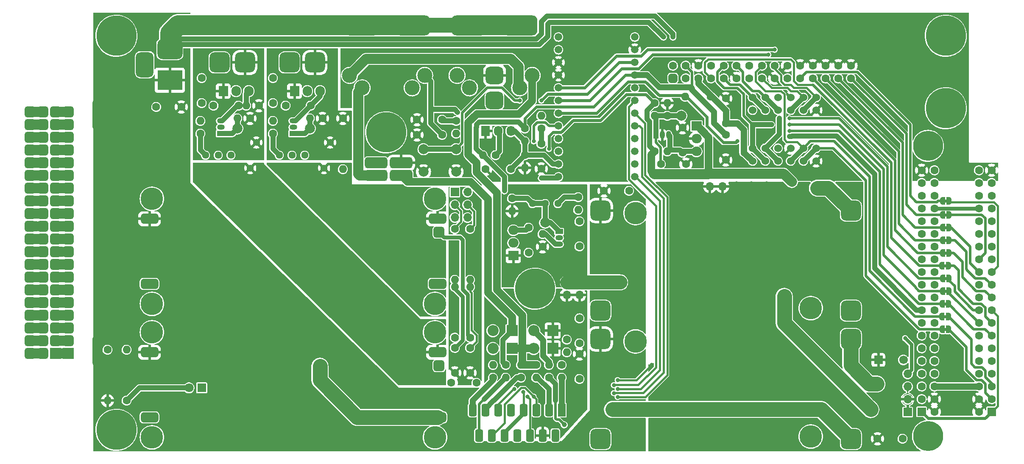
<source format=gbr>
%TF.GenerationSoftware,KiCad,Pcbnew,6.0.2-378541a8eb~116~ubuntu20.04.1*%
%TF.CreationDate,2022-03-22T16:19:31+00:00*%
%TF.ProjectId,Main board,4d61696e-2062-46f6-9172-642e6b696361,V1.0*%
%TF.SameCoordinates,Original*%
%TF.FileFunction,Copper,L1,Top*%
%TF.FilePolarity,Positive*%
%FSLAX46Y46*%
G04 Gerber Fmt 4.6, Leading zero omitted, Abs format (unit mm)*
G04 Created by KiCad (PCBNEW 6.0.2-378541a8eb~116~ubuntu20.04.1) date 2022-03-22 16:19:31*
%MOMM*%
%LPD*%
G01*
G04 APERTURE LIST*
G04 Aperture macros list*
%AMRoundRect*
0 Rectangle with rounded corners*
0 $1 Rounding radius*
0 $2 $3 $4 $5 $6 $7 $8 $9 X,Y pos of 4 corners*
0 Add a 4 corners polygon primitive as box body*
4,1,4,$2,$3,$4,$5,$6,$7,$8,$9,$2,$3,0*
0 Add four circle primitives for the rounded corners*
1,1,$1+$1,$2,$3*
1,1,$1+$1,$4,$5*
1,1,$1+$1,$6,$7*
1,1,$1+$1,$8,$9*
0 Add four rect primitives between the rounded corners*
20,1,$1+$1,$2,$3,$4,$5,0*
20,1,$1+$1,$4,$5,$6,$7,0*
20,1,$1+$1,$6,$7,$8,$9,0*
20,1,$1+$1,$8,$9,$2,$3,0*%
%AMFreePoly0*
4,1,20,0.000000,0.744959,0.073905,0.744508,0.209726,0.703889,0.328688,0.626782,0.421226,0.519385,0.479903,0.390333,0.500000,0.250000,0.500000,-0.250000,0.499851,-0.262216,0.476331,-0.402017,0.414519,-0.529596,0.319384,-0.634700,0.198574,-0.708877,0.061801,-0.746166,0.000000,-0.745033,0.000000,-0.750000,-0.500000,-0.750000,-0.500000,0.750000,0.000000,0.750000,0.000000,0.744959,
0.000000,0.744959,$1*%
%AMFreePoly1*
4,1,22,0.500000,-0.750000,0.000000,-0.750000,0.000000,-0.745033,-0.079941,-0.743568,-0.215256,-0.701293,-0.333266,-0.622738,-0.424486,-0.514219,-0.481581,-0.384460,-0.499164,-0.250000,-0.500000,-0.250000,-0.500000,0.250000,-0.499164,0.250000,-0.499963,0.256109,-0.478152,0.396186,-0.417904,0.524511,-0.324060,0.630769,-0.204165,0.706417,-0.067858,0.745374,0.000000,0.744959,0.000000,0.750000,
0.500000,0.750000,0.500000,-0.750000,0.500000,-0.750000,$1*%
G04 Aperture macros list end*
%TA.AperFunction,ComponentPad*%
%ADD10C,1.600000*%
%TD*%
%TA.AperFunction,ComponentPad*%
%ADD11R,1.700000X1.700000*%
%TD*%
%TA.AperFunction,ComponentPad*%
%ADD12C,6.000000*%
%TD*%
%TA.AperFunction,ComponentPad*%
%ADD13O,1.500000X1.050000*%
%TD*%
%TA.AperFunction,ComponentPad*%
%ADD14R,1.500000X1.050000*%
%TD*%
%TA.AperFunction,ComponentPad*%
%ADD15RoundRect,1.000000X-1.000000X-1.000000X1.000000X-1.000000X1.000000X1.000000X-1.000000X1.000000X0*%
%TD*%
%TA.AperFunction,ComponentPad*%
%ADD16C,4.500000*%
%TD*%
%TA.AperFunction,SMDPad,CuDef*%
%ADD17C,2.000000*%
%TD*%
%TA.AperFunction,ComponentPad*%
%ADD18RoundRect,1.000000X1.000000X-1.000000X1.000000X1.000000X-1.000000X1.000000X-1.000000X-1.000000X0*%
%TD*%
%TA.AperFunction,ComponentPad*%
%ADD19RoundRect,1.000000X-1.500000X1.000000X-1.500000X-1.000000X1.500000X-1.000000X1.500000X1.000000X0*%
%TD*%
%TA.AperFunction,ComponentPad*%
%ADD20RoundRect,0.875000X-0.875000X1.625000X-0.875000X-1.625000X0.875000X-1.625000X0.875000X1.625000X0*%
%TD*%
%TA.AperFunction,ComponentPad*%
%ADD21R,5.000000X4.000000*%
%TD*%
%TA.AperFunction,ComponentPad*%
%ADD22C,1.400000*%
%TD*%
%TA.AperFunction,ComponentPad*%
%ADD23O,2.000000X1.905000*%
%TD*%
%TA.AperFunction,ComponentPad*%
%ADD24R,2.000000X1.905000*%
%TD*%
%TA.AperFunction,ComponentPad*%
%ADD25O,1.905000X2.000000*%
%TD*%
%TA.AperFunction,ComponentPad*%
%ADD26R,1.905000X2.000000*%
%TD*%
%TA.AperFunction,ComponentPad*%
%ADD27O,1.600000X1.600000*%
%TD*%
%TA.AperFunction,ComponentPad*%
%ADD28C,2.000000*%
%TD*%
%TA.AperFunction,ComponentPad*%
%ADD29O,1.050000X1.500000*%
%TD*%
%TA.AperFunction,ComponentPad*%
%ADD30R,1.050000X1.500000*%
%TD*%
%TA.AperFunction,ComponentPad*%
%ADD31O,1.700000X1.700000*%
%TD*%
%TA.AperFunction,ComponentPad*%
%ADD32RoundRect,0.450000X0.450000X0.450000X-0.450000X0.450000X-0.450000X-0.450000X0.450000X-0.450000X0*%
%TD*%
%TA.AperFunction,ComponentPad*%
%ADD33C,8.000000*%
%TD*%
%TA.AperFunction,ComponentPad*%
%ADD34RoundRect,0.550000X-0.550000X-0.550000X0.550000X-0.550000X0.550000X0.550000X-0.550000X0.550000X0*%
%TD*%
%TA.AperFunction,ComponentPad*%
%ADD35RoundRect,0.500000X-1.250000X-0.500000X1.250000X-0.500000X1.250000X0.500000X-1.250000X0.500000X0*%
%TD*%
%TA.AperFunction,ComponentPad*%
%ADD36C,1.500000*%
%TD*%
%TA.AperFunction,ComponentPad*%
%ADD37RoundRect,1.000000X-2.500000X1.000000X-2.500000X-1.000000X2.500000X-1.000000X2.500000X1.000000X0*%
%TD*%
%TA.AperFunction,ComponentPad*%
%ADD38RoundRect,0.875000X-0.875000X0.875000X-0.875000X-0.875000X0.875000X-0.875000X0.875000X0.875000X0*%
%TD*%
%TA.AperFunction,ComponentPad*%
%ADD39C,3.000000*%
%TD*%
%TA.AperFunction,SMDPad,CuDef*%
%ADD40FreePoly0,0.000000*%
%TD*%
%TA.AperFunction,SMDPad,CuDef*%
%ADD41FreePoly1,0.000000*%
%TD*%
%TA.AperFunction,ComponentPad*%
%ADD42O,2.200000X2.200000*%
%TD*%
%TA.AperFunction,ComponentPad*%
%ADD43R,2.200000X2.200000*%
%TD*%
%TA.AperFunction,ComponentPad*%
%ADD44C,1.524000*%
%TD*%
%TA.AperFunction,ComponentPad*%
%ADD45C,1.440000*%
%TD*%
%TA.AperFunction,ComponentPad*%
%ADD46RoundRect,0.562500X-1.687500X-0.562500X1.687500X-0.562500X1.687500X0.562500X-1.687500X0.562500X0*%
%TD*%
%TA.AperFunction,ComponentPad*%
%ADD47C,1.700000*%
%TD*%
%TA.AperFunction,ComponentPad*%
%ADD48RoundRect,0.400000X0.400000X0.850000X-0.400000X0.850000X-0.400000X-0.850000X0.400000X-0.850000X0*%
%TD*%
%TA.AperFunction,ComponentPad*%
%ADD49RoundRect,0.375000X0.375000X0.875000X-0.375000X0.875000X-0.375000X-0.875000X0.375000X-0.875000X0*%
%TD*%
%TA.AperFunction,ComponentPad*%
%ADD50R,1.600000X2.500000*%
%TD*%
%TA.AperFunction,ComponentPad*%
%ADD51O,1.730000X2.030000*%
%TD*%
%TA.AperFunction,ComponentPad*%
%ADD52R,1.730000X2.030000*%
%TD*%
%TA.AperFunction,ComponentPad*%
%ADD53C,1.800000*%
%TD*%
%TA.AperFunction,ComponentPad*%
%ADD54R,1.800000X1.800000*%
%TD*%
%TA.AperFunction,ViaPad*%
%ADD55C,2.500000*%
%TD*%
%TA.AperFunction,ViaPad*%
%ADD56C,0.800000*%
%TD*%
%TA.AperFunction,ViaPad*%
%ADD57C,2.000000*%
%TD*%
%TA.AperFunction,ViaPad*%
%ADD58C,1.500000*%
%TD*%
%TA.AperFunction,ViaPad*%
%ADD59C,1.000000*%
%TD*%
%TA.AperFunction,Conductor*%
%ADD60C,0.500000*%
%TD*%
%TA.AperFunction,Conductor*%
%ADD61C,3.000000*%
%TD*%
%TA.AperFunction,Conductor*%
%ADD62C,0.400000*%
%TD*%
%TA.AperFunction,Conductor*%
%ADD63C,1.000000*%
%TD*%
%TA.AperFunction,Conductor*%
%ADD64C,0.700000*%
%TD*%
%TA.AperFunction,Conductor*%
%ADD65C,1.300000*%
%TD*%
%TA.AperFunction,Conductor*%
%ADD66C,0.600000*%
%TD*%
%TA.AperFunction,Conductor*%
%ADD67C,0.800000*%
%TD*%
%TA.AperFunction,Conductor*%
%ADD68C,1.200000*%
%TD*%
%TA.AperFunction,Conductor*%
%ADD69C,2.000000*%
%TD*%
%TA.AperFunction,Conductor*%
%ADD70C,1.500000*%
%TD*%
%TA.AperFunction,Conductor*%
%ADD71C,4.000000*%
%TD*%
%TA.AperFunction,Conductor*%
%ADD72C,2.800000*%
%TD*%
G04 APERTURE END LIST*
%TO.C,JP8*%
G36*
X239518000Y-107234000D02*
G01*
X239018000Y-107234000D01*
X239018000Y-106634000D01*
X239518000Y-106634000D01*
X239518000Y-107234000D01*
G37*
%TO.C,JP10*%
G36*
X239518000Y-109774000D02*
G01*
X239018000Y-109774000D01*
X239018000Y-109174000D01*
X239518000Y-109174000D01*
X239518000Y-109774000D01*
G37*
%TO.C,JP5*%
G36*
X239376000Y-112314000D02*
G01*
X238876000Y-112314000D01*
X238876000Y-111714000D01*
X239376000Y-111714000D01*
X239376000Y-112314000D01*
G37*
%TO.C,JP4*%
G36*
X239518000Y-102154000D02*
G01*
X239018000Y-102154000D01*
X239018000Y-101554000D01*
X239518000Y-101554000D01*
X239518000Y-102154000D01*
G37*
%TO.C,JP11*%
G36*
X239518000Y-99360000D02*
G01*
X239018000Y-99360000D01*
X239018000Y-98760000D01*
X239518000Y-98760000D01*
X239518000Y-99360000D01*
G37*
%TO.C,JP3*%
G36*
X239376000Y-122474000D02*
G01*
X238876000Y-122474000D01*
X238876000Y-121874000D01*
X239376000Y-121874000D01*
X239376000Y-122474000D01*
G37*
%TO.C,JP7*%
G36*
X239518000Y-117394000D02*
G01*
X239018000Y-117394000D01*
X239018000Y-116794000D01*
X239518000Y-116794000D01*
X239518000Y-117394000D01*
G37*
%TO.C,JP2*%
G36*
X239406000Y-125014000D02*
G01*
X238906000Y-125014000D01*
X238906000Y-124414000D01*
X239406000Y-124414000D01*
X239406000Y-125014000D01*
G37*
%TO.C,JP9*%
G36*
X239518000Y-114854000D02*
G01*
X239018000Y-114854000D01*
X239018000Y-114254000D01*
X239518000Y-114254000D01*
X239518000Y-114854000D01*
G37*
%TO.C,JP13*%
G36*
X239406000Y-119934000D02*
G01*
X238906000Y-119934000D01*
X238906000Y-119334000D01*
X239406000Y-119334000D01*
X239406000Y-119934000D01*
G37*
%TO.C,JP6*%
G36*
X239518000Y-104694000D02*
G01*
X239018000Y-104694000D01*
X239018000Y-104094000D01*
X239518000Y-104094000D01*
X239518000Y-104694000D01*
G37*
%TD*%
D10*
%TO.P,J10,40,GPIO21/SCLK1*%
%TO.N,unconnected-(J10-Pad40)*%
X236982000Y-92920000D03*
X245872000Y-92920000D03*
%TO.P,J10,39,GND*%
%TO.N,/+5V_GND*%
X234442000Y-92920000D03*
X248412000Y-92920000D03*
%TO.P,J10,38,GPIO20/MOSI1*%
%TO.N,unconnected-(J10-Pad38)*%
X236982000Y-95460000D03*
X245872000Y-95460000D03*
%TO.P,J10,37,GPIO26*%
%TO.N,unconnected-(J10-Pad37)*%
X234442000Y-95460000D03*
X248412000Y-95460000D03*
%TO.P,J10,36,GPIO16*%
%TO.N,unconnected-(J10-Pad36)*%
X245872000Y-98000000D03*
X236982000Y-98000000D03*
%TO.P,J10,35,GPIO19/MISO1*%
%TO.N,unconnected-(J10-Pad35)*%
X234442000Y-98000000D03*
X248412000Y-98000000D03*
%TO.P,J10,34,GND*%
%TO.N,/+5V_GND*%
X236982000Y-100540000D03*
X245872000Y-100540000D03*
%TO.P,J10,33,PWM1/GPIO13*%
%TO.N,unconnected-(J10-Pad33)*%
X248412000Y-100540000D03*
X234442000Y-100540000D03*
%TO.P,J10,32,PWM0/GPIO12*%
%TO.N,unconnected-(J10-Pad32)*%
X236982000Y-103080000D03*
X245872000Y-103080000D03*
%TO.P,J10,31,GCLK2/GPIO6*%
%TO.N,unconnected-(J10-Pad31)*%
X248412000Y-103080000D03*
X234442000Y-103080000D03*
%TO.P,J10,30,GND*%
%TO.N,/+5V_GND*%
X236982000Y-105620000D03*
X245872000Y-105620000D03*
%TO.P,J10,29,GCLK1/GPIO5*%
%TO.N,unconnected-(J10-Pad29)*%
X234442000Y-105620000D03*
X248412000Y-105620000D03*
%TO.P,J10,28,ID_SC/GPIO1*%
%TO.N,unconnected-(J10-Pad28)*%
X245872000Y-108160000D03*
X236982000Y-108160000D03*
%TO.P,J10,27,ID_SD/GPIO0*%
%TO.N,unconnected-(J10-Pad27)*%
X234442000Y-108160000D03*
X248412000Y-108160000D03*
%TO.P,J10,26,~{CE1}/GPIO7*%
%TO.N,Net-(J10-Pad26)*%
X236982000Y-110700000D03*
X245872000Y-110700000D03*
%TO.P,J10,25,GND*%
%TO.N,/+5V_GND*%
X234442000Y-110700000D03*
X248412000Y-110700000D03*
%TO.P,J10,24,~{CE0}/GPIO8*%
%TO.N,Net-(J10-Pad24)*%
X236982000Y-113240000D03*
X245872000Y-113240000D03*
%TO.P,J10,23,SCLK0/GPIO11*%
%TO.N,Net-(J10-Pad23)*%
X248412000Y-113240000D03*
X234442000Y-113240000D03*
%TO.P,J10,22,GPIO25*%
%TO.N,unconnected-(J10-Pad22)*%
X236982000Y-115780000D03*
X245872000Y-115780000D03*
%TO.P,J10,21,MISO0/GPIO9*%
%TO.N,Net-(J10-Pad21)*%
X248412000Y-115780000D03*
X234442000Y-115780000D03*
%TO.P,J10,20,GND*%
%TO.N,/+5V_GND*%
X236982000Y-118320000D03*
X245872000Y-118320000D03*
%TO.P,J10,19,MOSI0/GPIO10*%
%TO.N,Net-(J10-Pad19)*%
X248412000Y-118320000D03*
X234442000Y-118320000D03*
%TO.P,J10,18,GPIO24*%
%TO.N,Net-(J10-Pad18)*%
X236982000Y-120860000D03*
X245872000Y-120860000D03*
%TO.P,J10,17,3V3*%
%TO.N,Net-(C14-Pad1)*%
X248412000Y-120860000D03*
X234442000Y-120860000D03*
%TO.P,J10,16,GPIO23*%
%TO.N,Net-(J10-Pad16)*%
X236982000Y-123400000D03*
X245872000Y-123400000D03*
%TO.P,J10,15,GPIO22*%
%TO.N,Net-(J10-Pad15)*%
X248412000Y-123400000D03*
X234442000Y-123400000D03*
%TO.P,J10,14,GND*%
%TO.N,/+5V_GND*%
X245872000Y-125940000D03*
X236982000Y-125940000D03*
%TO.P,J10,13,GPIO27*%
%TO.N,Net-(J10-Pad13)*%
X234442000Y-125940000D03*
X248412000Y-125940000D03*
%TO.P,J10,12,GPIO18/PWM0*%
%TO.N,unconnected-(J10-Pad12)*%
X245872000Y-128480000D03*
X236982000Y-128480000D03*
%TO.P,J10,11,GPIO17*%
%TO.N,unconnected-(J10-Pad11)*%
X234442000Y-128480000D03*
X248412000Y-128480000D03*
%TO.P,J10,10,GPIO15/RXD*%
%TO.N,unconnected-(J10-Pad10)*%
X236982000Y-131020000D03*
X245872000Y-131020000D03*
%TO.P,J10,9,GND*%
%TO.N,/+5V_GND*%
X234442000Y-131020000D03*
X248412000Y-131020000D03*
%TO.P,J10,8,GPIO14/TXD*%
%TO.N,unconnected-(J10-Pad8)*%
X245872000Y-133560000D03*
X236982000Y-133560000D03*
%TO.P,J10,7,GCLK0/GPIO4*%
%TO.N,unconnected-(J10-Pad7)*%
X234442000Y-133560000D03*
X248412000Y-133560000D03*
%TO.P,J10,6,GND*%
%TO.N,/+5V_GND*%
X236982000Y-136100000D03*
X245872000Y-136100000D03*
%TO.P,J10,5,SCL/GPIO3*%
%TO.N,Net-(J10-Pad5)*%
X234442000Y-136100000D03*
X248412000Y-136100000D03*
%TO.P,J10,4,5V*%
%TO.N,/+5V_JPR*%
X245872000Y-138640000D03*
X236982000Y-138640000D03*
%TO.P,J10,3,SDA/GPIO2*%
%TO.N,Net-(J10-Pad3)*%
X234442000Y-138640000D03*
X248412000Y-138640000D03*
%TO.P,J10,2,5V*%
%TO.N,/+5V_JPR*%
X245872000Y-141180000D03*
X236982000Y-141180000D03*
D11*
%TO.P,J10,1,3V3*%
%TO.N,Net-(C14-Pad1)*%
X234442000Y-141180000D03*
X248412000Y-141180000D03*
D12*
%TO.P,J10,*%
%TO.N,*%
X235712000Y-88050000D03*
X235712000Y-146050000D03*
%TD*%
D13*
%TO.P,U2,3,K*%
%TO.N,Net-(C3-Pad1)*%
X94488000Y-83058000D03*
%TO.P,U2,2,A*%
%TO.N,/LED1 CCCV-*%
X94488000Y-84328000D03*
D14*
%TO.P,U2,1,REF*%
%TO.N,Net-(C2-Pad1)*%
X94488000Y-85598000D03*
%TD*%
D13*
%TO.P,U5,3,K*%
%TO.N,Net-(C11-Pad1)*%
X108966000Y-83058000D03*
%TO.P,U5,2,A*%
%TO.N,/LED2 CCCV-*%
X108966000Y-84328000D03*
D14*
%TO.P,U5,1,REF*%
%TO.N,Net-(C10-Pad1)*%
X108966000Y-85598000D03*
%TD*%
D15*
%TO.P,U6,4,OUT-*%
%TO.N,/ACT_GND*%
X220307000Y-146619000D03*
%TO.P,U6,3,OUT+*%
%TO.N,Net-(F3-Pad2)*%
X220307000Y-126619000D03*
%TO.P,U6,2,IN-*%
%TO.N,/RAW_SUPPLY_NEG*%
X170307000Y-146619000D03*
%TO.P,U6,1,IN+*%
%TO.N,/RAW_SUPPLY_POS*%
X170307000Y-126619000D03*
D16*
%TO.P,U6,*%
%TO.N,*%
X177307000Y-127119000D03*
X212307000Y-146119000D03*
%TD*%
D17*
%TO.P,TP2,1,1*%
%TO.N,Net-(C10-Pad1)*%
X112268000Y-84582000D03*
%TD*%
D18*
%TO.P,J3,2,LED_2*%
%TO.N,/LED1 CCCV-*%
X94234000Y-71374000D03*
%TO.P,J3,1,LED_1*%
%TO.N,/LED1 FUSED*%
X99314000Y-71374000D03*
%TD*%
D19*
%TO.P,J1,3,Outer*%
%TO.N,/RAW_SUPPLY_NEG*%
X84328000Y-68730000D03*
D20*
%TO.P,J1,2,Outer_switched*%
X79328000Y-71830000D03*
D21*
%TO.P,J1,1,Center_pin*%
%TO.N,/RAW_SUPPLY_POS*%
X84328000Y-74930000D03*
%TD*%
D22*
%TO.P,F4,2*%
%TO.N,Net-(F4-Pad2)*%
X213634000Y-96469200D03*
%TO.P,F4,1*%
%TO.N,Net-(D8-Pad1)*%
X208534000Y-95250000D03*
%TD*%
%TO.P,F2,2*%
%TO.N,/LED2 CCCV+*%
X115112800Y-92476000D03*
%TO.P,F2,1*%
%TO.N,/LED2 FUSED*%
X116332000Y-87376000D03*
%TD*%
D23*
%TO.P,D8,3,G*%
%TO.N,Net-(C18-Pad1)*%
X189484000Y-89154000D03*
%TO.P,D8,2,A2*%
%TO.N,/+5V_GND*%
X189484000Y-86614000D03*
D24*
%TO.P,D8,1,A1*%
%TO.N,Net-(D8-Pad1)*%
X189484000Y-84074000D03*
%TD*%
D25*
%TO.P,D1,3,G*%
%TO.N,Net-(C3-Pad1)*%
X100076000Y-77089000D03*
%TO.P,D1,2,A2*%
%TO.N,/LED1 CCCV-*%
X97536000Y-77089000D03*
D26*
%TO.P,D1,1,A1*%
%TO.N,/LED1 FUSED*%
X94996000Y-77089000D03*
%TD*%
D25*
%TO.P,D6,3,G*%
%TO.N,Net-(C11-Pad1)*%
X114300000Y-77089000D03*
%TO.P,D6,2,A2*%
%TO.N,/LED2 CCCV-*%
X111760000Y-77089000D03*
D26*
%TO.P,D6,1,A1*%
%TO.N,/LED2 FUSED*%
X109220000Y-77089000D03*
%TD*%
D10*
%TO.P,C15,2*%
%TO.N,/+5V_GND*%
X195326000Y-90852000D03*
%TO.P,C15,1*%
%TO.N,/+5V_JPR*%
X195326000Y-85852000D03*
%TD*%
%TO.P,C14,2*%
%TO.N,/+5V_GND*%
X195326000Y-78566000D03*
%TO.P,C14,1*%
%TO.N,Net-(C14-Pad1)*%
X195326000Y-83566000D03*
%TD*%
%TO.P,C22,2*%
%TO.N,/+5V_GND*%
X230632000Y-146558000D03*
%TO.P,C22,1*%
%TO.N,/+5V_JPR*%
X225632000Y-146558000D03*
%TD*%
%TO.P,C21,2*%
%TO.N,/+5V_GND*%
X147400000Y-92710000D03*
%TO.P,C21,1*%
%TO.N,Net-(C21-Pad1)*%
X152400000Y-92710000D03*
%TD*%
%TO.P,C8,2*%
%TO.N,/+5V_GND*%
X158496000Y-92630000D03*
%TO.P,C8,1*%
%TO.N,/SPARE_FILTERED*%
X158496000Y-87630000D03*
%TD*%
%TO.P,C7,2*%
%TO.N,/+5V_GND*%
X133684000Y-82804000D03*
%TO.P,C7,1*%
%TO.N,/HALL_FILTERED*%
X138684000Y-82804000D03*
%TD*%
D27*
%TO.P,R2,2*%
%TO.N,Net-(C3-Pad1)*%
X99568000Y-80010000D03*
D10*
%TO.P,R2,1*%
%TO.N,/LED1 FUSED*%
X102108000Y-80010000D03*
%TD*%
D27*
%TO.P,R21,2*%
%TO.N,Net-(C17-Pad1)*%
X181102000Y-82042000D03*
D10*
%TO.P,R21,1*%
%TO.N,Net-(D8-Pad1)*%
X181102000Y-79502000D03*
%TD*%
D27*
%TO.P,R5,2*%
%TO.N,Net-(J6-Pad1)*%
X141478000Y-85598000D03*
D10*
%TO.P,R5,1*%
%TO.N,/HALL_FILTERED*%
X141478000Y-83058000D03*
%TD*%
D27*
%TO.P,R22,2*%
%TO.N,Net-(C18-Pad1)*%
X183642000Y-89154000D03*
D10*
%TO.P,R22,1*%
%TO.N,Net-(D8-Pad1)*%
X181102000Y-89154000D03*
%TD*%
D27*
%TO.P,R3,2*%
%TO.N,/LED1 CCCV-*%
X90424000Y-83058000D03*
D10*
%TO.P,R3,1*%
%TO.N,Net-(R3-Pad1)*%
X90424000Y-85598000D03*
%TD*%
D22*
%TO.P,F1,2*%
%TO.N,/LED1 CCCV+*%
X100380800Y-92476000D03*
%TO.P,F1,1*%
%TO.N,/LED1 FUSED*%
X101600000Y-87376000D03*
%TD*%
D10*
%TO.P,C11,2*%
%TO.N,/LED2 CCCV-*%
X107442000Y-80010000D03*
%TO.P,C11,1*%
%TO.N,Net-(C11-Pad1)*%
X112442000Y-80010000D03*
%TD*%
%TO.P,C3,2*%
%TO.N,/LED1 CCCV-*%
X93044000Y-80010000D03*
%TO.P,C3,1*%
%TO.N,Net-(C3-Pad1)*%
X98044000Y-80010000D03*
%TD*%
D28*
%TO.P,SW1,2,2*%
%TO.N,Net-(SW1-Pad2)*%
X134978000Y-88718000D03*
X141478000Y-88718000D03*
%TO.P,SW1,1,1*%
%TO.N,/+5V_GND*%
X134978000Y-93218000D03*
X141478000Y-93218000D03*
%TD*%
D10*
%TO.P,C1,2*%
%TO.N,/RAW_SUPPLY_NEG*%
X81614000Y-80264000D03*
%TO.P,C1,1*%
%TO.N,/RAW_SUPPLY_POS*%
X86614000Y-80264000D03*
%TD*%
%TO.P,C10,2*%
%TO.N,/LED2 CCCV-*%
X104902000Y-74502000D03*
%TO.P,C10,1*%
%TO.N,Net-(C10-Pad1)*%
X104902000Y-79502000D03*
%TD*%
%TO.P,C16,2*%
%TO.N,/RAW_SUPPLY_NEG*%
X176022000Y-97028000D03*
%TO.P,C16,1*%
%TO.N,/RAW_SUPPLY_POS*%
X171022000Y-97028000D03*
%TD*%
D27*
%TO.P,R1,2*%
%TO.N,Net-(C2-Pad1)*%
X97790000Y-82550000D03*
D10*
%TO.P,R1,1*%
%TO.N,/LED1 FUSED*%
X100330000Y-82550000D03*
%TD*%
%TO.P,C18,2*%
%TO.N,/+5V_GND*%
X186690000Y-84408000D03*
%TO.P,C18,1*%
%TO.N,Net-(C18-Pad1)*%
X186690000Y-89408000D03*
%TD*%
%TO.P,C17,2*%
%TO.N,/+5V_GND*%
X187372000Y-91694000D03*
%TO.P,C17,1*%
%TO.N,Net-(C17-Pad1)*%
X182372000Y-91694000D03*
%TD*%
%TO.P,C2,2*%
%TO.N,/LED1 CCCV-*%
X90678000Y-74502000D03*
%TO.P,C2,1*%
%TO.N,Net-(C2-Pad1)*%
X90678000Y-79502000D03*
%TD*%
D29*
%TO.P,U11,3,K*%
%TO.N,Net-(C18-Pad1)*%
X183896000Y-85852000D03*
%TO.P,U11,2,A*%
%TO.N,/+5V_GND*%
X182626000Y-85852000D03*
D30*
%TO.P,U11,1,REF*%
%TO.N,Net-(C17-Pad1)*%
X181356000Y-85852000D03*
%TD*%
D27*
%TO.P,R29,2*%
%TO.N,/+5V_GND*%
X183642000Y-79502000D03*
D10*
%TO.P,R29,1*%
%TO.N,Net-(C17-Pad1)*%
X183642000Y-82042000D03*
%TD*%
%TO.P,C19,2*%
%TO.N,/+5V_GND*%
X141224000Y-133397000D03*
%TO.P,C19,1*%
%TO.N,Net-(C19-Pad1)*%
X141224000Y-128397000D03*
%TD*%
%TO.P,C9,2*%
%TO.N,/+5V_GND*%
X133684000Y-85852000D03*
%TO.P,C9,1*%
%TO.N,/ESTOP_DIGITAL*%
X138684000Y-85852000D03*
%TD*%
D17*
%TO.P,TP4,1,1*%
%TO.N,Net-(C17-Pad1)*%
X186436000Y-82042000D03*
%TD*%
D31*
%TO.P,JP12,4,4*%
%TO.N,/+5V_JPR*%
X192151000Y-96139000D03*
%TO.P,JP12,3,3*%
%TO.N,Net-(D8-Pad1)*%
X192151000Y-93599000D03*
%TO.P,JP12,2,2*%
%TO.N,/+5V_JPR*%
X194691000Y-96139000D03*
D11*
%TO.P,JP12,1,1*%
%TO.N,Net-(D8-Pad1)*%
X194691000Y-93599000D03*
%TD*%
D31*
%TO.P,JP1,4,4*%
%TO.N,/ACT_+V_JPR*%
X163576000Y-117856000D03*
%TO.P,JP1,3,3*%
%TO.N,/ACT_+V_FUSED*%
X163576000Y-115316000D03*
%TO.P,JP1,2,2*%
%TO.N,/ACT_+V_JPR*%
X166116000Y-117856000D03*
D11*
%TO.P,JP1,1,1*%
%TO.N,/ACT_+V_FUSED*%
X166116000Y-115316000D03*
%TD*%
D10*
%TO.P,J7,30,DGND*%
%TO.N,/+5V_GND*%
X220345000Y-72009000D03*
%TO.P,J7,29,SPI3V3_~{CE1}*%
%TO.N,/Pi_SPI_~{CE1}*%
X220345000Y-74549000D03*
%TO.P,J7,28,DGND*%
%TO.N,/+5V_GND*%
X217805000Y-72009000D03*
%TO.P,J7,27,SPI3V3_~{CE0}*%
%TO.N,/Pi_SPI_~{CE0}*%
X217805000Y-74549000D03*
%TO.P,J7,26,DGND*%
%TO.N,/+5V_GND*%
X215265000Y-72009000D03*
%TO.P,J7,25,SPI3V3_MISO*%
%TO.N,/Pi_SPI_MISO0*%
X215265000Y-74549000D03*
%TO.P,J7,24,DGND*%
%TO.N,/+5V_GND*%
X212725000Y-72009000D03*
%TO.P,J7,23,SPI3V3_MOSI*%
%TO.N,/Pi_SPI_MOSI0*%
X212725000Y-74549000D03*
%TO.P,J7,22,DGND*%
%TO.N,/+5V_GND*%
X210185000Y-72009000D03*
%TO.P,J7,21,SPI3V3_SCLK*%
%TO.N,/Pi_SPI_SCLK0*%
X210185000Y-74549000D03*
%TO.P,J7,20,DGND*%
%TO.N,/+5V_GND*%
X207645000Y-72009000D03*
%TO.P,J7,19,I2C3V3_SDA*%
%TO.N,Net-(J7-Pad19)*%
X207645000Y-74549000D03*
%TO.P,J7,18,I2C5V0_SDA*%
%TO.N,Net-(J7-Pad18)*%
X205105000Y-72009000D03*
%TO.P,J7,17,DGND*%
%TO.N,/+5V_GND*%
X205105000Y-74549000D03*
%TO.P,J7,16,I2C3V3_SCL*%
%TO.N,Net-(J7-Pad16)*%
X202565000Y-72009000D03*
%TO.P,J7,15,I2C5V0_SCL*%
%TO.N,Net-(J7-Pad15)*%
X202565000Y-74549000D03*
%TO.P,J7,14,GND*%
%TO.N,/+5V_GND*%
X200025000Y-72009000D03*
%TO.P,J7,13,GPIO_A_3V3*%
%TO.N,Net-(J7-Pad13)*%
X200025000Y-74549000D03*
%TO.P,J7,12,GPIO_A_5V0*%
%TO.N,Net-(J7-Pad12)*%
X197485000Y-72009000D03*
%TO.P,J7,11,DGND*%
%TO.N,/+5V_GND*%
X197485000Y-74549000D03*
%TO.P,J7,10,GPIO_B_3V3*%
%TO.N,Net-(J7-Pad10)*%
X194945000Y-72009000D03*
%TO.P,J7,9,GPIO_B_5V0*%
%TO.N,Net-(J7-Pad9)*%
X194945000Y-74549000D03*
%TO.P,J7,8,DGND*%
%TO.N,/+5V_GND*%
X192405000Y-72009000D03*
%TO.P,J7,7,GPIO_C_3V3*%
%TO.N,Net-(J7-Pad7)*%
X192405000Y-74549000D03*
%TO.P,J7,6,DGND*%
%TO.N,/+5V_GND*%
X189865000Y-72009000D03*
%TO.P,J7,5,+3V3_DIGITAL*%
%TO.N,Net-(C14-Pad1)*%
X189865000Y-74549000D03*
%TO.P,J7,4,+5V0_DIGITAL*%
%TO.N,/+5V_JPR*%
X187325000Y-72009000D03*
%TO.P,J7,3,+24V_RAW*%
%TO.N,/RAW_SUPPLY_POS*%
X187325000Y-74549000D03*
%TO.P,J7,2,ANALOG_GND*%
%TO.N,/RAW_SUPPLY_NEG*%
X184785000Y-72009000D03*
D32*
%TO.P,J7,1,SCREEN*%
X184785000Y-74549000D03*
%TD*%
D27*
%TO.P,R16,2*%
%TO.N,/ESTOP_DIGITAL*%
X187198000Y-78232000D03*
D10*
%TO.P,R16,1*%
%TO.N,Net-(C14-Pad1)*%
X192278000Y-78232000D03*
%TD*%
D13*
%TO.P,U7,3,K*%
%TO.N,Net-(C13-Pad1)*%
X162052000Y-107696000D03*
%TO.P,U7,2,A*%
%TO.N,/ACT_GND*%
X162052000Y-106426000D03*
D14*
%TO.P,U7,1,REF*%
%TO.N,Net-(C12-Pad1)*%
X162052000Y-105156000D03*
%TD*%
D27*
%TO.P,R8,2*%
%TO.N,Net-(R8-Pad2)*%
X151384000Y-134366000D03*
D10*
%TO.P,R8,1*%
%TO.N,/Bridge2*%
X151384000Y-131826000D03*
%TD*%
D23*
%TO.P,D7,3,G*%
%TO.N,Net-(C13-Pad1)*%
X152908000Y-104902000D03*
%TO.P,D7,2,A2*%
%TO.N,/ACT_GND*%
X152908000Y-107442000D03*
D24*
%TO.P,D7,1,A1*%
%TO.N,/ACT_+V_FUSED*%
X152908000Y-109982000D03*
%TD*%
D27*
%TO.P,R4,2*%
%TO.N,/Bridge2*%
X160020000Y-131826000D03*
D10*
%TO.P,R4,1*%
%TO.N,Net-(R4-Pad1)*%
X160020000Y-134366000D03*
%TD*%
D27*
%TO.P,R7,2*%
%TO.N,/Bridge1*%
X154432000Y-131826000D03*
D10*
%TO.P,R7,1*%
%TO.N,Net-(R7-Pad1)*%
X154432000Y-134366000D03*
%TD*%
D27*
%TO.P,R17,2*%
%TO.N,/ACT_+V_FUSED*%
X152654000Y-101092000D03*
D10*
%TO.P,R17,1*%
%TO.N,Net-(C12-Pad1)*%
X152654000Y-98552000D03*
%TD*%
%TO.P,C12,2*%
%TO.N,/ACT_GND*%
X166116000Y-108124000D03*
%TO.P,C12,1*%
%TO.N,Net-(C12-Pad1)*%
X166116000Y-103124000D03*
%TD*%
D27*
%TO.P,R19,2*%
%TO.N,/ACT_GND*%
X165862000Y-100838000D03*
D10*
%TO.P,R19,1*%
%TO.N,Net-(R19-Pad1)*%
X165862000Y-98298000D03*
%TD*%
D27*
%TO.P,R18,2*%
%TO.N,Net-(C13-Pad1)*%
X158750000Y-105664000D03*
D10*
%TO.P,R18,1*%
%TO.N,/ACT_+V_FUSED*%
X158750000Y-108204000D03*
%TD*%
%TO.P,C4,2*%
%TO.N,/+5V_GND*%
X140542000Y-135382000D03*
%TO.P,C4,1*%
%TO.N,/+5V_JPR*%
X145542000Y-135382000D03*
%TD*%
D27*
%TO.P,R6,2*%
%TO.N,Net-(R6-Pad2)*%
X157480000Y-134366000D03*
D10*
%TO.P,R6,1*%
%TO.N,/Bridge1*%
X157480000Y-131826000D03*
%TD*%
D33*
%TO.P,H1,1,1*%
%TO.N,unconnected-(H1-Pad1)*%
X239268000Y-66040000D03*
%TD*%
%TO.P,H3,1,1*%
%TO.N,unconnected-(H3-Pad1)*%
X239268000Y-80518000D03*
%TD*%
%TO.P,H5,1,1*%
%TO.N,unconnected-(H5-Pad1)*%
X73660000Y-66040000D03*
%TD*%
%TO.P,H4,1,1*%
%TO.N,unconnected-(H4-Pad1)*%
X127508000Y-85344000D03*
%TD*%
D34*
%TO.P,U4,5,CC_POT_+V*%
%TO.N,/LED2_CCctrl*%
X138084000Y-105296000D03*
D35*
%TO.P,U4,4,OUT-*%
%TO.N,/LED2 CCCV-*%
X137764000Y-115616000D03*
%TO.P,U4,3,OUT+*%
%TO.N,/LED2 CCCV+*%
X137764000Y-102616000D03*
%TO.P,U4,2,IN-*%
%TO.N,/RAW_SUPPLY_NEG*%
X80264000Y-115616000D03*
%TO.P,U4,1,IN+*%
%TO.N,/RAW_SUPPLY_POS*%
X80264000Y-102616000D03*
D16*
%TO.P,U4,*%
%TO.N,*%
X137264000Y-119616000D03*
X80764000Y-98616000D03*
X80764000Y-119616000D03*
X137264000Y-98616000D03*
%TD*%
D27*
%TO.P,R27,2*%
%TO.N,Net-(C20-Pad1)*%
X144272000Y-114808000D03*
D10*
%TO.P,R27,1*%
%TO.N,Net-(JP14-Pad4)*%
X144272000Y-104648000D03*
%TD*%
D27*
%TO.P,R9,2*%
%TO.N,Net-(J6-Pad8)*%
X158496000Y-82042000D03*
D10*
%TO.P,R9,1*%
%TO.N,/SPARE_FILTERED*%
X158496000Y-84582000D03*
%TD*%
D27*
%TO.P,R26,2*%
%TO.N,Net-(C19-Pad1)*%
X141224000Y-114808000D03*
D10*
%TO.P,R26,1*%
%TO.N,Net-(JP14-Pad3)*%
X141224000Y-104648000D03*
%TD*%
%TO.P,C5,2*%
%TO.N,/ACT_GND*%
X166116000Y-134620000D03*
%TO.P,C5,1*%
%TO.N,/ACT_+V_JPR*%
X166116000Y-129620000D03*
%TD*%
%TO.P,C20,2*%
%TO.N,/+5V_GND*%
X144272000Y-133397000D03*
%TO.P,C20,1*%
%TO.N,Net-(C20-Pad1)*%
X144272000Y-128397000D03*
%TD*%
%TO.P,C13,2*%
%TO.N,/ACT_GND*%
X155956000Y-109394000D03*
%TO.P,C13,1*%
%TO.N,Net-(C13-Pad1)*%
X155956000Y-104394000D03*
%TD*%
D17*
%TO.P,TP3,1,1*%
%TO.N,Net-(C12-Pad1)*%
X159258000Y-103378000D03*
%TD*%
D34*
%TO.P,U1,5,CC_POT_+V*%
%TO.N,/LED1_CCctrl*%
X138084000Y-131966000D03*
D35*
%TO.P,U1,4,OUT-*%
%TO.N,/LED1 CCCV-*%
X137764000Y-142286000D03*
%TO.P,U1,3,OUT+*%
%TO.N,/LED1 CCCV+*%
X137764000Y-129286000D03*
%TO.P,U1,2,IN-*%
%TO.N,/RAW_SUPPLY_NEG*%
X80264000Y-142286000D03*
%TO.P,U1,1,IN+*%
%TO.N,/RAW_SUPPLY_POS*%
X80264000Y-129286000D03*
D16*
%TO.P,U1,*%
%TO.N,*%
X137264000Y-125286000D03*
X137264000Y-146286000D03*
X80764000Y-146286000D03*
X80764000Y-125286000D03*
%TD*%
D27*
%TO.P,R14,2*%
%TO.N,Net-(C11-Pad1)*%
X118872000Y-92710000D03*
D10*
%TO.P,R14,1*%
%TO.N,/LED2 FUSED*%
X118872000Y-82550000D03*
%TD*%
D27*
%TO.P,R13,2*%
%TO.N,Net-(C10-Pad1)*%
X112268000Y-82550000D03*
D10*
%TO.P,R13,1*%
%TO.N,/LED2 FUSED*%
X114808000Y-82550000D03*
%TD*%
D27*
%TO.P,R15,2*%
%TO.N,/LED2 CCCV-*%
X104902000Y-83058000D03*
D10*
%TO.P,R15,1*%
%TO.N,Net-(R15-Pad1)*%
X104902000Y-85598000D03*
%TD*%
D33*
%TO.P,H2,1,1*%
%TO.N,unconnected-(H2-Pad1)*%
X73660000Y-144780000D03*
%TD*%
D15*
%TO.P,U10,4,OUT-*%
%TO.N,/+5V_GND*%
X220307000Y-120965000D03*
%TO.P,U10,3,OUT+*%
%TO.N,Net-(F4-Pad2)*%
X220307000Y-100965000D03*
%TO.P,U10,2,IN-*%
%TO.N,/RAW_SUPPLY_NEG*%
X170307000Y-120965000D03*
%TO.P,U10,1,IN+*%
%TO.N,/RAW_SUPPLY_POS*%
X170307000Y-100965000D03*
D16*
%TO.P,U10,*%
%TO.N,*%
X177307000Y-101465000D03*
X212307000Y-120465000D03*
%TD*%
D22*
%TO.P,F3,2*%
%TO.N,Net-(F3-Pad2)*%
X225501200Y-135616000D03*
%TO.P,F3,1*%
%TO.N,/ACT_+V_FUSED*%
X224282000Y-140716000D03*
%TD*%
D36*
%TO.P,U8,24,RAW*%
%TO.N,unconnected-(U8-Pad24)*%
X177165000Y-66294000D03*
%TO.P,U8,23,GND*%
%TO.N,/+5V_GND*%
X177165000Y-68834000D03*
%TO.P,U8,22,RST*%
%TO.N,Net-(SW1-Pad2)*%
X177165000Y-71374000D03*
%TO.P,U8,21,VCC*%
%TO.N,/+5V_JPR*%
X177165000Y-73914000D03*
%TO.P,U8,20,21_A3*%
%TO.N,unconnected-(U8-Pad20)*%
X177165000Y-76454000D03*
%TO.P,U8,19,20_A2*%
%TO.N,/ACT_CURRENT*%
X177165000Y-78994000D03*
%TO.P,U8,18,19_A1*%
%TO.N,/ACT_FWD*%
X177165000Y-81534000D03*
%TO.P,U8,17,18_A0*%
%TO.N,/ACT_REV*%
X177165000Y-84074000D03*
%TO.P,U8,16,15_SCLK*%
%TO.N,unconnected-(U8-Pad16)*%
X177165000Y-86614000D03*
%TO.P,U8,15,14_MISO*%
%TO.N,unconnected-(U8-Pad15)*%
X177165000Y-89154000D03*
%TO.P,U8,14,16_MOSI*%
%TO.N,unconnected-(U8-Pad14)*%
X177165000Y-91694000D03*
%TO.P,U8,13,10_A10_PWM16*%
%TO.N,/ACT_PWM*%
X177165000Y-94234000D03*
%TO.P,U8,12,9_A9_PWM16*%
%TO.N,Net-(JP14-Pad2)*%
X161925000Y-94234000D03*
%TO.P,U8,11,8_A8*%
%TO.N,Net-(C21-Pad1)*%
X161925000Y-91694000D03*
%TO.P,U8,10,7_INT*%
%TO.N,/HALL_FILTERED*%
X161925000Y-89154000D03*
%TO.P,U8,9,6_A7_PWM*%
%TO.N,/SPARE_FILTERED*%
X161925000Y-86614000D03*
%TO.P,U8,8,5_PWM16*%
%TO.N,Net-(JP14-Pad1)*%
X161925000Y-84074000D03*
%TO.P,U8,7,4_A6*%
%TO.N,/ESTOP_DIGITAL*%
X161925000Y-81534000D03*
%TO.P,U8,6,3_SCL_INT_PWM*%
%TO.N,Net-(J7-Pad15)*%
X161925000Y-78994000D03*
%TO.P,U8,5,2_SDA_INT*%
%TO.N,Net-(J7-Pad18)*%
X161925000Y-76454000D03*
%TO.P,U8,4,GND*%
%TO.N,/+5V_GND*%
X161925000Y-73914000D03*
%TO.P,U8,3,GND*%
X161925000Y-71374000D03*
%TO.P,U8,2,0_RX_INT*%
%TO.N,unconnected-(U8-Pad2)*%
X161925000Y-68834000D03*
%TO.P,U8,1,1_TX_INT*%
%TO.N,unconnected-(U8-Pad1)*%
X161925000Y-66294000D03*
%TD*%
D37*
%TO.P,J6,9,CASE:SCREEN*%
%TO.N,/RAW_SUPPLY_NEG*%
X144098000Y-63954000D03*
X154258000Y-63954000D03*
D38*
%TO.P,J6,8,PIN8:SPARE*%
%TO.N,Net-(J6-Pad8)*%
X149178000Y-78954000D03*
D39*
%TO.P,J6,5,PIN5:MOTOR_BROWN*%
%TO.N,Net-(J4-Pad1)*%
X154178000Y-76454000D03*
%TO.P,J6,4,PIN4:HALL_+5V*%
%TO.N,/+5V_JPR*%
X144178000Y-76454000D03*
%TO.P,J6,3,PIN3:MOTOR_BLUE*%
%TO.N,/Bridge1*%
X156678000Y-73954000D03*
D38*
%TO.P,J6,2,PIN2:HALL_GND*%
%TO.N,/+5V_GND*%
X149178000Y-73954000D03*
D39*
%TO.P,J6,1,PIN1:HALL_OUT*%
%TO.N,Net-(J6-Pad1)*%
X141678000Y-73954000D03*
%TD*%
D37*
%TO.P,J4,9,CASE:SCREEN*%
%TO.N,/RAW_SUPPLY_NEG*%
X122635000Y-63954000D03*
X132795000Y-63954000D03*
D39*
%TO.P,J4,5,PIN5:POLE_B*%
%TO.N,Net-(J2-Pad2)*%
X132715000Y-76454000D03*
%TO.P,J4,4,PIN4:POLE_A*%
%TO.N,Net-(J2-Pad4)*%
X122715000Y-76454000D03*
%TO.P,J4,3,PIN3:POLE_B*%
%TO.N,/ESTOP_DIGITAL*%
X135215000Y-73954000D03*
%TO.P,J4,1,PIN1:POLE_A*%
%TO.N,Net-(J4-Pad1)*%
X120215000Y-73954000D03*
%TD*%
D18*
%TO.P,J8,2,LED_2*%
%TO.N,/LED2 CCCV-*%
X108204000Y-71374000D03*
%TO.P,J8,1,LED_1*%
%TO.N,/LED2 FUSED*%
X113284000Y-71374000D03*
%TD*%
D17*
%TO.P,TP1,1,1*%
%TO.N,Net-(C2-Pad1)*%
X97790000Y-84582000D03*
%TD*%
D40*
%TO.P,JP8,2,B*%
%TO.N,Net-(J10-Pad21)*%
X239918000Y-106934000D03*
D41*
%TO.P,JP8,1,A*%
%TO.N,/Pi_SPI_MISO0*%
X238618000Y-106934000D03*
%TD*%
D27*
%TO.P,R11,2*%
%TO.N,Net-(R10-Pad2)*%
X162560000Y-134366000D03*
D10*
%TO.P,R11,1*%
%TO.N,/ACT_GND*%
X162560000Y-131826000D03*
%TD*%
D40*
%TO.P,JP10,2,B*%
%TO.N,Net-(J10-Pad19)*%
X239918000Y-109474000D03*
D41*
%TO.P,JP10,1,A*%
%TO.N,/Pi_SPI_MOSI0*%
X238618000Y-109474000D03*
%TD*%
D27*
%TO.P,R30,2*%
%TO.N,Net-(R30-Pad2)*%
X75692000Y-128778000D03*
D10*
%TO.P,R30,1*%
%TO.N,Net-(D9-Pad2)*%
X75692000Y-138938000D03*
%TD*%
D42*
%TO.P,D4,2,A*%
%TO.N,/ACT_GND*%
X148844000Y-128524000D03*
D43*
%TO.P,D4,1,K*%
%TO.N,/Bridge1*%
X152654000Y-128524000D03*
%TD*%
D44*
%TO.P,U9,12,HV_V+*%
%TO.N,/+5V_JPR*%
X205740000Y-78359000D03*
X200660000Y-80899000D03*
%TO.P,U9,11,HV1*%
%TO.N,Net-(J7-Pad9)*%
X200660000Y-78359000D03*
X203200000Y-80899000D03*
%TO.P,U9,10,HV2*%
%TO.N,Net-(J7-Pad12)*%
X205740000Y-80899000D03*
X203200000Y-78359000D03*
%TO.P,U9,9,HV3*%
%TO.N,Net-(J7-Pad15)*%
X208280000Y-80899000D03*
X210820000Y-78359000D03*
%TO.P,U9,8,HV4*%
%TO.N,Net-(J7-Pad18)*%
X210820000Y-80899000D03*
X213360000Y-78359000D03*
%TO.P,U9,7,HV_GND*%
%TO.N,/+5V_GND*%
X213360000Y-80899000D03*
X208280000Y-78359000D03*
%TO.P,U9,6,LV_GND*%
X213360000Y-91059000D03*
X208280000Y-88519000D03*
%TO.P,U9,5,LV4*%
%TO.N,Net-(J7-Pad19)*%
X213360000Y-88519000D03*
X210820000Y-91059000D03*
%TO.P,U9,4,LV3*%
%TO.N,Net-(J7-Pad16)*%
X208280000Y-91059000D03*
X210820000Y-88519000D03*
%TO.P,U9,3,LV2*%
%TO.N,Net-(J7-Pad13)*%
X203200000Y-88519000D03*
X205740000Y-91059000D03*
%TO.P,U9,2,LV1*%
%TO.N,Net-(J7-Pad10)*%
X203200000Y-91059000D03*
X200660000Y-88519000D03*
%TO.P,U9,1,LV_+V*%
%TO.N,Net-(C14-Pad1)*%
X200660000Y-91059000D03*
X205740000Y-88519000D03*
%TD*%
D40*
%TO.P,JP5,2,B*%
%TO.N,Net-(J10-Pad15)*%
X239776000Y-112014000D03*
D41*
%TO.P,JP5,1,A*%
%TO.N,Net-(J7-Pad7)*%
X238476000Y-112014000D03*
%TD*%
D10*
%TO.P,C6,2*%
%TO.N,/+5V_GND*%
X166116000Y-122508000D03*
%TO.P,C6,1*%
%TO.N,/ACT_CURRENT*%
X166116000Y-127508000D03*
%TD*%
D40*
%TO.P,JP4,2,B*%
%TO.N,Net-(J10-Pad26)*%
X239918000Y-101854000D03*
D41*
%TO.P,JP4,1,A*%
%TO.N,/Pi_SPI_~{CE1}*%
X238618000Y-101854000D03*
%TD*%
D40*
%TO.P,JP11,2,B*%
%TO.N,Net-(J10-Pad23)*%
X239918000Y-99060000D03*
D41*
%TO.P,JP11,1,A*%
%TO.N,/Pi_SPI_SCLK0*%
X238618000Y-99060000D03*
%TD*%
D40*
%TO.P,JP3,2,B*%
%TO.N,Net-(J10-Pad5)*%
X239776000Y-122174000D03*
D41*
%TO.P,JP3,1,A*%
%TO.N,Net-(J7-Pad16)*%
X238476000Y-122174000D03*
%TD*%
D27*
%TO.P,R12,2*%
%TO.N,/ACT_GND*%
X148844000Y-131826000D03*
D10*
%TO.P,R12,1*%
%TO.N,Net-(R12-Pad1)*%
X148844000Y-134366000D03*
%TD*%
D34*
%TO.P,J5,40,40*%
%TO.N,unconnected-(J5-Pad40)*%
X58928000Y-81280000D03*
X56388000Y-81280000D03*
%TO.P,J5,39,39*%
%TO.N,unconnected-(J5-Pad39)*%
X61467999Y-81247551D03*
X64008000Y-81280000D03*
%TO.P,J5,38,38*%
%TO.N,unconnected-(J5-Pad38)*%
X56388000Y-83820000D03*
X58928000Y-83820000D03*
%TO.P,J5,37,37*%
%TO.N,unconnected-(J5-Pad37)*%
X64008000Y-83820000D03*
X61468000Y-83820000D03*
%TO.P,J5,36,36*%
%TO.N,unconnected-(J5-Pad36)*%
X58928000Y-86360000D03*
X56388000Y-86360000D03*
%TO.P,J5,35,35*%
%TO.N,unconnected-(J5-Pad35)*%
X61468000Y-86360000D03*
X64008000Y-86360000D03*
%TO.P,J5,34,34*%
%TO.N,unconnected-(J5-Pad34)*%
X56388000Y-88900000D03*
X58928000Y-88900000D03*
%TO.P,J5,33,33*%
%TO.N,unconnected-(J5-Pad33)*%
X64008000Y-88900000D03*
X61468000Y-88900000D03*
%TO.P,J5,32,32*%
%TO.N,unconnected-(J5-Pad32)*%
X58928000Y-91440000D03*
X56388000Y-91440000D03*
%TO.P,J5,31,31*%
%TO.N,unconnected-(J5-Pad31)*%
X64008000Y-91440000D03*
X61468000Y-91440000D03*
%TO.P,J5,30,30*%
%TO.N,unconnected-(J5-Pad30)*%
X56388000Y-93980000D03*
X58928000Y-93980000D03*
%TO.P,J5,29,29*%
%TO.N,unconnected-(J5-Pad29)*%
X64008000Y-93980000D03*
X61468000Y-93980000D03*
%TO.P,J5,28,28*%
%TO.N,unconnected-(J5-Pad28)*%
X56388000Y-96520000D03*
X58928000Y-96520000D03*
%TO.P,J5,27,27*%
%TO.N,unconnected-(J5-Pad27)*%
X64008000Y-96520000D03*
X61468000Y-96520000D03*
%TO.P,J5,26,26*%
%TO.N,unconnected-(J5-Pad26)*%
X56388000Y-99060000D03*
X58928000Y-99060000D03*
%TO.P,J5,25,25*%
%TO.N,unconnected-(J5-Pad25)*%
X61468000Y-99060000D03*
X64008000Y-99060000D03*
%TO.P,J5,24,24*%
%TO.N,unconnected-(J5-Pad24)*%
X58928000Y-101600000D03*
X56388000Y-101600000D03*
%TO.P,J5,23,23*%
%TO.N,unconnected-(J5-Pad23)*%
X61468000Y-101600000D03*
X64008000Y-101600000D03*
%TO.P,J5,22,22*%
%TO.N,unconnected-(J5-Pad22)*%
X56388000Y-104140000D03*
X58928000Y-104140000D03*
%TO.P,J5,21,21*%
%TO.N,unconnected-(J5-Pad21)*%
X64008000Y-104140000D03*
X61467999Y-104134347D03*
%TO.P,J5,20,20*%
%TO.N,unconnected-(J5-Pad20)*%
X56388000Y-106680000D03*
X58928000Y-106680000D03*
%TO.P,J5,19,19*%
%TO.N,unconnected-(J5-Pad19)*%
X61468000Y-106680000D03*
X64008000Y-106680000D03*
%TO.P,J5,18,18*%
%TO.N,unconnected-(J5-Pad18)*%
X56388000Y-109220000D03*
X58928000Y-109220000D03*
%TO.P,J5,17,17*%
%TO.N,unconnected-(J5-Pad17)*%
X64008000Y-109220000D03*
X61468000Y-109220000D03*
%TO.P,J5,16,16*%
%TO.N,unconnected-(J5-Pad16)*%
X58928000Y-111760000D03*
X56388000Y-111760000D03*
%TO.P,J5,15,15*%
%TO.N,unconnected-(J5-Pad15)*%
X61468000Y-111760000D03*
X64008000Y-111760000D03*
%TO.P,J5,14,14*%
%TO.N,unconnected-(J5-Pad14)*%
X56388000Y-114300000D03*
X58928000Y-114300000D03*
%TO.P,J5,13,13*%
%TO.N,unconnected-(J5-Pad13)*%
X64008000Y-114300000D03*
X61468000Y-114300000D03*
%TO.P,J5,12,12*%
%TO.N,unconnected-(J5-Pad12)*%
X58928000Y-116840000D03*
X56388000Y-116840000D03*
%TO.P,J5,11,11*%
%TO.N,unconnected-(J5-Pad11)*%
X61468000Y-116840000D03*
X64008000Y-116840000D03*
%TO.P,J5,10,10*%
%TO.N,unconnected-(J5-Pad10)*%
X58928000Y-119380000D03*
X56388000Y-119380000D03*
%TO.P,J5,9,9*%
%TO.N,unconnected-(J5-Pad9)*%
X64008000Y-119380000D03*
X61468000Y-119380000D03*
%TO.P,J5,8,8*%
%TO.N,unconnected-(J5-Pad8)*%
X56388000Y-121920000D03*
X58928000Y-121920000D03*
%TO.P,J5,7,7*%
%TO.N,unconnected-(J5-Pad7)*%
X64008000Y-121920000D03*
X61468000Y-121920000D03*
%TO.P,J5,6,6*%
%TO.N,unconnected-(J5-Pad6)*%
X58928000Y-124460000D03*
X56388000Y-124460000D03*
%TO.P,J5,5,5*%
%TO.N,unconnected-(J5-Pad5)*%
X64008000Y-124460000D03*
X61468000Y-124460000D03*
%TO.P,J5,4,4*%
%TO.N,unconnected-(J5-Pad4)*%
X58928000Y-127000000D03*
X56388000Y-127000000D03*
%TO.P,J5,3,3*%
%TO.N,unconnected-(J5-Pad3)*%
X61468000Y-127000000D03*
X64008000Y-127000000D03*
%TO.P,J5,2,2*%
%TO.N,unconnected-(J5-Pad2)*%
X56388000Y-129540000D03*
X58928000Y-129540000D03*
D43*
%TO.P,J5,1,1*%
%TO.N,unconnected-(J5-Pad1)*%
X61468000Y-129540000D03*
X64008000Y-129540000D03*
%TD*%
D27*
%TO.P,R24,2*%
%TO.N,Net-(C19-Pad1)*%
X141224000Y-116205000D03*
D10*
%TO.P,R24,1*%
%TO.N,/LED1_CCctrl*%
X141224000Y-126365000D03*
%TD*%
D31*
%TO.P,J9,4,Pin_4*%
%TO.N,Net-(C14-Pad1)*%
X231648000Y-133604000D03*
%TO.P,J9,3,Pin_3*%
%TO.N,/+5V_GND*%
X231648000Y-136144000D03*
%TO.P,J9,2,Pin_2*%
%TO.N,/+5V_JPR*%
X231648000Y-138684000D03*
D11*
%TO.P,J9,1,Pin_1*%
%TO.N,/+5V_GND*%
X231648000Y-141224000D03*
%TD*%
D27*
%TO.P,R10,2*%
%TO.N,Net-(R10-Pad2)*%
X163576000Y-129286000D03*
D10*
%TO.P,R10,1*%
%TO.N,/ACT_CURRENT*%
X163576000Y-126746000D03*
%TD*%
D31*
%TO.P,JP14,6,Pin_6*%
%TO.N,Net-(D8-Pad1)*%
X143764000Y-102362000D03*
%TO.P,JP14,5,Pin_5*%
X141224000Y-102362000D03*
%TO.P,JP14,4,Pin_4*%
%TO.N,Net-(JP14-Pad4)*%
X143764000Y-99822000D03*
%TO.P,JP14,3,Pin_3*%
%TO.N,Net-(JP14-Pad3)*%
X141224000Y-99822000D03*
%TO.P,JP14,2,Pin_2*%
%TO.N,Net-(JP14-Pad2)*%
X143764000Y-97282000D03*
D11*
%TO.P,JP14,1,Pin_1*%
%TO.N,Net-(JP14-Pad1)*%
X141224000Y-97282000D03*
%TD*%
D45*
%TO.P,RV3,3,3*%
%TO.N,Net-(R19-Pad1)*%
X161798000Y-99568000D03*
%TO.P,RV3,2,2*%
%TO.N,Net-(C12-Pad1)*%
X159258000Y-99568000D03*
%TO.P,RV3,1,1*%
X156718000Y-99568000D03*
%TD*%
D40*
%TO.P,JP7,2,B*%
%TO.N,Net-(J10-Pad16)*%
X239918000Y-117094000D03*
D41*
%TO.P,JP7,1,A*%
%TO.N,Net-(J7-Pad10)*%
X238618000Y-117094000D03*
%TD*%
D40*
%TO.P,JP2,2,B*%
%TO.N,Net-(J10-Pad3)*%
X239806000Y-124714000D03*
D41*
%TO.P,JP2,1,A*%
%TO.N,Net-(J7-Pad19)*%
X238506000Y-124714000D03*
%TD*%
D40*
%TO.P,JP9,2,B*%
%TO.N,Net-(J10-Pad18)*%
X239918000Y-114554000D03*
D41*
%TO.P,JP9,1,A*%
%TO.N,Net-(J7-Pad13)*%
X238618000Y-114554000D03*
%TD*%
D46*
%TO.P,J2,4,Pin_4*%
%TO.N,Net-(J2-Pad4)*%
X125516000Y-93980000D03*
%TO.P,J2,3,Pin_3*%
%TO.N,/Bridge2*%
X130516000Y-93980000D03*
%TO.P,J2,2,Pin_2*%
%TO.N,Net-(J2-Pad2)*%
X125516000Y-91440000D03*
%TO.P,J2,1,Pin_1*%
%TO.N,/+5V_GND*%
X130516000Y-91440000D03*
%TD*%
D45*
%TO.P,RV2,3,3*%
%TO.N,Net-(R15-Pad1)*%
X106172000Y-89916000D03*
%TO.P,RV2,2,2*%
%TO.N,Net-(C10-Pad1)*%
X108712000Y-89916000D03*
%TO.P,RV2,1,1*%
X111252000Y-89916000D03*
%TD*%
D40*
%TO.P,JP13,2,B*%
%TO.N,Net-(J10-Pad13)*%
X239806000Y-119634000D03*
D41*
%TO.P,JP13,1,A*%
%TO.N,/ESTOP_DIGITAL*%
X238506000Y-119634000D03*
%TD*%
D40*
%TO.P,JP6,2,B*%
%TO.N,Net-(J10-Pad24)*%
X239918000Y-104394000D03*
D41*
%TO.P,JP6,1,A*%
%TO.N,/Pi_SPI_~{CE0}*%
X238618000Y-104394000D03*
%TD*%
D27*
%TO.P,R28,2*%
%TO.N,/+5V_GND*%
X155194000Y-92456000D03*
D10*
%TO.P,R28,1*%
%TO.N,Net-(C21-Pad1)*%
X155194000Y-89916000D03*
%TD*%
D47*
%TO.P,C23,2*%
%TO.N,/+5V_GND*%
X230806000Y-130810000D03*
D11*
%TO.P,C23,1*%
%TO.N,/+5V_JPR*%
X225806000Y-130810000D03*
%TD*%
D33*
%TO.P,H6,1,1*%
%TO.N,unconnected-(H6-Pad1)*%
X157226000Y-116586000D03*
%TD*%
D42*
%TO.P,D5,2,A*%
%TO.N,/ACT_GND*%
X148844000Y-124968000D03*
D43*
%TO.P,D5,1,K*%
%TO.N,/Bridge2*%
X152654000Y-124968000D03*
%TD*%
D42*
%TO.P,D2,2,A*%
%TO.N,/Bridge1*%
X156972000Y-128524000D03*
D43*
%TO.P,D2,1,K*%
%TO.N,/ACT_+V_JPR*%
X160782000Y-128524000D03*
%TD*%
D27*
%TO.P,R20,2*%
%TO.N,/+5V_JPR*%
X146812000Y-89916000D03*
D10*
%TO.P,R20,1*%
%TO.N,Net-(J11-Pad2)*%
X149352000Y-89916000D03*
%TD*%
D48*
%TO.P,U3,15,SENSE_B*%
%TO.N,Net-(R12-Pad1)*%
X144780000Y-140826000D03*
%TO.P,U3,14,OUT4*%
%TO.N,Net-(R8-Pad2)*%
X146050000Y-145906000D03*
%TO.P,U3,13,OUT3*%
%TO.N,Net-(R7-Pad1)*%
X147320000Y-140826000D03*
%TO.P,U3,12,IN4*%
%TO.N,/ACT_FWD*%
X148590000Y-145906000D03*
%TO.P,U3,11,EnB*%
%TO.N,/ACT_PWM*%
X149860000Y-140826000D03*
%TO.P,U3,10,IN3*%
%TO.N,/ACT_REV*%
X151130000Y-145906000D03*
%TO.P,U3,9,Vss*%
%TO.N,/+5V_JPR*%
X152400000Y-140826000D03*
%TO.P,U3,8,GND*%
%TO.N,/+5V_GND*%
X153670000Y-145906000D03*
%TO.P,U3,7,IN2*%
%TO.N,/ACT_REV*%
X154940000Y-140826000D03*
%TO.P,U3,6,EnA*%
%TO.N,/ACT_PWM*%
X156210000Y-145906000D03*
%TO.P,U3,5,IN1*%
%TO.N,/ACT_FWD*%
X157480000Y-140826000D03*
%TO.P,U3,4,Vs*%
%TO.N,/ACT_+V_JPR*%
X158750000Y-145906000D03*
%TO.P,U3,3,OUT2*%
%TO.N,Net-(R6-Pad2)*%
X160020000Y-140826000D03*
D49*
%TO.P,U3,2,OUT1*%
%TO.N,Net-(R4-Pad1)*%
X161290000Y-145906000D03*
D50*
%TO.P,U3,1,SENSE_A*%
%TO.N,Net-(R10-Pad2)*%
X162560000Y-140826000D03*
%TD*%
D42*
%TO.P,D3,2,A*%
%TO.N,/Bridge2*%
X156972000Y-124968000D03*
D43*
%TO.P,D3,1,K*%
%TO.N,/ACT_+V_JPR*%
X160782000Y-124968000D03*
%TD*%
D27*
%TO.P,R31,2*%
%TO.N,/RAW_SUPPLY_POS*%
X71882000Y-138938000D03*
D10*
%TO.P,R31,1*%
%TO.N,Net-(R30-Pad2)*%
X71882000Y-128778000D03*
%TD*%
D27*
%TO.P,R25,2*%
%TO.N,Net-(C20-Pad1)*%
X144272000Y-116205000D03*
D10*
%TO.P,R25,1*%
%TO.N,/LED2_CCctrl*%
X144272000Y-126365000D03*
%TD*%
D27*
%TO.P,R23,2*%
%TO.N,Net-(C21-Pad1)*%
X155194000Y-87122000D03*
D10*
%TO.P,R23,1*%
%TO.N,/+5V_JPR*%
X155194000Y-84582000D03*
%TD*%
D45*
%TO.P,RV1,3,3*%
%TO.N,Net-(R3-Pad1)*%
X91440000Y-89916000D03*
%TO.P,RV1,2,2*%
%TO.N,Net-(C2-Pad1)*%
X93980000Y-89916000D03*
%TO.P,RV1,1,1*%
X96520000Y-89916000D03*
%TD*%
D51*
%TO.P,J11,3,Pin_3*%
%TO.N,Net-(C21-Pad1)*%
X152400000Y-85090000D03*
%TO.P,J11,2,Pin_2*%
%TO.N,Net-(J11-Pad2)*%
X149860000Y-85090000D03*
D52*
%TO.P,J11,1,Pin_1*%
%TO.N,/+5V_GND*%
X147320000Y-85090000D03*
%TD*%
D53*
%TO.P,D9,2,A*%
%TO.N,Net-(D9-Pad2)*%
X88138000Y-136398000D03*
D54*
%TO.P,D9,1,K*%
%TO.N,/RAW_SUPPLY_NEG*%
X90678000Y-136398000D03*
%TD*%
D55*
%TO.N,/LED1 CCCV-*%
X114300000Y-132080000D03*
X114300000Y-134620000D03*
%TO.N,/ACT_GND*%
X172720000Y-140716000D03*
X175260000Y-140716000D03*
D56*
%TO.N,Net-(C14-Pad1)*%
X208026000Y-86189500D03*
X231140000Y-126492000D03*
%TO.N,/+5V_GND*%
X233680000Y-73914000D03*
X200660000Y-63754000D03*
X189484000Y-91694000D03*
X171450000Y-86614000D03*
X207010000Y-66294000D03*
X200660000Y-66294000D03*
X185928000Y-79248000D03*
X142748000Y-129540000D03*
X228600000Y-86614000D03*
X179070000Y-66294000D03*
X186436000Y-86868000D03*
X194310000Y-63754000D03*
X174625000Y-86614000D03*
X139065000Y-73914000D03*
X196088000Y-73152000D03*
X186182000Y-73152000D03*
X142494000Y-98806000D03*
X218440000Y-76454000D03*
X151892000Y-78994000D03*
X145415000Y-73914000D03*
X197612000Y-78486000D03*
X194310000Y-66294000D03*
X203200000Y-86868000D03*
X180556500Y-131826000D03*
X140970000Y-118618000D03*
X140970000Y-112522000D03*
X233680000Y-63754000D03*
X203200000Y-82550000D03*
X187960000Y-66294000D03*
X126365000Y-78994000D03*
X165100000Y-73914000D03*
X164465000Y-91694000D03*
X142748000Y-104648000D03*
X219710000Y-68834000D03*
X173990000Y-66294000D03*
X223520000Y-76454000D03*
X147320000Y-87376000D03*
X132715000Y-78994000D03*
X167640000Y-86614000D03*
X188976000Y-81788000D03*
X197612000Y-81534000D03*
X199136000Y-91694000D03*
X164465000Y-86614000D03*
X207010000Y-63754000D03*
X152400000Y-87376000D03*
X144526000Y-108204000D03*
X215900000Y-76454000D03*
X173990000Y-68834000D03*
X242570000Y-89154000D03*
X144526000Y-112522000D03*
X157226000Y-70358000D03*
X227330000Y-63754000D03*
X126365000Y-69088000D03*
X233680000Y-68834000D03*
X174625000Y-81026000D03*
X215900000Y-92964000D03*
X213360000Y-68834000D03*
X167640000Y-91694000D03*
X193802000Y-88646000D03*
X151765000Y-69088000D03*
X233680000Y-78994000D03*
X120015000Y-69088000D03*
X152400000Y-90170000D03*
X227330000Y-87884000D03*
X145415000Y-69088000D03*
X132715000Y-69088000D03*
X173736000Y-134874000D03*
X220980000Y-76454000D03*
X138228000Y-90968000D03*
X140970000Y-108204000D03*
X229870000Y-78994000D03*
X119380000Y-79502000D03*
X179832000Y-72390000D03*
X213360000Y-66294000D03*
X240030000Y-89154000D03*
X171450000Y-91694000D03*
X144018000Y-93726000D03*
X132715000Y-73914000D03*
X167640000Y-70104000D03*
X183896000Y-84074000D03*
X139065000Y-69088000D03*
X219710000Y-63754000D03*
X227330000Y-68834000D03*
X140970000Y-124206000D03*
X219710000Y-66294000D03*
X126365000Y-73914000D03*
X170180000Y-70104000D03*
X165100000Y-66294000D03*
X213360000Y-63754000D03*
X136398000Y-87122000D03*
X231140000Y-84074000D03*
X184658000Y-91694000D03*
X187960000Y-63754000D03*
X227330000Y-73914000D03*
X174625000Y-91694000D03*
X229870000Y-85344000D03*
X215900000Y-90424000D03*
X146304000Y-80010000D03*
X218440000Y-92964000D03*
X139065000Y-78994000D03*
X215900000Y-80899000D03*
D57*
%TO.N,/+5V_JPR*%
X203454000Y-96139000D03*
X197485000Y-96139000D03*
X200406000Y-96139000D03*
D56*
X151130000Y-97028000D03*
X145542000Y-84328000D03*
D58*
%TO.N,/ACT_+V_JPR*%
X150954500Y-122936000D03*
X156464000Y-122936000D03*
D56*
%TO.N,Net-(D8-Pad1)*%
X160020000Y-88646000D03*
%TO.N,/ACT_REV*%
X172974000Y-137432242D03*
X154882668Y-137217332D03*
%TO.N,/ACT_PWM*%
X155739500Y-138176000D03*
X153104668Y-136594668D03*
X173736000Y-136614500D03*
%TO.N,/ACT_FWD*%
X173736000Y-138213500D03*
X156972000Y-138176000D03*
%TO.N,/ESTOP_DIGITAL*%
X141761188Y-81309188D03*
X208026000Y-85090000D03*
X197612000Y-87122000D03*
%TO.N,/RAW_SUPPLY_NEG*%
X184785000Y-66294000D03*
X182880000Y-66294000D03*
%TO.N,/ACT_CURRENT*%
X172974000Y-135833242D03*
D59*
%TO.N,Net-(R4-Pad1)*%
X163068000Y-143764000D03*
D55*
%TO.N,/ACT_+V_FUSED*%
X172212000Y-115316000D03*
X174244000Y-115316000D03*
X207010000Y-120904000D03*
X207010000Y-118110000D03*
D56*
%TO.N,Net-(J7-Pad10)*%
X208026000Y-83820000D03*
X204470000Y-83820000D03*
%TO.N,Net-(J7-Pad13)*%
X208026000Y-82550000D03*
X205994000Y-82550000D03*
%TO.N,Net-(J7-Pad15)*%
X203835000Y-69850000D03*
%TO.N,Net-(J7-Pad18)*%
X205105000Y-68834000D03*
%TO.N,Net-(JP14-Pad1)*%
X156972000Y-87122000D03*
%TO.N,Net-(JP14-Pad2)*%
X158496000Y-94488000D03*
%TO.N,Net-(SW1-Pad2)*%
X158496000Y-78994000D03*
X154178000Y-78994000D03*
%TD*%
D60*
%TO.N,Net-(J10-Pad15)*%
X239776000Y-112014000D02*
X240919000Y-112014000D01*
X247142000Y-120362924D02*
X247142000Y-122130000D01*
X247142000Y-122130000D02*
X248412000Y-123400000D01*
X240919000Y-112014000D02*
X241808000Y-112903000D01*
X246348587Y-119569511D02*
X247142000Y-120362924D01*
X241808000Y-112903000D02*
X241808000Y-116671849D01*
X241808000Y-116671849D02*
X244705662Y-119569511D01*
X244705662Y-119569511D02*
X246348587Y-119569511D01*
%TO.N,Net-(J10-Pad19)*%
X248412000Y-118320000D02*
X247121511Y-117029511D01*
X247121511Y-117029511D02*
X245354435Y-117029511D01*
X245354435Y-117029511D02*
X242570000Y-114245076D01*
X242570000Y-111252000D02*
X240792000Y-109474000D01*
X240792000Y-109474000D02*
X239918000Y-109474000D01*
X242570000Y-114245076D02*
X242570000Y-111252000D01*
D61*
%TO.N,/LED1 CCCV-*%
X114300000Y-134874000D02*
X121712000Y-142286000D01*
X121712000Y-142286000D02*
X137764000Y-142286000D01*
X114300000Y-134620000D02*
X114300000Y-134874000D01*
X114300000Y-134620000D02*
X114300000Y-132080000D01*
D62*
%TO.N,Net-(C3-Pad1)*%
X99568000Y-80010000D02*
X98044000Y-80010000D01*
D63*
X97790000Y-80010000D02*
X94742000Y-83058000D01*
D62*
X94742000Y-83058000D02*
X94488000Y-83058000D01*
D63*
X98044000Y-80010000D02*
X97790000Y-80010000D01*
X100076000Y-77089000D02*
X99568000Y-77597000D01*
X99568000Y-77597000D02*
X99568000Y-80010000D01*
%TO.N,Net-(C2-Pad1)*%
X96774000Y-85598000D02*
X97790000Y-84582000D01*
X94488000Y-85598000D02*
X96774000Y-85598000D01*
X97790000Y-82550000D02*
X97790000Y-84582000D01*
%TO.N,Net-(C13-Pad1)*%
X155448000Y-104902000D02*
X155956000Y-104394000D01*
X162052000Y-107696000D02*
X161290000Y-107696000D01*
X161290000Y-107696000D02*
X159258000Y-105664000D01*
X159258000Y-105664000D02*
X158750000Y-105664000D01*
X152908000Y-104902000D02*
X155448000Y-104902000D01*
D61*
%TO.N,/ACT_GND*%
X172720000Y-140716000D02*
X214442000Y-140716000D01*
X214442000Y-140716000D02*
X220345000Y-146619000D01*
D63*
%TO.N,Net-(C14-Pad1)*%
X225044000Y-112522000D02*
X233382000Y-120860000D01*
D64*
X232410000Y-132842000D02*
X231648000Y-133604000D01*
D62*
X249611511Y-122059511D02*
X249611511Y-139980489D01*
D65*
X197612000Y-83566000D02*
X195326000Y-83566000D01*
D64*
X232410000Y-127762000D02*
X232410000Y-132842000D01*
D65*
X195326000Y-81026000D02*
X195326000Y-83566000D01*
X198882000Y-89408000D02*
X198921489Y-89447489D01*
X199048489Y-89447489D02*
X200660000Y-91059000D01*
X198882000Y-84836000D02*
X197612000Y-83566000D01*
D63*
X233382000Y-120860000D02*
X234442000Y-120860000D01*
X208481444Y-86189500D02*
X208564944Y-86106000D01*
D64*
X231140000Y-126492000D02*
X232410000Y-127762000D01*
D65*
X198921489Y-89447489D02*
X199048489Y-89447489D01*
X192278000Y-77978000D02*
X189865000Y-75565000D01*
D66*
X235756000Y-142494000D02*
X234442000Y-141180000D01*
D65*
X189865000Y-75565000D02*
X189865000Y-74549000D01*
D66*
X248412000Y-141180000D02*
X247098000Y-142494000D01*
D63*
X225044000Y-93726000D02*
X225044000Y-112522000D01*
D66*
X247098000Y-142494000D02*
X235756000Y-142494000D01*
D63*
X217424000Y-86106000D02*
X225044000Y-93726000D01*
D65*
X195326000Y-81026000D02*
X192278000Y-77978000D01*
D62*
X248412000Y-120860000D02*
X249611511Y-122059511D01*
X249611511Y-139980489D02*
X248412000Y-141180000D01*
D63*
X208564944Y-86106000D02*
X217424000Y-86106000D01*
X208026000Y-86189500D02*
X208481444Y-86189500D01*
D65*
X198882000Y-89408000D02*
X198882000Y-84836000D01*
%TO.N,/+5V_GND*%
X236982000Y-136100000D02*
X245872000Y-136100000D01*
D67*
X236982000Y-100540000D02*
X245872000Y-100540000D01*
D62*
X180544927Y-131826000D02*
X180556500Y-131826000D01*
X177496927Y-134874000D02*
X180544927Y-131826000D01*
X173736000Y-134874000D02*
X177496927Y-134874000D01*
D63*
%TO.N,Net-(C11-Pad1)*%
X114300000Y-78152000D02*
X112442000Y-80010000D01*
D62*
X108966000Y-83058000D02*
X109394000Y-83058000D01*
X114300000Y-77089000D02*
X114300000Y-78152000D01*
D63*
X109394000Y-83058000D02*
X112442000Y-80010000D01*
%TO.N,Net-(C12-Pad1)*%
X155702000Y-98552000D02*
X156718000Y-99568000D01*
X152654000Y-98552000D02*
X155702000Y-98552000D01*
X159258000Y-99568000D02*
X159258000Y-103378000D01*
X156718000Y-99568000D02*
X159258000Y-99568000D01*
X160274000Y-103378000D02*
X162052000Y-105156000D01*
X159258000Y-103378000D02*
X160274000Y-103378000D01*
%TO.N,/HALL_FILTERED*%
X138938000Y-83058000D02*
X138684000Y-82804000D01*
X141478000Y-83058000D02*
X138938000Y-83058000D01*
%TO.N,/SPARE_FILTERED*%
X158496000Y-84582000D02*
X158496000Y-86614000D01*
X158496000Y-86614000D02*
X158496000Y-87630000D01*
%TO.N,Net-(C17-Pad1)*%
X181102000Y-82042000D02*
X183642000Y-82042000D01*
X183642000Y-82042000D02*
X186436000Y-82042000D01*
X181356000Y-85852000D02*
X181356000Y-82296000D01*
D60*
X182372000Y-91694000D02*
X182351511Y-91673511D01*
X182351511Y-88371511D02*
X181356000Y-87376000D01*
D63*
X181356000Y-82296000D02*
X181102000Y-82042000D01*
D60*
X181356000Y-87376000D02*
X181356000Y-85852000D01*
X182351511Y-91673511D02*
X182351511Y-88371511D01*
D63*
%TO.N,Net-(C18-Pad1)*%
X184150000Y-86106000D02*
X184150000Y-88900000D01*
X183896000Y-85852000D02*
X184150000Y-86106000D01*
X186690000Y-89408000D02*
X186944000Y-89154000D01*
X186944000Y-89154000D02*
X189484000Y-89154000D01*
X186182000Y-88900000D02*
X186690000Y-89408000D01*
X184150000Y-88900000D02*
X186182000Y-88900000D01*
D61*
%TO.N,Net-(F3-Pad2)*%
X220307000Y-126619000D02*
X220307000Y-131915000D01*
X224008000Y-135616000D02*
X225501200Y-135616000D01*
X220307000Y-131915000D02*
X224008000Y-135616000D01*
D62*
%TO.N,Net-(F4-Pad2)*%
X219710000Y-100368000D02*
X220307000Y-100965000D01*
D61*
X219710000Y-100368000D02*
X215811200Y-96469200D01*
X215811200Y-96469200D02*
X213634000Y-96469200D01*
D60*
%TO.N,/Pi_SPI_MOSI0*%
X229108000Y-90932000D02*
X212725000Y-74549000D01*
X229108000Y-104902000D02*
X229108000Y-90932000D01*
X233656489Y-109450489D02*
X229108000Y-104902000D01*
X238618000Y-109474000D02*
X237523076Y-109474000D01*
X237523076Y-109474000D02*
X237499565Y-109450489D01*
X237499565Y-109450489D02*
X233656489Y-109450489D01*
%TO.N,/Pi_SPI_MISO0*%
X229870000Y-103632000D02*
X233148489Y-106910489D01*
X235227511Y-106910489D02*
X237499565Y-106910489D01*
X237499565Y-106910489D02*
X237523076Y-106934000D01*
X229870000Y-89154000D02*
X229870000Y-103632000D01*
X237523076Y-106934000D02*
X238618000Y-106934000D01*
X215265000Y-74549000D02*
X229870000Y-89154000D01*
X233148489Y-106910489D02*
X235180489Y-106910489D01*
%TO.N,/Pi_SPI_SCLK0*%
X211455000Y-73279000D02*
X210185000Y-74549000D01*
X232156000Y-83820000D02*
X221615000Y-73279000D01*
X238618000Y-99060000D02*
X237730054Y-99060000D01*
X233402489Y-99290489D02*
X232156000Y-98044000D01*
X232156000Y-98044000D02*
X232156000Y-83820000D01*
X237499565Y-99290489D02*
X233402489Y-99290489D01*
X237730054Y-99060000D02*
X237499565Y-99290489D01*
X221615000Y-73279000D02*
X211455000Y-73279000D01*
%TO.N,/Pi_SPI_~{CE0}*%
X230632000Y-87376000D02*
X217805000Y-74549000D01*
X230632000Y-101854000D02*
X230632000Y-87376000D01*
X237523076Y-104394000D02*
X237499565Y-104370489D01*
X233148489Y-104370489D02*
X230632000Y-101854000D01*
X237499565Y-104370489D02*
X233148489Y-104370489D01*
X238618000Y-104394000D02*
X237523076Y-104394000D01*
%TO.N,/Pi_SPI_~{CE1}*%
X238618000Y-101854000D02*
X237523076Y-101854000D01*
X231394000Y-99822000D02*
X231394000Y-85598000D01*
X237499565Y-101830489D02*
X233402489Y-101830489D01*
X237523076Y-101854000D02*
X237499565Y-101830489D01*
X233402489Y-101830489D02*
X231394000Y-99822000D01*
X231394000Y-85598000D02*
X220345000Y-74549000D01*
%TO.N,/+5V_JPR*%
X188595000Y-73279000D02*
X187325000Y-72009000D01*
D66*
X175260000Y-73914000D02*
X168910000Y-80264000D01*
D68*
X188595000Y-76581000D02*
X188392489Y-76378489D01*
X193023520Y-81263520D02*
X193023520Y-83549520D01*
D63*
X145501489Y-88605489D02*
X146812000Y-89916000D01*
D60*
X188595000Y-76454000D02*
X188595000Y-73279000D01*
D63*
X151130000Y-97028000D02*
X151130000Y-94234000D01*
X145542000Y-83820000D02*
X146050000Y-83312000D01*
D68*
X179578000Y-73914000D02*
X177165000Y-73914000D01*
D66*
X168910000Y-80264000D02*
X157480000Y-80264000D01*
D63*
X146050000Y-83312000D02*
X153924000Y-83312000D01*
D68*
X188392489Y-76378489D02*
X182042489Y-76378489D01*
D63*
X145501489Y-84368511D02*
X145501489Y-88605489D01*
X145542000Y-84328000D02*
X145501489Y-84368511D01*
D66*
X157480000Y-80264000D02*
X155194000Y-82550000D01*
D63*
X153924000Y-83312000D02*
X155194000Y-84582000D01*
D66*
X188595000Y-76454000D02*
X188595000Y-76581000D01*
D68*
X188595000Y-76581000D02*
X188595000Y-76835000D01*
D66*
X177165000Y-73914000D02*
X175260000Y-73914000D01*
X155194000Y-82550000D02*
X155194000Y-84582000D01*
D63*
X151130000Y-94234000D02*
X146812000Y-89916000D01*
D68*
X182042489Y-76378489D02*
X179578000Y-73914000D01*
X193023520Y-83549520D02*
X195326000Y-85852000D01*
D63*
X145542000Y-84328000D02*
X145542000Y-83820000D01*
D68*
X188595000Y-76835000D02*
X193023520Y-81263520D01*
D62*
%TO.N,Net-(C20-Pad1)*%
X144563520Y-117397828D02*
X144563520Y-124878520D01*
X145542000Y-125857000D02*
X145542000Y-127127000D01*
X145542000Y-127127000D02*
X144272000Y-128397000D01*
X144563520Y-124878520D02*
X145542000Y-125857000D01*
X144272000Y-114808000D02*
X144272000Y-116205000D01*
X144272000Y-116205000D02*
X144272000Y-117106308D01*
X144272000Y-117106308D02*
X144563520Y-117397828D01*
%TO.N,Net-(C21-Pad1)*%
X155194000Y-89916000D02*
X154940000Y-90170000D01*
D63*
X154940000Y-90170000D02*
X152400000Y-92710000D01*
X155194000Y-87122000D02*
X153162000Y-85090000D01*
X161925000Y-91694000D02*
X160782000Y-91694000D01*
X160782000Y-91694000D02*
X159004000Y-89916000D01*
X155194000Y-87122000D02*
X155194000Y-89916000D01*
X159004000Y-89916000D02*
X155194000Y-89916000D01*
X153162000Y-85090000D02*
X152400000Y-85090000D01*
D67*
%TO.N,/LED2_CCctrl*%
X143764000Y-117729000D02*
X143764000Y-125857000D01*
X142748000Y-116713000D02*
X143764000Y-117729000D01*
X142748000Y-106807000D02*
X142240000Y-106299000D01*
X142240000Y-106299000D02*
X139087000Y-106299000D01*
X143764000Y-125857000D02*
X144272000Y-126365000D01*
X142748000Y-106807000D02*
X142748000Y-113030000D01*
X142748000Y-113030000D02*
X142748000Y-116713000D01*
X139087000Y-106299000D02*
X138084000Y-105296000D01*
D66*
%TO.N,Net-(D8-Pad1)*%
X170307000Y-82931000D02*
X175493511Y-77744489D01*
D69*
X192151000Y-93599000D02*
X194691000Y-93599000D01*
X206883000Y-93599000D02*
X208534000Y-95250000D01*
D70*
X180467000Y-89789000D02*
X180467000Y-93091000D01*
D63*
X180086000Y-83182886D02*
X179578000Y-82674886D01*
D66*
X175493511Y-77744489D02*
X179344489Y-77744489D01*
D69*
X181102000Y-93726000D02*
X191770000Y-93726000D01*
D70*
X181102000Y-89154000D02*
X180467000Y-89789000D01*
D66*
X179344489Y-77744489D02*
X181102000Y-79502000D01*
D70*
X189484000Y-84074000D02*
X189681362Y-84074000D01*
D69*
X180975000Y-93599000D02*
X181102000Y-93726000D01*
X194691000Y-93599000D02*
X206883000Y-93599000D01*
X191770000Y-93726000D02*
X191897000Y-93599000D01*
D66*
X160020000Y-86106000D02*
X160782000Y-85344000D01*
X164846000Y-82931000D02*
X170307000Y-82931000D01*
D63*
X180086000Y-88138000D02*
X180086000Y-83182886D01*
D70*
X189681362Y-84074000D02*
X191897000Y-86289638D01*
X180467000Y-93091000D02*
X180975000Y-93599000D01*
D63*
X179578000Y-82674886D02*
X179578000Y-81026000D01*
X181102000Y-89154000D02*
X180086000Y-88138000D01*
D66*
X162439047Y-85344000D02*
X164846000Y-82937047D01*
X160020000Y-88646000D02*
X160020000Y-86106000D01*
X160782000Y-85344000D02*
X162439047Y-85344000D01*
D70*
X191897000Y-86289638D02*
X191897000Y-93599000D01*
D63*
X179578000Y-81026000D02*
X181102000Y-79502000D01*
D62*
%TO.N,/ACT_REV*%
X182880000Y-133350000D02*
X182880000Y-98552000D01*
X154882668Y-137217332D02*
X154940000Y-137274664D01*
X178054000Y-84074000D02*
X177165000Y-84074000D01*
X154940000Y-140826000D02*
X154940000Y-141478000D01*
X172992242Y-137414000D02*
X178816000Y-137414000D01*
X178816000Y-137414000D02*
X182880000Y-133350000D01*
D67*
X154940000Y-141478000D02*
X151130000Y-145288000D01*
D62*
X154940000Y-137274664D02*
X154940000Y-140826000D01*
X151130000Y-145288000D02*
X151130000Y-145906000D01*
X172974000Y-137432242D02*
X172992242Y-137414000D01*
X178562000Y-84582000D02*
X178054000Y-84074000D01*
X182880000Y-98552000D02*
X178562000Y-94234000D01*
X178562000Y-94234000D02*
X178562000Y-84582000D01*
%TO.N,/ACT_PWM*%
X153104668Y-136594668D02*
X152965332Y-136594668D01*
X173736000Y-136614500D02*
X178345500Y-136614500D01*
X155739500Y-138176000D02*
X156210000Y-138646500D01*
X152965332Y-136594668D02*
X149860000Y-139700000D01*
X149860000Y-139700000D02*
X149860000Y-140826000D01*
X182118000Y-132842000D02*
X182118000Y-99060000D01*
X156210000Y-138646500D02*
X156210000Y-145906000D01*
X178345500Y-136614500D02*
X182118000Y-132842000D01*
X177292000Y-94234000D02*
X177165000Y-94234000D01*
X182118000Y-99060000D02*
X177292000Y-94234000D01*
%TO.N,/ACT_FWD*%
X173736000Y-138213500D02*
X179286500Y-138213500D01*
X156972000Y-138176000D02*
X157480000Y-138684000D01*
X179286500Y-138213500D02*
X183642000Y-133858000D01*
X183642000Y-98298000D02*
X179186480Y-93842480D01*
X179186480Y-83555480D02*
X177165000Y-81534000D01*
X179186480Y-93842480D02*
X179186480Y-83555480D01*
X151130000Y-139700000D02*
X151130000Y-143366000D01*
X183642000Y-133858000D02*
X183642000Y-98298000D01*
X155194000Y-136398000D02*
X154432000Y-136398000D01*
X154432000Y-136398000D02*
X151130000Y-139700000D01*
X151130000Y-143366000D02*
X148590000Y-145906000D01*
X157480000Y-138684000D02*
X157480000Y-140826000D01*
X156972000Y-138176000D02*
X155194000Y-136398000D01*
D66*
%TO.N,/ESTOP_DIGITAL*%
X191516000Y-84074000D02*
X191516000Y-82296000D01*
D60*
X217932000Y-85090000D02*
X226060000Y-93218000D01*
D63*
X141761188Y-81309188D02*
X141224000Y-80772000D01*
X136398000Y-75137000D02*
X135215000Y-73954000D01*
D60*
X226060000Y-111705076D02*
X233924435Y-119569511D01*
D63*
X136398000Y-83566000D02*
X136398000Y-75137000D01*
D60*
X226060000Y-93218000D02*
X226060000Y-111705076D01*
D66*
X175845492Y-75204489D02*
X169515981Y-81534000D01*
X197612000Y-87122000D02*
X197358000Y-87376000D01*
X187198000Y-77978000D02*
X182087044Y-77978000D01*
D63*
X138684000Y-85852000D02*
X136398000Y-83566000D01*
D66*
X179313533Y-75204489D02*
X175845492Y-75204489D01*
D60*
X233924435Y-119569511D02*
X238441511Y-119569511D01*
D66*
X169515981Y-81534000D02*
X161925000Y-81534000D01*
D60*
X208026000Y-85090000D02*
X217932000Y-85090000D01*
D66*
X182087044Y-77978000D02*
X179313533Y-75204489D01*
D63*
X141224000Y-80772000D02*
X136398000Y-80772000D01*
D60*
X238441511Y-119569511D02*
X238506000Y-119634000D01*
D66*
X194818000Y-87376000D02*
X191516000Y-84074000D01*
X197358000Y-87376000D02*
X194818000Y-87376000D01*
X191516000Y-82296000D02*
X187198000Y-77978000D01*
D63*
%TO.N,Net-(D9-Pad2)*%
X75946000Y-138938000D02*
X75946000Y-138684000D01*
X75946000Y-138684000D02*
X78232000Y-136398000D01*
X78232000Y-136398000D02*
X88138000Y-136398000D01*
D69*
%TO.N,Net-(J2-Pad4)*%
X121920000Y-77249000D02*
X122715000Y-76454000D01*
X122174000Y-93980000D02*
X121920000Y-93726000D01*
X125516000Y-93980000D02*
X122174000Y-93980000D01*
X121920000Y-93726000D02*
X121920000Y-77249000D01*
D71*
%TO.N,/RAW_SUPPLY_NEG*%
X85946000Y-63914000D02*
X130135000Y-63914000D01*
D63*
X159766000Y-63754000D02*
X160147000Y-63373000D01*
X84328000Y-68730000D02*
X86383000Y-66675000D01*
X85240000Y-67818000D02*
X158115000Y-67818000D01*
D61*
X130135000Y-63914000D02*
X146845000Y-63914000D01*
D63*
X158115000Y-67818000D02*
X159766000Y-66167000D01*
D71*
X84328000Y-68730000D02*
X84328000Y-65532000D01*
D63*
X159639000Y-62103000D02*
X181229000Y-62103000D01*
X159766000Y-66167000D02*
X159766000Y-63754000D01*
D71*
X151845000Y-63914000D02*
X146845000Y-63914000D01*
D63*
X86383000Y-66675000D02*
X157480000Y-66675000D01*
X158496000Y-65659000D02*
X158496000Y-63246000D01*
X160147000Y-63373000D02*
X179959000Y-63373000D01*
X157480000Y-66675000D02*
X158496000Y-65659000D01*
X84328000Y-68730000D02*
X85240000Y-67818000D01*
D71*
X84328000Y-65532000D02*
X85946000Y-63914000D01*
D63*
X158496000Y-63246000D02*
X159639000Y-62103000D01*
X181229000Y-62103000D02*
X184785000Y-65659000D01*
X184785000Y-65659000D02*
X184785000Y-66294000D01*
X179959000Y-63373000D02*
X182880000Y-66294000D01*
D69*
%TO.N,Net-(J4-Pad1)*%
X120215000Y-73954000D02*
X123481489Y-70687511D01*
X123481489Y-70687511D02*
X152475511Y-70687511D01*
X153978489Y-72190489D02*
X153978489Y-76254489D01*
X152475511Y-70687511D02*
X153978489Y-72190489D01*
X153978489Y-76254489D02*
X154178000Y-76454000D01*
%TO.N,unconnected-(J5-Pad1)*%
X61468000Y-129540000D02*
X64008000Y-129540000D01*
%TO.N,unconnected-(J5-Pad2)*%
X56388000Y-129540000D02*
X58928000Y-129540000D01*
D62*
%TO.N,/ACT_CURRENT*%
X181356000Y-132334000D02*
X181356000Y-100076000D01*
X172992253Y-135814989D02*
X177875011Y-135814989D01*
X175965489Y-80193511D02*
X177165000Y-78994000D01*
X177875011Y-135814989D02*
X181356000Y-132334000D01*
X175965489Y-94685489D02*
X175965489Y-80193511D01*
X172974000Y-135833242D02*
X172992253Y-135814989D01*
X181356000Y-100076000D02*
X175965489Y-94685489D01*
D69*
%TO.N,unconnected-(J5-Pad3)*%
X61468000Y-127000000D02*
X64008000Y-127000000D01*
D70*
%TO.N,/Bridge1*%
X154703511Y-131554489D02*
X154432000Y-131826000D01*
X154432000Y-131826000D02*
X157480000Y-131826000D01*
X156678000Y-73954000D02*
X156678000Y-79034000D01*
X145542000Y-91440000D02*
X145542000Y-93326183D01*
X143927031Y-89825031D02*
X145542000Y-91440000D01*
X143927031Y-83385039D02*
X143927031Y-89825031D01*
X152654000Y-128524000D02*
X154686000Y-128524000D01*
X145658550Y-81653520D02*
X143927031Y-83385039D01*
X156972000Y-128524000D02*
X154686000Y-128524000D01*
X145542000Y-93326183D02*
X149606000Y-97390183D01*
X154703511Y-121878054D02*
X154703511Y-131554489D01*
X154058480Y-81653520D02*
X145658550Y-81653520D01*
X156678000Y-79034000D02*
X154058480Y-81653520D01*
X149606000Y-97390183D02*
X149606000Y-116780543D01*
X149606000Y-116780543D02*
X154703511Y-121878054D01*
D68*
%TO.N,/Bridge2*%
X156972000Y-124968000D02*
X158882489Y-126878489D01*
X158882489Y-130053489D02*
X160020000Y-131191000D01*
D70*
X131786000Y-95250000D02*
X130516000Y-93980000D01*
X152654000Y-124968000D02*
X152654000Y-122232027D01*
D63*
X152654000Y-124968000D02*
X150854489Y-126767511D01*
D70*
X152654000Y-122232027D02*
X147828000Y-117406027D01*
X144399000Y-95250000D02*
X131786000Y-95250000D01*
D63*
X150854489Y-126767511D02*
X150854489Y-131296489D01*
D68*
X158882489Y-126878489D02*
X158882489Y-130053489D01*
D70*
X147828000Y-117406027D02*
X147828000Y-98679000D01*
D63*
X150854489Y-131296489D02*
X151384000Y-131826000D01*
D70*
X147828000Y-98679000D02*
X144399000Y-95250000D01*
D68*
X160020000Y-131191000D02*
X160020000Y-131826000D01*
D69*
%TO.N,unconnected-(J5-Pad4)*%
X58928000Y-127000000D02*
X56388000Y-127000000D01*
%TO.N,unconnected-(J5-Pad5)*%
X61468000Y-124460000D02*
X64008000Y-124460000D01*
D63*
%TO.N,Net-(C10-Pad1)*%
X112268000Y-84582000D02*
X112268000Y-82550000D01*
X108966000Y-85598000D02*
X111252000Y-85598000D01*
X111252000Y-85598000D02*
X112268000Y-84582000D01*
D69*
%TO.N,unconnected-(J5-Pad6)*%
X56388000Y-124460000D02*
X58928000Y-124460000D01*
%TO.N,unconnected-(J5-Pad7)*%
X64008000Y-121920000D02*
X61468000Y-121920000D01*
%TO.N,unconnected-(J5-Pad8)*%
X56388000Y-121920000D02*
X58928000Y-121920000D01*
%TO.N,unconnected-(J5-Pad9)*%
X61468000Y-119380000D02*
X64008000Y-119380000D01*
D60*
%TO.N,Net-(R4-Pad1)*%
X162052000Y-142748000D02*
X161544000Y-142748000D01*
X161310489Y-142514489D02*
X161310489Y-139126489D01*
D63*
X161290000Y-138938000D02*
X161290000Y-135636000D01*
D60*
X161544000Y-142748000D02*
X161310489Y-142514489D01*
X163068000Y-143764000D02*
X162052000Y-142748000D01*
D63*
X161290000Y-135636000D02*
X160020000Y-134366000D01*
D60*
X161290000Y-139106000D02*
X161290000Y-138938000D01*
X161310489Y-139126489D02*
X161290000Y-139106000D01*
D63*
%TO.N,Net-(R7-Pad1)*%
X149082042Y-138876480D02*
X153592522Y-134366000D01*
X149004564Y-138876480D02*
X149082042Y-138876480D01*
X153592522Y-134366000D02*
X154432000Y-134366000D01*
X147320000Y-140561044D02*
X149004564Y-138876480D01*
X147320000Y-140826000D02*
X147320000Y-140561044D01*
D69*
%TO.N,unconnected-(J5-Pad10)*%
X58928000Y-119380000D02*
X56388000Y-119380000D01*
%TO.N,unconnected-(J5-Pad11)*%
X61468000Y-116840000D02*
X64008000Y-116840000D01*
%TO.N,unconnected-(J5-Pad12)*%
X56388000Y-116840000D02*
X58928000Y-116840000D01*
%TO.N,unconnected-(J5-Pad13)*%
X64008000Y-114300000D02*
X61468000Y-114300000D01*
%TO.N,unconnected-(J5-Pad14)*%
X58928000Y-114300000D02*
X56388000Y-114300000D01*
%TO.N,unconnected-(J5-Pad15)*%
X61468000Y-111760000D02*
X64008000Y-111760000D01*
%TO.N,unconnected-(J5-Pad16)*%
X56388000Y-111760000D02*
X58928000Y-111760000D01*
%TO.N,unconnected-(J5-Pad17)*%
X61468000Y-109220000D02*
X62738000Y-109220000D01*
%TO.N,unconnected-(J5-Pad18)*%
X58928000Y-109220000D02*
X56388000Y-109220000D01*
%TO.N,unconnected-(J5-Pad19)*%
X64008000Y-106680000D02*
X61468000Y-106680000D01*
D72*
%TO.N,/ACT_+V_FUSED*%
X174244000Y-115316000D02*
X172212000Y-115316000D01*
D61*
X207010000Y-123444000D02*
X224282000Y-140716000D01*
D72*
X163576000Y-115316000D02*
X166116000Y-115316000D01*
X172212000Y-115316000D02*
X166116000Y-115316000D01*
D61*
X207010000Y-118110000D02*
X207010000Y-123444000D01*
D69*
%TO.N,unconnected-(J5-Pad20)*%
X56388000Y-106680000D02*
X58928000Y-106680000D01*
%TO.N,unconnected-(J5-Pad21)*%
X64002347Y-104134347D02*
X64008000Y-104140000D01*
X61467999Y-104134347D02*
X64002347Y-104134347D01*
%TO.N,unconnected-(J5-Pad22)*%
X56388000Y-104140000D02*
X57658000Y-104140000D01*
%TO.N,unconnected-(J5-Pad23)*%
X64008000Y-101600000D02*
X62103000Y-101600000D01*
%TO.N,unconnected-(J5-Pad24)*%
X58928000Y-101600000D02*
X56388000Y-101600000D01*
%TO.N,unconnected-(J5-Pad25)*%
X61468000Y-99060000D02*
X64008000Y-99060000D01*
%TO.N,unconnected-(J5-Pad26)*%
X56388000Y-99060000D02*
X58928000Y-99060000D01*
%TO.N,unconnected-(J5-Pad27)*%
X64008000Y-96520000D02*
X62103000Y-96520000D01*
%TO.N,unconnected-(J5-Pad28)*%
X58928000Y-96520000D02*
X56388000Y-96520000D01*
%TO.N,unconnected-(J5-Pad29)*%
X64008000Y-93980000D02*
X61468000Y-93980000D01*
%TO.N,unconnected-(J5-Pad30)*%
X56388000Y-93980000D02*
X58928000Y-93980000D01*
%TO.N,unconnected-(J5-Pad31)*%
X64008000Y-91440000D02*
X61468000Y-91440000D01*
%TO.N,unconnected-(J5-Pad32)*%
X58928000Y-91440000D02*
X56388000Y-91440000D01*
%TO.N,unconnected-(J5-Pad33)*%
X61468000Y-88900000D02*
X64008000Y-88900000D01*
%TO.N,unconnected-(J5-Pad34)*%
X58928000Y-88900000D02*
X56388000Y-88900000D01*
%TO.N,unconnected-(J5-Pad35)*%
X64008000Y-86360000D02*
X61468000Y-86360000D01*
%TO.N,unconnected-(J5-Pad36)*%
X56388000Y-86360000D02*
X58928000Y-86360000D01*
%TO.N,unconnected-(J5-Pad37)*%
X64008000Y-83820000D02*
X61468000Y-83820000D01*
%TO.N,unconnected-(J5-Pad38)*%
X56388000Y-83820000D02*
X58928000Y-83820000D01*
%TO.N,unconnected-(J5-Pad39)*%
X63975551Y-81247551D02*
X61467999Y-81247551D01*
X64008000Y-81280000D02*
X63975551Y-81247551D01*
%TO.N,unconnected-(J5-Pad40)*%
X58928000Y-81280000D02*
X56388000Y-81280000D01*
D62*
%TO.N,Net-(J7-Pad7)*%
X191770000Y-70739000D02*
X191135000Y-71374000D01*
X209677000Y-75819000D02*
X212725000Y-75819000D01*
X208915000Y-71374000D02*
X208280000Y-70739000D01*
X191135000Y-73279000D02*
X192405000Y-74549000D01*
X191135000Y-71374000D02*
X191135000Y-73279000D01*
X208915000Y-75057000D02*
X209677000Y-75819000D01*
D60*
X228346000Y-106371076D02*
X233965413Y-111990489D01*
X233965413Y-111990489D02*
X238452489Y-111990489D01*
D62*
X208280000Y-70739000D02*
X191770000Y-70739000D01*
D60*
X228346000Y-91440000D02*
X228346000Y-106371076D01*
X238452489Y-111990489D02*
X238476000Y-112014000D01*
D62*
X208915000Y-71374000D02*
X208915000Y-75057000D01*
D60*
X212725000Y-75819000D02*
X228346000Y-91440000D01*
%TO.N,Net-(J7-Pad9)*%
X200660000Y-78359000D02*
X198120000Y-75819000D01*
X198120000Y-75819000D02*
X196215000Y-75819000D01*
X196215000Y-75819000D02*
X194945000Y-74549000D01*
D63*
X203200000Y-80899000D02*
X200660000Y-78359000D01*
%TO.N,Net-(J7-Pad10)*%
X200660000Y-88519000D02*
X203200000Y-91059000D01*
D60*
X198882000Y-82042000D02*
X198882000Y-77724000D01*
X238553511Y-117029511D02*
X238618000Y-117094000D01*
D63*
X200660000Y-83820000D02*
X200660000Y-88519000D01*
D60*
X208026000Y-83820000D02*
X217932000Y-83820000D01*
X193675000Y-75184000D02*
X193675000Y-73279000D01*
D63*
X204470000Y-83820000D02*
X200660000Y-83820000D01*
D60*
X198882000Y-77724000D02*
X197676520Y-76518520D01*
X193675000Y-73279000D02*
X194945000Y-72009000D01*
X200660000Y-83820000D02*
X198882000Y-82042000D01*
X233924435Y-117029511D02*
X238553511Y-117029511D01*
X233192489Y-116226855D02*
X233192489Y-116297565D01*
X195009520Y-76518520D02*
X193675000Y-75184000D01*
X226822000Y-92710000D02*
X226822000Y-109856366D01*
X233192489Y-116297565D02*
X233924435Y-117029511D01*
X217932000Y-83820000D02*
X226822000Y-92710000D01*
X226822000Y-109856366D02*
X233192489Y-116226855D01*
X197676520Y-76518520D02*
X195009520Y-76518520D01*
%TO.N,Net-(J7-Pad12)*%
X198755000Y-75184000D02*
X198755000Y-73279000D01*
X198755000Y-73279000D02*
X197485000Y-72009000D01*
D63*
X203200000Y-78359000D02*
X205740000Y-80899000D01*
D60*
X203200000Y-78359000D02*
X201930000Y-77089000D01*
X198755000Y-75184000D02*
X200660000Y-77089000D01*
X201930000Y-77089000D02*
X200660000Y-77089000D01*
D63*
%TO.N,Net-(J7-Pad13)*%
X203200000Y-88519000D02*
X205740000Y-91059000D01*
D60*
X208026000Y-82550000D02*
X217932000Y-82550000D01*
X227584000Y-92202000D02*
X227584000Y-108204000D01*
X227584000Y-108204000D02*
X233917462Y-114537462D01*
X233917462Y-114537462D02*
X233924435Y-114530489D01*
D63*
X205994000Y-85725000D02*
X203200000Y-88519000D01*
D60*
X217932000Y-82550000D02*
X227584000Y-92202000D01*
X233924435Y-114530489D02*
X238594489Y-114530489D01*
D63*
X205994000Y-82550000D02*
X205994000Y-85725000D01*
D60*
X238594489Y-114530489D02*
X238618000Y-114554000D01*
D63*
%TO.N,Net-(J7-Pad15)*%
X208280000Y-80899000D02*
X210820000Y-78359000D01*
D66*
X168148000Y-78994000D02*
X161925000Y-78994000D01*
X174498000Y-72644000D02*
X168148000Y-78994000D01*
D62*
X209550000Y-77089000D02*
X210820000Y-78359000D01*
X204470000Y-76454000D02*
X207645000Y-76454000D01*
D66*
X180701244Y-69850000D02*
X177907244Y-72644000D01*
X203835000Y-69850000D02*
X180701244Y-69850000D01*
D62*
X208280000Y-77089000D02*
X209550000Y-77089000D01*
X202565000Y-74549000D02*
X204470000Y-76454000D01*
X207645000Y-76454000D02*
X208280000Y-77089000D01*
D66*
X177907244Y-72644000D02*
X174498000Y-72644000D01*
D63*
%TO.N,Net-(J7-Pad16)*%
X208280000Y-91059000D02*
X210820000Y-88519000D01*
D62*
X207010000Y-77724000D02*
X207010000Y-86742109D01*
D60*
X212217000Y-87122000D02*
X210820000Y-88519000D01*
D62*
X202565000Y-72009000D02*
X201295000Y-73279000D01*
D60*
X224028000Y-94234000D02*
X216916000Y-87122000D01*
D62*
X201295000Y-75184000D02*
X203200000Y-77089000D01*
X207010000Y-86742109D02*
X207516911Y-87249020D01*
D60*
X237523076Y-122174000D02*
X237499565Y-122150489D01*
D62*
X206375000Y-77089000D02*
X207010000Y-77724000D01*
X203200000Y-77089000D02*
X206375000Y-77089000D01*
D60*
X224028000Y-113030000D02*
X224028000Y-94234000D01*
X216916000Y-87122000D02*
X212217000Y-87122000D01*
X238506000Y-122174000D02*
X237523076Y-122174000D01*
X237499565Y-122150489D02*
X233148489Y-122150489D01*
X233148489Y-122150489D02*
X224028000Y-113030000D01*
D62*
X210820000Y-88519000D02*
X209550020Y-87249020D01*
X209550020Y-87249020D02*
X207516911Y-87249020D01*
X201295000Y-73279000D02*
X201295000Y-75184000D01*
D63*
%TO.N,Net-(J7-Pad18)*%
X210820000Y-80899000D02*
X213360000Y-78359000D01*
D62*
X206375000Y-73914000D02*
X206375000Y-75184000D01*
D66*
X178435000Y-70104000D02*
X173482000Y-70104000D01*
X205105000Y-68834000D02*
X179705000Y-68834000D01*
D62*
X208915000Y-76454000D02*
X211455000Y-76454000D01*
D66*
X179705000Y-68834000D02*
X178435000Y-70104000D01*
D60*
X205105000Y-72009000D02*
X205105000Y-72644000D01*
D62*
X205105000Y-72644000D02*
X206375000Y-73914000D01*
X211455000Y-76454000D02*
X213360000Y-78359000D01*
X207010000Y-75819000D02*
X208280000Y-75819000D01*
X208280000Y-75819000D02*
X208915000Y-76454000D01*
D66*
X173482000Y-70104000D02*
X167132000Y-76454000D01*
D62*
X206375000Y-75184000D02*
X207010000Y-75819000D01*
D66*
X167132000Y-76454000D02*
X161925000Y-76454000D01*
D63*
%TO.N,Net-(J7-Pad19)*%
X210820000Y-91059000D02*
X213360000Y-88519000D01*
D60*
X216789000Y-88519000D02*
X213360000Y-88519000D01*
X238506000Y-124714000D02*
X238482489Y-124690489D01*
X223266000Y-94996000D02*
X216789000Y-88519000D01*
X233965413Y-124690489D02*
X223266000Y-113991076D01*
X223266000Y-113991076D02*
X223266000Y-94996000D01*
X238482489Y-124690489D02*
X233965413Y-124690489D01*
%TO.N,Net-(J10-Pad3)*%
X243332000Y-128240000D02*
X243332000Y-132787076D01*
X243332000Y-132787076D02*
X245395413Y-134850489D01*
X247142000Y-135602924D02*
X247142000Y-137370000D01*
X247142000Y-137370000D02*
X248412000Y-138640000D01*
X246389565Y-134850489D02*
X247142000Y-135602924D01*
X239806000Y-124714000D02*
X243332000Y-128240000D01*
X245395413Y-134850489D02*
X246389565Y-134850489D01*
%TO.N,Net-(J10-Pad5)*%
X248412000Y-135509000D02*
X248412000Y-136100000D01*
X245086489Y-132310489D02*
X246483489Y-132310489D01*
X247162489Y-132989489D02*
X247162489Y-134259489D01*
X244348000Y-131572000D02*
X245086489Y-132310489D01*
X247162489Y-134259489D02*
X248412000Y-135509000D01*
X239806000Y-122174000D02*
X244348000Y-126716000D01*
X244348000Y-126716000D02*
X244348000Y-131572000D01*
X246483489Y-132310489D02*
X247162489Y-132989489D01*
%TO.N,Net-(J10-Pad13)*%
X247121511Y-124649511D02*
X248412000Y-125940000D01*
X244821511Y-124649511D02*
X247121511Y-124649511D01*
X239806000Y-119634000D02*
X244821511Y-124649511D01*
D62*
%TO.N,Net-(J10-Pad16)*%
X239918000Y-117094000D02*
X239918000Y-117446000D01*
D60*
X239918000Y-117446000D02*
X245872000Y-123400000D01*
%TO.N,Net-(J10-Pad18)*%
X239918000Y-114950000D02*
X241046000Y-116078000D01*
X241046000Y-116078000D02*
X241046000Y-117165370D01*
X241046000Y-117165370D02*
X244740630Y-120860000D01*
X244740630Y-120860000D02*
X245872000Y-120860000D01*
D67*
%TO.N,Net-(C19-Pad1)*%
X142748000Y-118126534D02*
X142748000Y-124206000D01*
X142748000Y-124206000D02*
X142748000Y-126873000D01*
X141224000Y-116602534D02*
X142739733Y-118118267D01*
X142748000Y-126873000D02*
X141224000Y-128397000D01*
D62*
X141224000Y-114808000D02*
X141224000Y-116205000D01*
D67*
X142739733Y-118118267D02*
X142748000Y-118126534D01*
X141224000Y-116205000D02*
X141224000Y-116602534D01*
D60*
%TO.N,Net-(J10-Pad21)*%
X245172511Y-114489511D02*
X247121511Y-114489511D01*
X247121511Y-114489511D02*
X247212489Y-114580489D01*
X239918000Y-106934000D02*
X241046000Y-106934000D01*
X243332000Y-109220000D02*
X243332000Y-112613520D01*
X247212489Y-114580489D02*
X248412000Y-115780000D01*
X241046000Y-106934000D02*
X243332000Y-109220000D01*
X243494480Y-112811480D02*
X245172511Y-114489511D01*
X243332000Y-112613520D02*
X243494480Y-112776000D01*
D62*
%TO.N,Net-(J10-Pad23)*%
X248882366Y-99314000D02*
X249611511Y-100043145D01*
X249611511Y-112040489D02*
X248412000Y-113240000D01*
X249611511Y-100043145D02*
X249611511Y-112040489D01*
X239918000Y-99060000D02*
X240172000Y-99314000D01*
X240172000Y-99314000D02*
X248882366Y-99314000D01*
%TO.N,Net-(J10-Pad24)*%
X239918000Y-104394000D02*
X240284000Y-104394000D01*
D60*
X240284000Y-104394000D02*
X244094000Y-108204000D01*
X244094000Y-108204000D02*
X244094000Y-111462000D01*
X244094000Y-111462000D02*
X245872000Y-113240000D01*
%TO.N,Net-(J10-Pad26)*%
X239982489Y-101789511D02*
X239918000Y-101854000D01*
X245872000Y-110700000D02*
X247142000Y-109430000D01*
X246423694Y-101789511D02*
X239982489Y-101789511D01*
X247142000Y-102653634D02*
X247142000Y-102507817D01*
X247142000Y-109430000D02*
X247142000Y-102653634D01*
X247142000Y-102507817D02*
X246423694Y-101789511D01*
%TO.N,Net-(JP14-Pad1)*%
X157713511Y-83332489D02*
X159278489Y-83332489D01*
X156972000Y-84074000D02*
X157713511Y-83332489D01*
X159278489Y-83332489D02*
X160020000Y-84074000D01*
X160020000Y-84074000D02*
X161925000Y-84074000D01*
X156972000Y-87122000D02*
X156972000Y-84074000D01*
D63*
%TO.N,Net-(JP14-Pad2)*%
X158496000Y-94488000D02*
X161671000Y-94488000D01*
X161671000Y-94488000D02*
X161925000Y-94234000D01*
D62*
%TO.N,Net-(JP14-Pad3)*%
X142473511Y-103144489D02*
X142473511Y-101071511D01*
X142473511Y-101071511D02*
X141224000Y-99822000D01*
X141224000Y-104394000D02*
X142473511Y-103144489D01*
%TO.N,Net-(JP14-Pad4)*%
X145071999Y-103848001D02*
X145071999Y-101129999D01*
X144272000Y-104648000D02*
X145071999Y-103848001D01*
X145071999Y-101129999D02*
X143764000Y-99822000D01*
D63*
%TO.N,Net-(R3-Pad1)*%
X90424000Y-88900000D02*
X91440000Y-89916000D01*
X90424000Y-85598000D02*
X90424000Y-88900000D01*
%TO.N,Net-(R6-Pad2)*%
X157899370Y-134531370D02*
X157899370Y-134366000D01*
X160020000Y-136652000D02*
X157899370Y-134531370D01*
X160020000Y-140826000D02*
X160020000Y-136652000D01*
D60*
%TO.N,Net-(R8-Pad2)*%
X146050000Y-139644598D02*
X146050000Y-145906000D01*
D63*
X147066000Y-138684000D02*
X151384000Y-134366000D01*
D60*
X147066000Y-138684000D02*
X147010598Y-138684000D01*
X147010598Y-138684000D02*
X146050000Y-139644598D01*
D68*
%TO.N,Net-(R10-Pad2)*%
X162589520Y-140796480D02*
X162589520Y-134395520D01*
X162589520Y-134395520D02*
X162560000Y-134366000D01*
%TO.N,Net-(R12-Pad1)*%
X144780000Y-140826000D02*
X144780000Y-138938000D01*
X148844000Y-134874000D02*
X148844000Y-134366000D01*
X144780000Y-138938000D02*
X148844000Y-134874000D01*
D63*
%TO.N,Net-(R15-Pad1)*%
X104902000Y-88646000D02*
X106172000Y-89916000D01*
X104902000Y-85598000D02*
X104902000Y-88646000D01*
%TO.N,Net-(R19-Pad1)*%
X165862000Y-98298000D02*
X163068000Y-98298000D01*
X163068000Y-98298000D02*
X161798000Y-99568000D01*
%TO.N,Net-(J11-Pad2)*%
X150114000Y-85344000D02*
X150114000Y-89154000D01*
X149860000Y-85090000D02*
X150114000Y-85344000D01*
X150114000Y-89154000D02*
X149352000Y-89916000D01*
%TO.N,Net-(SW1-Pad2)*%
X134978000Y-88718000D02*
X141478000Y-88718000D01*
D60*
X150622000Y-76454000D02*
X147701000Y-76454000D01*
X154178000Y-78994000D02*
X153162000Y-78994000D01*
X142727511Y-87468489D02*
X141478000Y-88718000D01*
D66*
X158496000Y-78994000D02*
X159766000Y-77724000D01*
D60*
X142727511Y-81427489D02*
X142727511Y-87468489D01*
D66*
X173990000Y-71374000D02*
X177165000Y-71374000D01*
D60*
X153162000Y-78994000D02*
X150622000Y-76454000D01*
X147701000Y-76454000D02*
X142727511Y-81427489D01*
D66*
X167640000Y-77724000D02*
X173990000Y-71374000D01*
X159766000Y-77724000D02*
X167640000Y-77724000D01*
%TD*%
%TA.AperFunction,Conductor*%
%TO.N,/+5V_GND*%
G36*
X230704901Y-139152352D02*
G01*
X230713830Y-139164595D01*
X230760712Y-139255818D01*
X230762198Y-139257693D01*
X230762200Y-139257696D01*
X230848703Y-139366835D01*
X230888677Y-139417270D01*
X230890503Y-139418824D01*
X230890504Y-139418825D01*
X231016905Y-139526400D01*
X231045564Y-139550791D01*
X231225398Y-139651297D01*
X231273936Y-139667068D01*
X231419047Y-139714218D01*
X231419051Y-139714219D01*
X231421329Y-139714959D01*
X231625894Y-139739351D01*
X231831300Y-139723546D01*
X232029725Y-139668145D01*
X232031854Y-139667070D01*
X232031858Y-139667068D01*
X232139442Y-139612723D01*
X232213610Y-139575258D01*
X232322619Y-139490091D01*
X232374062Y-139449900D01*
X232374063Y-139449899D01*
X232375951Y-139448424D01*
X232384007Y-139439091D01*
X232508993Y-139294293D01*
X232508997Y-139294288D01*
X232510564Y-139292472D01*
X232584230Y-139162796D01*
X232613822Y-139139759D01*
X232626834Y-139138000D01*
X232636533Y-139138000D01*
X232671181Y-139152352D01*
X232685533Y-139187000D01*
X232680461Y-139208711D01*
X232645794Y-139278854D01*
X232641658Y-139285737D01*
X232535243Y-139433829D01*
X232530039Y-139439943D01*
X232400856Y-139568677D01*
X232394722Y-139573861D01*
X232255511Y-139673159D01*
X232246262Y-139679756D01*
X232239366Y-139683867D01*
X232094687Y-139754744D01*
X232075351Y-139766755D01*
X232061702Y-139775233D01*
X232061695Y-139775238D01*
X232060658Y-139775882D01*
X232059694Y-139776624D01*
X232059690Y-139776627D01*
X232047765Y-139785809D01*
X232020866Y-139806521D01*
X231988309Y-139847487D01*
X231955516Y-139865683D01*
X231949948Y-139866000D01*
X231911747Y-139866000D01*
X231904855Y-139868855D01*
X231902000Y-139875747D01*
X231902000Y-141429000D01*
X231887648Y-141463648D01*
X231853000Y-141478000D01*
X231443000Y-141478000D01*
X231408352Y-141463648D01*
X231394000Y-141429000D01*
X231394000Y-139875748D01*
X231391145Y-139868856D01*
X231384253Y-139866001D01*
X231347772Y-139866001D01*
X231313124Y-139851649D01*
X231310169Y-139848418D01*
X231282851Y-139815722D01*
X231281085Y-139813608D01*
X231247294Y-139787899D01*
X231225978Y-139771682D01*
X231225977Y-139771681D01*
X231224582Y-139770620D01*
X231174831Y-139742949D01*
X231173207Y-139742329D01*
X231173201Y-139742326D01*
X231149690Y-139733348D01*
X231142448Y-139729878D01*
X231094328Y-139701759D01*
X230984996Y-139637870D01*
X230978420Y-139633267D01*
X230974788Y-139630251D01*
X230906770Y-139573782D01*
X230838111Y-139516780D01*
X230832374Y-139511162D01*
X230724935Y-139387133D01*
X230712964Y-139373314D01*
X230708223Y-139366835D01*
X230633915Y-139245575D01*
X230613709Y-139212603D01*
X230607842Y-139175561D01*
X230629885Y-139145221D01*
X230655488Y-139138000D01*
X230670253Y-139138000D01*
X230704901Y-139152352D01*
G37*
%TD.AperFunction*%
%TA.AperFunction,Conductor*%
G36*
X231887648Y-135904352D02*
G01*
X231902000Y-135939000D01*
X231902000Y-136940118D01*
X231887648Y-136974766D01*
X231880595Y-136980609D01*
X231848180Y-137002699D01*
X231848176Y-137002703D01*
X231846115Y-137004107D01*
X231796756Y-137055138D01*
X231796267Y-137055710D01*
X231783131Y-137071069D01*
X231783129Y-137071072D01*
X231780855Y-137073731D01*
X231779421Y-137076925D01*
X231779420Y-137076927D01*
X231771155Y-137095340D01*
X231744403Y-137154933D01*
X231736291Y-137195459D01*
X231731914Y-137217332D01*
X231730469Y-137224549D01*
X231727143Y-137248788D01*
X231727664Y-137252252D01*
X231727664Y-137252255D01*
X231729464Y-137264222D01*
X231740380Y-137336807D01*
X231766296Y-137402905D01*
X231776601Y-137425091D01*
X231792401Y-137443089D01*
X231831817Y-137487988D01*
X231835322Y-137491981D01*
X231837552Y-137493593D01*
X231837553Y-137493594D01*
X231885581Y-137528314D01*
X231892858Y-137533575D01*
X231894405Y-137534387D01*
X231894409Y-137534389D01*
X231941730Y-137559214D01*
X231941734Y-137559216D01*
X231943269Y-137560021D01*
X231944912Y-137560603D01*
X231944917Y-137560605D01*
X232120520Y-137622789D01*
X232127841Y-137626078D01*
X232281488Y-137710897D01*
X232287506Y-137714219D01*
X232294194Y-137718663D01*
X232437303Y-137831683D01*
X232443176Y-137837159D01*
X232565914Y-137972044D01*
X232570809Y-137978400D01*
X232653824Y-138106723D01*
X232669870Y-138131526D01*
X232673663Y-138138601D01*
X232683603Y-138161460D01*
X232684259Y-138198958D01*
X232658208Y-138225935D01*
X232638668Y-138230000D01*
X232625863Y-138230000D01*
X232591215Y-138215648D01*
X232582599Y-138204004D01*
X232528347Y-138101970D01*
X232528341Y-138101961D01*
X232527218Y-138099849D01*
X232397011Y-137940200D01*
X232238275Y-137808882D01*
X232125154Y-137747718D01*
X232059160Y-137712035D01*
X232059159Y-137712034D01*
X232057055Y-137710897D01*
X231860254Y-137649977D01*
X231857879Y-137649727D01*
X231857877Y-137649727D01*
X231657752Y-137628693D01*
X231657747Y-137628693D01*
X231655369Y-137628443D01*
X231652984Y-137628660D01*
X231652979Y-137628660D01*
X231553802Y-137637686D01*
X231450203Y-137647114D01*
X231323448Y-137684420D01*
X231254875Y-137704602D01*
X231254873Y-137704603D01*
X231252572Y-137705280D01*
X231225397Y-137719487D01*
X231099781Y-137785158D01*
X231070002Y-137800726D01*
X230995628Y-137860524D01*
X230911312Y-137928315D01*
X230911309Y-137928318D01*
X230909447Y-137929815D01*
X230907908Y-137931649D01*
X230907907Y-137931650D01*
X230871515Y-137975020D01*
X230777024Y-138087630D01*
X230775869Y-138089731D01*
X230712716Y-138204606D01*
X230683448Y-138228054D01*
X230669777Y-138230000D01*
X230658753Y-138230000D01*
X230624105Y-138215648D01*
X230609753Y-138181000D01*
X230614308Y-138160369D01*
X230635969Y-138113705D01*
X230639935Y-138106723D01*
X230686866Y-138037924D01*
X230742710Y-137956059D01*
X230747758Y-137949827D01*
X230833098Y-137860524D01*
X230873746Y-137817989D01*
X230879750Y-137812658D01*
X231012197Y-137713213D01*
X231025583Y-137703162D01*
X231032377Y-137698883D01*
X231035626Y-137697192D01*
X231167691Y-137628443D01*
X231194143Y-137614673D01*
X231201546Y-137611562D01*
X231352120Y-137562347D01*
X231352139Y-137562340D01*
X231352782Y-137562130D01*
X231373885Y-137553882D01*
X231374500Y-137553601D01*
X231374513Y-137553595D01*
X231384424Y-137549058D01*
X231399807Y-137542017D01*
X231401892Y-137540501D01*
X231461937Y-137496837D01*
X231461940Y-137496835D01*
X231463918Y-137495396D01*
X231467053Y-137491981D01*
X231482448Y-137475206D01*
X231511924Y-137443089D01*
X231527332Y-137424087D01*
X231561645Y-137341958D01*
X231573751Y-137272001D01*
X231574612Y-137264222D01*
X231576056Y-137251165D01*
X231576056Y-137251163D01*
X231576441Y-137247682D01*
X231560903Y-137160041D01*
X231533265Y-137094645D01*
X231522383Y-137072738D01*
X231511309Y-137060770D01*
X231463796Y-137009423D01*
X231463794Y-137009421D01*
X231461931Y-137007408D01*
X231458611Y-137005138D01*
X231415342Y-136975551D01*
X231394842Y-136944147D01*
X231394000Y-136935103D01*
X231394000Y-135939000D01*
X231408352Y-135904352D01*
X231443000Y-135890000D01*
X231853000Y-135890000D01*
X231887648Y-135904352D01*
G37*
%TD.AperFunction*%
%TA.AperFunction,Conductor*%
G36*
X140234079Y-96214852D02*
G01*
X140248431Y-96249500D01*
X140234079Y-96284148D01*
X140233459Y-96284768D01*
X140229448Y-96287448D01*
X140185133Y-96353769D01*
X140173500Y-96412252D01*
X140173500Y-98151748D01*
X140185133Y-98210231D01*
X140229448Y-98276552D01*
X140295769Y-98320867D01*
X140354252Y-98332500D01*
X142093748Y-98332500D01*
X142152231Y-98320867D01*
X142218552Y-98276552D01*
X142262867Y-98210231D01*
X142274500Y-98151748D01*
X142274500Y-96412252D01*
X142262867Y-96353769D01*
X142218552Y-96287448D01*
X142214541Y-96284768D01*
X142213921Y-96284148D01*
X142199569Y-96249500D01*
X142213921Y-96214852D01*
X142248569Y-96200500D01*
X143377753Y-96200500D01*
X143412401Y-96214852D01*
X143426753Y-96249500D01*
X143412401Y-96284148D01*
X143391588Y-96296506D01*
X143370875Y-96302602D01*
X143370873Y-96302603D01*
X143368572Y-96303280D01*
X143186002Y-96398726D01*
X143166182Y-96414662D01*
X143027312Y-96526315D01*
X143027309Y-96526318D01*
X143025447Y-96527815D01*
X143023908Y-96529649D01*
X143023907Y-96529650D01*
X142975151Y-96587755D01*
X142893024Y-96685630D01*
X142891869Y-96687731D01*
X142819716Y-96818978D01*
X142793776Y-96866162D01*
X142731484Y-97062532D01*
X142708520Y-97267262D01*
X142708720Y-97269644D01*
X142708720Y-97269648D01*
X142712346Y-97312828D01*
X142725759Y-97472553D01*
X142747015Y-97546683D01*
X142769534Y-97625213D01*
X142782544Y-97670586D01*
X142876712Y-97853818D01*
X142878198Y-97855693D01*
X142878200Y-97855696D01*
X142945637Y-97940780D01*
X143004677Y-98015270D01*
X143161564Y-98148791D01*
X143341398Y-98249297D01*
X143389936Y-98265068D01*
X143535047Y-98312218D01*
X143535051Y-98312219D01*
X143537329Y-98312959D01*
X143741894Y-98337351D01*
X143947300Y-98321546D01*
X144145725Y-98266145D01*
X144147854Y-98265070D01*
X144147858Y-98265068D01*
X144234728Y-98221186D01*
X144329610Y-98173258D01*
X144419885Y-98102728D01*
X144490062Y-98047900D01*
X144490063Y-98047899D01*
X144491951Y-98046424D01*
X144503434Y-98033121D01*
X144624993Y-97892293D01*
X144624997Y-97892288D01*
X144626564Y-97890472D01*
X144728323Y-97711344D01*
X144741882Y-97670586D01*
X144762887Y-97607440D01*
X144793351Y-97515863D01*
X144800817Y-97456767D01*
X144819000Y-97312828D01*
X144819000Y-97312827D01*
X144819171Y-97311474D01*
X144819583Y-97282000D01*
X144810260Y-97186913D01*
X144803890Y-97121943D01*
X144814792Y-97086060D01*
X144847875Y-97068396D01*
X144883758Y-97079298D01*
X144887304Y-97082514D01*
X146543648Y-98738858D01*
X146558000Y-98773506D01*
X146558000Y-134965080D01*
X146543648Y-134999728D01*
X146509000Y-135014080D01*
X146474352Y-134999728D01*
X146465736Y-134988084D01*
X146464604Y-134985954D01*
X146379370Y-134825653D01*
X146337985Y-134774909D01*
X146256878Y-134675462D01*
X146255361Y-134673602D01*
X146104180Y-134548535D01*
X145979641Y-134481197D01*
X145933690Y-134456351D01*
X145933689Y-134456350D01*
X145931585Y-134455213D01*
X145744152Y-134397193D01*
X145741775Y-134396943D01*
X145741774Y-134396943D01*
X145551402Y-134376933D01*
X145551397Y-134376933D01*
X145549019Y-134376683D01*
X145546634Y-134376900D01*
X145546629Y-134376900D01*
X145451318Y-134385575D01*
X145353618Y-134394466D01*
X145218918Y-134434111D01*
X145167696Y-134449186D01*
X145167694Y-134449187D01*
X145165393Y-134449864D01*
X145094252Y-134487056D01*
X145063547Y-134503108D01*
X145026192Y-134506442D01*
X145003007Y-134487056D01*
X145002490Y-134487490D01*
X145000056Y-134484589D01*
X144997421Y-134482386D01*
X144996987Y-134481197D01*
X144278893Y-133763103D01*
X144272000Y-133760248D01*
X144265107Y-133763103D01*
X143551004Y-134477206D01*
X143548149Y-134484099D01*
X143549798Y-134488081D01*
X143613751Y-134532862D01*
X143617438Y-134534991D01*
X143820991Y-134629909D01*
X143824996Y-134631367D01*
X144041929Y-134689494D01*
X144046133Y-134690236D01*
X144269874Y-134709810D01*
X144274126Y-134709810D01*
X144497867Y-134690236D01*
X144502071Y-134689494D01*
X144719004Y-134631367D01*
X144723005Y-134629911D01*
X144759179Y-134613042D01*
X144796647Y-134611406D01*
X144824297Y-134636742D01*
X144825933Y-134674210D01*
X144817424Y-134688947D01*
X144714020Y-134812180D01*
X144714017Y-134812184D01*
X144712480Y-134814016D01*
X144704918Y-134827771D01*
X144629432Y-134965080D01*
X144617956Y-134985954D01*
X144558628Y-135172978D01*
X144536757Y-135367963D01*
X144536957Y-135370345D01*
X144536957Y-135370349D01*
X144541817Y-135428225D01*
X144553175Y-135563483D01*
X144607258Y-135752091D01*
X144608352Y-135754220D01*
X144608353Y-135754222D01*
X144641440Y-135818602D01*
X144644513Y-135855979D01*
X144620257Y-135884581D01*
X144597859Y-135890000D01*
X141823881Y-135890000D01*
X141789233Y-135875648D01*
X141774881Y-135841000D01*
X141776551Y-135828318D01*
X141834494Y-135612071D01*
X141835236Y-135607867D01*
X141854810Y-135384126D01*
X141854810Y-135379874D01*
X141835236Y-135156133D01*
X141834494Y-135151929D01*
X141776367Y-134934996D01*
X141774909Y-134930991D01*
X141679993Y-134727442D01*
X141677862Y-134723751D01*
X141661119Y-134699839D01*
X141653003Y-134663225D01*
X141673153Y-134631595D01*
X141680550Y-134627325D01*
X141878562Y-134534991D01*
X141882249Y-134532862D01*
X141943903Y-134489691D01*
X141947913Y-134483397D01*
X141946980Y-134479190D01*
X140864790Y-133397000D01*
X141587248Y-133397000D01*
X141590103Y-133403893D01*
X142304206Y-134117996D01*
X142311099Y-134120851D01*
X142315081Y-134119202D01*
X142359862Y-134055249D01*
X142361991Y-134051562D01*
X142456909Y-133848009D01*
X142458367Y-133844004D01*
X142516494Y-133627071D01*
X142517236Y-133622867D01*
X142536810Y-133399126D01*
X142959190Y-133399126D01*
X142978764Y-133622867D01*
X142979506Y-133627071D01*
X143037633Y-133844004D01*
X143039091Y-133848009D01*
X143134009Y-134051562D01*
X143136138Y-134055249D01*
X143179309Y-134116903D01*
X143185603Y-134120913D01*
X143189810Y-134119980D01*
X143905897Y-133403893D01*
X143908752Y-133397000D01*
X144635248Y-133397000D01*
X144638103Y-133403893D01*
X145352206Y-134117996D01*
X145359099Y-134120851D01*
X145363081Y-134119202D01*
X145407862Y-134055249D01*
X145409991Y-134051562D01*
X145504909Y-133848009D01*
X145506367Y-133844004D01*
X145564494Y-133627071D01*
X145565236Y-133622867D01*
X145584810Y-133399126D01*
X145584810Y-133394874D01*
X145565236Y-133171133D01*
X145564494Y-133166929D01*
X145506367Y-132949996D01*
X145504909Y-132945991D01*
X145409991Y-132742438D01*
X145407862Y-132738751D01*
X145364691Y-132677097D01*
X145358397Y-132673087D01*
X145354190Y-132674020D01*
X144638103Y-133390107D01*
X144635248Y-133397000D01*
X143908752Y-133397000D01*
X143905897Y-133390107D01*
X143191794Y-132676004D01*
X143184901Y-132673149D01*
X143180919Y-132674798D01*
X143136138Y-132738751D01*
X143134009Y-132742438D01*
X143039091Y-132945991D01*
X143037633Y-132949996D01*
X142979506Y-133166929D01*
X142978764Y-133171133D01*
X142959190Y-133394874D01*
X142959190Y-133399126D01*
X142536810Y-133399126D01*
X142536810Y-133394874D01*
X142517236Y-133171133D01*
X142516494Y-133166929D01*
X142458367Y-132949996D01*
X142456909Y-132945991D01*
X142361991Y-132742438D01*
X142359862Y-132738751D01*
X142316691Y-132677097D01*
X142310397Y-132673087D01*
X142306190Y-132674020D01*
X141590103Y-133390107D01*
X141587248Y-133397000D01*
X140864790Y-133397000D01*
X140143794Y-132676004D01*
X140136901Y-132673149D01*
X140132919Y-132674798D01*
X140088138Y-132738751D01*
X140086009Y-132742438D01*
X140047409Y-132825216D01*
X140019759Y-132850553D01*
X139982292Y-132848917D01*
X139956955Y-132821267D01*
X139954000Y-132804508D01*
X139954000Y-132310603D01*
X140500087Y-132310603D01*
X140501020Y-132314810D01*
X141217107Y-133030897D01*
X141224000Y-133033752D01*
X141230893Y-133030897D01*
X141944996Y-132316794D01*
X141947560Y-132310603D01*
X143548087Y-132310603D01*
X143549020Y-132314810D01*
X144265107Y-133030897D01*
X144272000Y-133033752D01*
X144278893Y-133030897D01*
X144992996Y-132316794D01*
X144995851Y-132309901D01*
X144994202Y-132305919D01*
X144930249Y-132261138D01*
X144926562Y-132259009D01*
X144723009Y-132164091D01*
X144719004Y-132162633D01*
X144502071Y-132104506D01*
X144497867Y-132103764D01*
X144274126Y-132084190D01*
X144269874Y-132084190D01*
X144046133Y-132103764D01*
X144041929Y-132104506D01*
X143824996Y-132162633D01*
X143820991Y-132164091D01*
X143617438Y-132259009D01*
X143613751Y-132261138D01*
X143552097Y-132304309D01*
X143548087Y-132310603D01*
X141947560Y-132310603D01*
X141947851Y-132309901D01*
X141946202Y-132305919D01*
X141882249Y-132261138D01*
X141878562Y-132259009D01*
X141675009Y-132164091D01*
X141671004Y-132162633D01*
X141454071Y-132104506D01*
X141449867Y-132103764D01*
X141226126Y-132084190D01*
X141221874Y-132084190D01*
X140998133Y-132103764D01*
X140993929Y-132104506D01*
X140776996Y-132162633D01*
X140772991Y-132164091D01*
X140569438Y-132259009D01*
X140565751Y-132261138D01*
X140504097Y-132304309D01*
X140500087Y-132310603D01*
X139954000Y-132310603D01*
X139954000Y-106948500D01*
X139968352Y-106913852D01*
X140003000Y-106899500D01*
X141970969Y-106899500D01*
X142005617Y-106913852D01*
X142133148Y-107041384D01*
X142147500Y-107076032D01*
X142147500Y-114219652D01*
X142133148Y-114254300D01*
X142098500Y-114268652D01*
X142063852Y-114254300D01*
X142060528Y-114250621D01*
X142054906Y-114243727D01*
X141937361Y-114099602D01*
X141786180Y-113974535D01*
X141613585Y-113881213D01*
X141426152Y-113823193D01*
X141423775Y-113822943D01*
X141423774Y-113822943D01*
X141233402Y-113802933D01*
X141233397Y-113802933D01*
X141231019Y-113802683D01*
X141228634Y-113802900D01*
X141228629Y-113802900D01*
X141133319Y-113811574D01*
X141035618Y-113820466D01*
X140900918Y-113860111D01*
X140849696Y-113875186D01*
X140849694Y-113875187D01*
X140847393Y-113875864D01*
X140845267Y-113876975D01*
X140845268Y-113876975D01*
X140747745Y-113927959D01*
X140673512Y-113966767D01*
X140520600Y-114089711D01*
X140519057Y-114091550D01*
X140396020Y-114238180D01*
X140396017Y-114238184D01*
X140394480Y-114240016D01*
X140299956Y-114411954D01*
X140240628Y-114598978D01*
X140218757Y-114793963D01*
X140218957Y-114796345D01*
X140218957Y-114796349D01*
X140226966Y-114891723D01*
X140235175Y-114989483D01*
X140235835Y-114991784D01*
X140285520Y-115165054D01*
X140289258Y-115178091D01*
X140290352Y-115180220D01*
X140290353Y-115180222D01*
X140360134Y-115316000D01*
X140378944Y-115352601D01*
X140380430Y-115354476D01*
X140380432Y-115354479D01*
X140477592Y-115477065D01*
X140487866Y-115513133D01*
X140476727Y-115538997D01*
X140394480Y-115637016D01*
X140299956Y-115808954D01*
X140299232Y-115811235D01*
X140299232Y-115811236D01*
X140296524Y-115819773D01*
X140240628Y-115995978D01*
X140218757Y-116190963D01*
X140218957Y-116193345D01*
X140218957Y-116193349D01*
X140222448Y-116234920D01*
X140235175Y-116386483D01*
X140259590Y-116471627D01*
X140275549Y-116527281D01*
X140289258Y-116575091D01*
X140290352Y-116577220D01*
X140290353Y-116577222D01*
X140341340Y-116676431D01*
X140378944Y-116749601D01*
X140380430Y-116751476D01*
X140380432Y-116751479D01*
X140431966Y-116816499D01*
X140500818Y-116903369D01*
X140502644Y-116904923D01*
X140502645Y-116904924D01*
X140533548Y-116931224D01*
X140650238Y-117030535D01*
X140821513Y-117126257D01*
X140924350Y-117159671D01*
X140943856Y-117171625D01*
X142133148Y-118360917D01*
X142147500Y-118395565D01*
X142147500Y-125776652D01*
X142133148Y-125811300D01*
X142098500Y-125825652D01*
X142063852Y-125811300D01*
X142060528Y-125807621D01*
X142050382Y-125795180D01*
X141937361Y-125656602D01*
X141786180Y-125531535D01*
X141613585Y-125438213D01*
X141426152Y-125380193D01*
X141423775Y-125379943D01*
X141423774Y-125379943D01*
X141233402Y-125359933D01*
X141233397Y-125359933D01*
X141231019Y-125359683D01*
X141228634Y-125359900D01*
X141228629Y-125359900D01*
X141133318Y-125368575D01*
X141035618Y-125377466D01*
X140912887Y-125413588D01*
X140849696Y-125432186D01*
X140849694Y-125432187D01*
X140847393Y-125432864D01*
X140673512Y-125523767D01*
X140520600Y-125646711D01*
X140519057Y-125648550D01*
X140396020Y-125795180D01*
X140396017Y-125795184D01*
X140394480Y-125797016D01*
X140385218Y-125813864D01*
X140311267Y-125948380D01*
X140299956Y-125968954D01*
X140240628Y-126155978D01*
X140218757Y-126350963D01*
X140218957Y-126353345D01*
X140218957Y-126353349D01*
X140225735Y-126434058D01*
X140235175Y-126546483D01*
X140262216Y-126640787D01*
X140286542Y-126725618D01*
X140289258Y-126735091D01*
X140290352Y-126737220D01*
X140290353Y-126737222D01*
X140372809Y-126897663D01*
X140378944Y-126909601D01*
X140380430Y-126911476D01*
X140380432Y-126911479D01*
X140424278Y-126966799D01*
X140500818Y-127063369D01*
X140502644Y-127064923D01*
X140502645Y-127064924D01*
X140635364Y-127177876D01*
X140650238Y-127190535D01*
X140821513Y-127286257D01*
X140971699Y-127335056D01*
X141000215Y-127359411D01*
X141003158Y-127396799D01*
X140978802Y-127425316D01*
X140970391Y-127428663D01*
X140849696Y-127464186D01*
X140849694Y-127464187D01*
X140847393Y-127464864D01*
X140845267Y-127465975D01*
X140845268Y-127465975D01*
X140764882Y-127508000D01*
X140673512Y-127555767D01*
X140520600Y-127678711D01*
X140519057Y-127680550D01*
X140396020Y-127827180D01*
X140396017Y-127827184D01*
X140394480Y-127829016D01*
X140299956Y-128000954D01*
X140299232Y-128003235D01*
X140299232Y-128003236D01*
X140287976Y-128038718D01*
X140240628Y-128187978D01*
X140218757Y-128382963D01*
X140218957Y-128385345D01*
X140218957Y-128385349D01*
X140222644Y-128429257D01*
X140235175Y-128578483D01*
X140257806Y-128657406D01*
X140287511Y-128760997D01*
X140289258Y-128767091D01*
X140290352Y-128769220D01*
X140290353Y-128769222D01*
X140363527Y-128911602D01*
X140378944Y-128941601D01*
X140380430Y-128943476D01*
X140380432Y-128943479D01*
X140404955Y-128974419D01*
X140500818Y-129095369D01*
X140502644Y-129096923D01*
X140502645Y-129096924D01*
X140614496Y-129192116D01*
X140650238Y-129222535D01*
X140821513Y-129318257D01*
X140867583Y-129333226D01*
X141005836Y-129378148D01*
X141005840Y-129378149D01*
X141008118Y-129378889D01*
X141202946Y-129402121D01*
X141398576Y-129387068D01*
X141587556Y-129334303D01*
X141589685Y-129333228D01*
X141589689Y-129333226D01*
X141710968Y-129271963D01*
X141762689Y-129245837D01*
X141917303Y-129125040D01*
X141941572Y-129096924D01*
X142043938Y-128978332D01*
X142043942Y-128978327D01*
X142045509Y-128976511D01*
X142142425Y-128805909D01*
X142152848Y-128774578D01*
X142203602Y-128622004D01*
X142204358Y-128619732D01*
X142219728Y-128498068D01*
X142228778Y-128426425D01*
X142228778Y-128426424D01*
X142228949Y-128425071D01*
X142229341Y-128397000D01*
X142217661Y-128277885D01*
X142228563Y-128242002D01*
X142231779Y-128238456D01*
X143142517Y-127327719D01*
X143147336Y-127323493D01*
X143173734Y-127303237D01*
X143176282Y-127301282D01*
X143213247Y-127253109D01*
X143272536Y-127175841D01*
X143298999Y-127111954D01*
X143331816Y-127032728D01*
X143331817Y-127032724D01*
X143333044Y-127029762D01*
X143344881Y-126939847D01*
X143363633Y-126907370D01*
X143399858Y-126897663D01*
X143431863Y-126915808D01*
X143472278Y-126966799D01*
X143548818Y-127063369D01*
X143550644Y-127064923D01*
X143550645Y-127064924D01*
X143683364Y-127177876D01*
X143698238Y-127190535D01*
X143869513Y-127286257D01*
X144019699Y-127335056D01*
X144048215Y-127359411D01*
X144051158Y-127396799D01*
X144026802Y-127425316D01*
X144018391Y-127428663D01*
X143897696Y-127464186D01*
X143897694Y-127464187D01*
X143895393Y-127464864D01*
X143893267Y-127465975D01*
X143893268Y-127465975D01*
X143812882Y-127508000D01*
X143721512Y-127555767D01*
X143568600Y-127678711D01*
X143567057Y-127680550D01*
X143444020Y-127827180D01*
X143444017Y-127827184D01*
X143442480Y-127829016D01*
X143347956Y-128000954D01*
X143347232Y-128003235D01*
X143347232Y-128003236D01*
X143335976Y-128038718D01*
X143288628Y-128187978D01*
X143266757Y-128382963D01*
X143266957Y-128385345D01*
X143266957Y-128385349D01*
X143270644Y-128429257D01*
X143283175Y-128578483D01*
X143305806Y-128657406D01*
X143335511Y-128760997D01*
X143337258Y-128767091D01*
X143338352Y-128769220D01*
X143338353Y-128769222D01*
X143411527Y-128911602D01*
X143426944Y-128941601D01*
X143428430Y-128943476D01*
X143428432Y-128943479D01*
X143452955Y-128974419D01*
X143548818Y-129095369D01*
X143550644Y-129096923D01*
X143550645Y-129096924D01*
X143662496Y-129192116D01*
X143698238Y-129222535D01*
X143869513Y-129318257D01*
X143915583Y-129333226D01*
X144053836Y-129378148D01*
X144053840Y-129378149D01*
X144056118Y-129378889D01*
X144250946Y-129402121D01*
X144446576Y-129387068D01*
X144635556Y-129334303D01*
X144637685Y-129333228D01*
X144637689Y-129333226D01*
X144758968Y-129271963D01*
X144810689Y-129245837D01*
X144965303Y-129125040D01*
X144989572Y-129096924D01*
X145091938Y-128978332D01*
X145091942Y-128978327D01*
X145093509Y-128976511D01*
X145190425Y-128805909D01*
X145200848Y-128774578D01*
X145251602Y-128622004D01*
X145252358Y-128619732D01*
X145267728Y-128498068D01*
X145276778Y-128426425D01*
X145276778Y-128426424D01*
X145276949Y-128425071D01*
X145277341Y-128397000D01*
X145267947Y-128301193D01*
X145258428Y-128204110D01*
X145258427Y-128204106D01*
X145258194Y-128201728D01*
X145214601Y-128057341D01*
X145218326Y-128020023D01*
X145226862Y-128008530D01*
X145870050Y-127365342D01*
X145882786Y-127340347D01*
X145886803Y-127333792D01*
X145901029Y-127314212D01*
X145901032Y-127314206D01*
X145903296Y-127311090D01*
X145911966Y-127284405D01*
X145914908Y-127277303D01*
X145925896Y-127255738D01*
X145927646Y-127252304D01*
X145932036Y-127224587D01*
X145933831Y-127217110D01*
X145942499Y-127190433D01*
X145942499Y-127158525D01*
X145942500Y-127158519D01*
X145942500Y-125793567D01*
X145941309Y-125789903D01*
X145941309Y-125789900D01*
X145933830Y-125766883D01*
X145932035Y-125759407D01*
X145928249Y-125735501D01*
X145928248Y-125735499D01*
X145927646Y-125731696D01*
X145919517Y-125715742D01*
X145914909Y-125706697D01*
X145911966Y-125699594D01*
X145904486Y-125676574D01*
X145903296Y-125672911D01*
X145901034Y-125669797D01*
X145901031Y-125669792D01*
X145886805Y-125650212D01*
X145882788Y-125643656D01*
X145871804Y-125622099D01*
X145871801Y-125622095D01*
X145870050Y-125618658D01*
X145847487Y-125596095D01*
X145847484Y-125596091D01*
X144978372Y-124726979D01*
X144964020Y-124692331D01*
X144964020Y-117334395D01*
X144955350Y-117307711D01*
X144953555Y-117300235D01*
X144949769Y-117276329D01*
X144949768Y-117276327D01*
X144949166Y-117272524D01*
X144936429Y-117247526D01*
X144933487Y-117240424D01*
X144926008Y-117217404D01*
X144926007Y-117217403D01*
X144924817Y-117213739D01*
X144917848Y-117204146D01*
X144908324Y-117191038D01*
X144904307Y-117184483D01*
X144893320Y-117162921D01*
X144891570Y-117159486D01*
X144869007Y-117136923D01*
X144869004Y-117136919D01*
X144835948Y-117103863D01*
X144821596Y-117069215D01*
X144835948Y-117034567D01*
X144840429Y-117030602D01*
X144963414Y-116934516D01*
X144963415Y-116934515D01*
X144965303Y-116933040D01*
X144989572Y-116904924D01*
X145091938Y-116786332D01*
X145091942Y-116786327D01*
X145093509Y-116784511D01*
X145190425Y-116613909D01*
X145252358Y-116427732D01*
X145270248Y-116286120D01*
X145276778Y-116234425D01*
X145276778Y-116234424D01*
X145276949Y-116233071D01*
X145277341Y-116205000D01*
X145258194Y-116009728D01*
X145229000Y-115913032D01*
X145202178Y-115824191D01*
X145202176Y-115824186D01*
X145201484Y-115821894D01*
X145109370Y-115648653D01*
X145042897Y-115567148D01*
X145018141Y-115536794D01*
X145007364Y-115500873D01*
X145019020Y-115473808D01*
X145091938Y-115389332D01*
X145091942Y-115389327D01*
X145093509Y-115387511D01*
X145190425Y-115216909D01*
X145252358Y-115030732D01*
X145253237Y-115023778D01*
X145276778Y-114837425D01*
X145276778Y-114837424D01*
X145276949Y-114836071D01*
X145277341Y-114808000D01*
X145258194Y-114612728D01*
X145242487Y-114560703D01*
X145202178Y-114427191D01*
X145202176Y-114427186D01*
X145201484Y-114424894D01*
X145109370Y-114251653D01*
X145101590Y-114242113D01*
X144986878Y-114101462D01*
X144985361Y-114099602D01*
X144834180Y-113974535D01*
X144661585Y-113881213D01*
X144474152Y-113823193D01*
X144471775Y-113822943D01*
X144471774Y-113822943D01*
X144281402Y-113802933D01*
X144281397Y-113802933D01*
X144279019Y-113802683D01*
X144276634Y-113802900D01*
X144276629Y-113802900D01*
X144181319Y-113811574D01*
X144083618Y-113820466D01*
X143948918Y-113860111D01*
X143897696Y-113875186D01*
X143897694Y-113875187D01*
X143895393Y-113875864D01*
X143893267Y-113876975D01*
X143893268Y-113876975D01*
X143795745Y-113927959D01*
X143721512Y-113966767D01*
X143568600Y-114089711D01*
X143567057Y-114091550D01*
X143444020Y-114238180D01*
X143444017Y-114238184D01*
X143442480Y-114240016D01*
X143441328Y-114242112D01*
X143441327Y-114242113D01*
X143440440Y-114243727D01*
X143411173Y-114267177D01*
X143373896Y-114263063D01*
X143350446Y-114233796D01*
X143348500Y-114220123D01*
X143348500Y-106849574D01*
X143348919Y-106843178D01*
X143353263Y-106810183D01*
X143353682Y-106807000D01*
X143333044Y-106650238D01*
X143331817Y-106647276D01*
X143331816Y-106647272D01*
X143273765Y-106507125D01*
X143273763Y-106507122D01*
X143272536Y-106504159D01*
X143200450Y-106410214D01*
X143200449Y-106410213D01*
X143176282Y-106378718D01*
X143167792Y-106372203D01*
X143147336Y-106356507D01*
X143142517Y-106352281D01*
X142694725Y-105904490D01*
X142690498Y-105899671D01*
X142670235Y-105873263D01*
X142670234Y-105873262D01*
X142668282Y-105870718D01*
X142542841Y-105774464D01*
X142539878Y-105773237D01*
X142539875Y-105773235D01*
X142399728Y-105715184D01*
X142399724Y-105715183D01*
X142396762Y-105713956D01*
X142393581Y-105713537D01*
X142393580Y-105713537D01*
X142297819Y-105700930D01*
X142243183Y-105693737D01*
X142240000Y-105693318D01*
X142236817Y-105693737D01*
X142203822Y-105698081D01*
X142197426Y-105698500D01*
X141539840Y-105698500D01*
X141505192Y-105684148D01*
X141490840Y-105649500D01*
X141505192Y-105614852D01*
X141526663Y-105602305D01*
X141585253Y-105585946D01*
X141587556Y-105585303D01*
X141589685Y-105584228D01*
X141589689Y-105584226D01*
X141702293Y-105527345D01*
X141762689Y-105496837D01*
X141917303Y-105376040D01*
X141941572Y-105347924D01*
X142043938Y-105229332D01*
X142043942Y-105229327D01*
X142045509Y-105227511D01*
X142142425Y-105056909D01*
X142145698Y-105047072D01*
X142203602Y-104873004D01*
X142204358Y-104870732D01*
X142206439Y-104854263D01*
X142228778Y-104677425D01*
X142228778Y-104677424D01*
X142228949Y-104676071D01*
X142229341Y-104648000D01*
X142217245Y-104524635D01*
X142210428Y-104455112D01*
X142210428Y-104455110D01*
X142210194Y-104452728D01*
X142203483Y-104430500D01*
X142154178Y-104267191D01*
X142154176Y-104267186D01*
X142153484Y-104264894D01*
X142089281Y-104144146D01*
X142085686Y-104106817D01*
X142097897Y-104086495D01*
X142801561Y-103382831D01*
X142814297Y-103357836D01*
X142818314Y-103351281D01*
X142832540Y-103331701D01*
X142832543Y-103331695D01*
X142834807Y-103328579D01*
X142843477Y-103301894D01*
X142846419Y-103294792D01*
X142857407Y-103273227D01*
X142859157Y-103269793D01*
X142863547Y-103242076D01*
X142865342Y-103234599D01*
X142874010Y-103207922D01*
X142874010Y-103176014D01*
X142874011Y-103176008D01*
X142874011Y-103071119D01*
X142888363Y-103036471D01*
X142923011Y-103022119D01*
X142957659Y-103036471D01*
X142961412Y-103040683D01*
X143004677Y-103095270D01*
X143006503Y-103096824D01*
X143006504Y-103096825D01*
X143141352Y-103211589D01*
X143161564Y-103228791D01*
X143341398Y-103329297D01*
X143348797Y-103331701D01*
X143535047Y-103392218D01*
X143535051Y-103392219D01*
X143537329Y-103392959D01*
X143741894Y-103417351D01*
X143947300Y-103401546D01*
X144145725Y-103346145D01*
X144147854Y-103345070D01*
X144147858Y-103345068D01*
X144234728Y-103301186D01*
X144329610Y-103253258D01*
X144491951Y-103126424D01*
X144494044Y-103124000D01*
X144565960Y-103040683D01*
X144585407Y-103018154D01*
X144618910Y-103001303D01*
X144654516Y-103013078D01*
X144671499Y-103050171D01*
X144671499Y-103657819D01*
X144657147Y-103692467D01*
X144622499Y-103706819D01*
X144608010Y-103704628D01*
X144476439Y-103663901D01*
X144476440Y-103663901D01*
X144474152Y-103663193D01*
X144471775Y-103662943D01*
X144471774Y-103662943D01*
X144281402Y-103642933D01*
X144281397Y-103642933D01*
X144279019Y-103642683D01*
X144276634Y-103642900D01*
X144276629Y-103642900D01*
X144181319Y-103651574D01*
X144083618Y-103660466D01*
X143987382Y-103688790D01*
X143897696Y-103715186D01*
X143897694Y-103715187D01*
X143895393Y-103715864D01*
X143893267Y-103716975D01*
X143893268Y-103716975D01*
X143804370Y-103763450D01*
X143721512Y-103806767D01*
X143568600Y-103929711D01*
X143567057Y-103931550D01*
X143444020Y-104078180D01*
X143444017Y-104078184D01*
X143442480Y-104080016D01*
X143388449Y-104178297D01*
X143359741Y-104230518D01*
X143347956Y-104251954D01*
X143347232Y-104254235D01*
X143347232Y-104254236D01*
X143335976Y-104289718D01*
X143288628Y-104438978D01*
X143266757Y-104633963D01*
X143266957Y-104636345D01*
X143266957Y-104636349D01*
X143274966Y-104731723D01*
X143283175Y-104829483D01*
X143283835Y-104831784D01*
X143335225Y-105011000D01*
X143337258Y-105018091D01*
X143338352Y-105020220D01*
X143338353Y-105020222D01*
X143408409Y-105156535D01*
X143426944Y-105192601D01*
X143428430Y-105194476D01*
X143428432Y-105194479D01*
X143504250Y-105290138D01*
X143548818Y-105346369D01*
X143550644Y-105347923D01*
X143550645Y-105347924D01*
X143692838Y-105468939D01*
X143698238Y-105473535D01*
X143869513Y-105569257D01*
X143904783Y-105580717D01*
X144053836Y-105629148D01*
X144053840Y-105629149D01*
X144056118Y-105629889D01*
X144250946Y-105653121D01*
X144446576Y-105638068D01*
X144635556Y-105585303D01*
X144637685Y-105584228D01*
X144637689Y-105584226D01*
X144750293Y-105527345D01*
X144810689Y-105496837D01*
X144965303Y-105376040D01*
X144989572Y-105347924D01*
X145091938Y-105229332D01*
X145091942Y-105229327D01*
X145093509Y-105227511D01*
X145190425Y-105056909D01*
X145193698Y-105047072D01*
X145251602Y-104873004D01*
X145252358Y-104870732D01*
X145254439Y-104854263D01*
X145276778Y-104677425D01*
X145276778Y-104677424D01*
X145276949Y-104676071D01*
X145277341Y-104648000D01*
X145265245Y-104524635D01*
X145258428Y-104455110D01*
X145258427Y-104455106D01*
X145258194Y-104452728D01*
X145214601Y-104308341D01*
X145218326Y-104271023D01*
X145226862Y-104259530D01*
X145400049Y-104086343D01*
X145412785Y-104061348D01*
X145416802Y-104054793D01*
X145431028Y-104035213D01*
X145431031Y-104035207D01*
X145433295Y-104032091D01*
X145441965Y-104005406D01*
X145444907Y-103998304D01*
X145457645Y-103973305D01*
X145459954Y-103958730D01*
X145462035Y-103945588D01*
X145463830Y-103938111D01*
X145466183Y-103930870D01*
X145472498Y-103911434D01*
X145472498Y-103879526D01*
X145472499Y-103879520D01*
X145472499Y-101066566D01*
X145471308Y-101062902D01*
X145471308Y-101062899D01*
X145463829Y-101039882D01*
X145462034Y-101032406D01*
X145458248Y-101008500D01*
X145458247Y-101008498D01*
X145457645Y-101004695D01*
X145448631Y-100987004D01*
X145444909Y-100979698D01*
X145441966Y-100972595D01*
X145435005Y-100951172D01*
X145433295Y-100945909D01*
X145416803Y-100923210D01*
X145412786Y-100916653D01*
X145401803Y-100895098D01*
X145401800Y-100895094D01*
X145400049Y-100891657D01*
X145377486Y-100869094D01*
X145377483Y-100869090D01*
X144757564Y-100249171D01*
X144743212Y-100214523D01*
X144745717Y-100199056D01*
X144756820Y-100165681D01*
X144793351Y-100055863D01*
X144797940Y-100019541D01*
X144819000Y-99852828D01*
X144819000Y-99852827D01*
X144819171Y-99851474D01*
X144819374Y-99836960D01*
X144819564Y-99823371D01*
X144819564Y-99823368D01*
X144819583Y-99822000D01*
X144799480Y-99616970D01*
X144794732Y-99601241D01*
X144756090Y-99473257D01*
X144739935Y-99419749D01*
X144716131Y-99374979D01*
X144644342Y-99239962D01*
X144644339Y-99239958D01*
X144643218Y-99237849D01*
X144513011Y-99078200D01*
X144354275Y-98946882D01*
X144224178Y-98876539D01*
X144175160Y-98850035D01*
X144175159Y-98850034D01*
X144173055Y-98848897D01*
X143976254Y-98787977D01*
X143973879Y-98787727D01*
X143973877Y-98787727D01*
X143773752Y-98766693D01*
X143773747Y-98766693D01*
X143771369Y-98766443D01*
X143768984Y-98766660D01*
X143768979Y-98766660D01*
X143668786Y-98775778D01*
X143566203Y-98785114D01*
X143428864Y-98825535D01*
X143370875Y-98842602D01*
X143370873Y-98842603D01*
X143368572Y-98843280D01*
X143366446Y-98844391D01*
X143366447Y-98844391D01*
X143217822Y-98922091D01*
X143186002Y-98938726D01*
X143111658Y-98998500D01*
X143027312Y-99066315D01*
X143027309Y-99066318D01*
X143025447Y-99067815D01*
X143023908Y-99069649D01*
X143023907Y-99069650D01*
X142975151Y-99127755D01*
X142893024Y-99225630D01*
X142891869Y-99227731D01*
X142809910Y-99376815D01*
X142793776Y-99406162D01*
X142793052Y-99408443D01*
X142793052Y-99408444D01*
X142788567Y-99422583D01*
X142731484Y-99602532D01*
X142708520Y-99807262D01*
X142708720Y-99809644D01*
X142708720Y-99809648D01*
X142714029Y-99872866D01*
X142725759Y-100012553D01*
X142739139Y-100059216D01*
X142769534Y-100165213D01*
X142782544Y-100210586D01*
X142783638Y-100212715D01*
X142783639Y-100212717D01*
X142791376Y-100227772D01*
X142876712Y-100393818D01*
X143004677Y-100555270D01*
X143161564Y-100688791D01*
X143341398Y-100789297D01*
X143356039Y-100794054D01*
X143535047Y-100852218D01*
X143535051Y-100852219D01*
X143537329Y-100852959D01*
X143741894Y-100877351D01*
X143947300Y-100861546D01*
X144145725Y-100806145D01*
X144146113Y-100807536D01*
X144179248Y-100808312D01*
X144194090Y-100818483D01*
X144657147Y-101281540D01*
X144671499Y-101316188D01*
X144671499Y-101674917D01*
X144657147Y-101709565D01*
X144622499Y-101723917D01*
X144587851Y-101709565D01*
X144584527Y-101705886D01*
X144514529Y-101620060D01*
X144514523Y-101620054D01*
X144513011Y-101618200D01*
X144354275Y-101486882D01*
X144173055Y-101388897D01*
X143976254Y-101327977D01*
X143973879Y-101327727D01*
X143973877Y-101327727D01*
X143773752Y-101306693D01*
X143773747Y-101306693D01*
X143771369Y-101306443D01*
X143768984Y-101306660D01*
X143768979Y-101306660D01*
X143680285Y-101314732D01*
X143566203Y-101325114D01*
X143453430Y-101358305D01*
X143370875Y-101382602D01*
X143370873Y-101382603D01*
X143368572Y-101383280D01*
X143366446Y-101384391D01*
X143366447Y-101384391D01*
X143197198Y-101472873D01*
X143186002Y-101478726D01*
X143158412Y-101500909D01*
X143027312Y-101606315D01*
X143027309Y-101606318D01*
X143025447Y-101607815D01*
X143023908Y-101609649D01*
X143023907Y-101609650D01*
X142960547Y-101685160D01*
X142927282Y-101702477D01*
X142891514Y-101691199D01*
X142874197Y-101657934D01*
X142874011Y-101653663D01*
X142874011Y-101039992D01*
X142874010Y-101039986D01*
X142874010Y-101008078D01*
X142865341Y-100981396D01*
X142863547Y-100973924D01*
X142859760Y-100950013D01*
X142859760Y-100950012D01*
X142859157Y-100946207D01*
X142846418Y-100921205D01*
X142843476Y-100914103D01*
X142834807Y-100887421D01*
X142832543Y-100884305D01*
X142832540Y-100884299D01*
X142818314Y-100864719D01*
X142814297Y-100858164D01*
X142808397Y-100846586D01*
X142801561Y-100833169D01*
X142217563Y-100249171D01*
X142203211Y-100214523D01*
X142205715Y-100199060D01*
X142253351Y-100055863D01*
X142257940Y-100019541D01*
X142279000Y-99852828D01*
X142279000Y-99852827D01*
X142279171Y-99851474D01*
X142279374Y-99836960D01*
X142279564Y-99823371D01*
X142279564Y-99823368D01*
X142279583Y-99822000D01*
X142259480Y-99616970D01*
X142254732Y-99601241D01*
X142216090Y-99473257D01*
X142199935Y-99419749D01*
X142176131Y-99374979D01*
X142104342Y-99239962D01*
X142104339Y-99239958D01*
X142103218Y-99237849D01*
X141973011Y-99078200D01*
X141814275Y-98946882D01*
X141684178Y-98876539D01*
X141635160Y-98850035D01*
X141635159Y-98850034D01*
X141633055Y-98848897D01*
X141436254Y-98787977D01*
X141433879Y-98787727D01*
X141433877Y-98787727D01*
X141233752Y-98766693D01*
X141233747Y-98766693D01*
X141231369Y-98766443D01*
X141228984Y-98766660D01*
X141228979Y-98766660D01*
X141128786Y-98775778D01*
X141026203Y-98785114D01*
X140888864Y-98825535D01*
X140830875Y-98842602D01*
X140830873Y-98842603D01*
X140828572Y-98843280D01*
X140826446Y-98844391D01*
X140826447Y-98844391D01*
X140677822Y-98922091D01*
X140646002Y-98938726D01*
X140571658Y-98998500D01*
X140487312Y-99066315D01*
X140487309Y-99066318D01*
X140485447Y-99067815D01*
X140483908Y-99069649D01*
X140483907Y-99069650D01*
X140435151Y-99127755D01*
X140353024Y-99225630D01*
X140351869Y-99227731D01*
X140269910Y-99376815D01*
X140253776Y-99406162D01*
X140253052Y-99408443D01*
X140253052Y-99408444D01*
X140248567Y-99422583D01*
X140191484Y-99602532D01*
X140168520Y-99807262D01*
X140168720Y-99809644D01*
X140168720Y-99809648D01*
X140174029Y-99872866D01*
X140185759Y-100012553D01*
X140199139Y-100059216D01*
X140229534Y-100165213D01*
X140242544Y-100210586D01*
X140243638Y-100212715D01*
X140243639Y-100212717D01*
X140251376Y-100227772D01*
X140336712Y-100393818D01*
X140464677Y-100555270D01*
X140621564Y-100688791D01*
X140801398Y-100789297D01*
X140816039Y-100794054D01*
X140995047Y-100852218D01*
X140995051Y-100852219D01*
X140997329Y-100852959D01*
X141201894Y-100877351D01*
X141407300Y-100861546D01*
X141605725Y-100806145D01*
X141606113Y-100807536D01*
X141639248Y-100808312D01*
X141654090Y-100818483D01*
X142058659Y-101223051D01*
X142073011Y-101257699D01*
X142073011Y-101603205D01*
X142058659Y-101637853D01*
X142024011Y-101652205D01*
X141989363Y-101637853D01*
X141986039Y-101634174D01*
X141974528Y-101620060D01*
X141973011Y-101618200D01*
X141814275Y-101486882D01*
X141633055Y-101388897D01*
X141436254Y-101327977D01*
X141433879Y-101327727D01*
X141433877Y-101327727D01*
X141233752Y-101306693D01*
X141233747Y-101306693D01*
X141231369Y-101306443D01*
X141228984Y-101306660D01*
X141228979Y-101306660D01*
X141140285Y-101314732D01*
X141026203Y-101325114D01*
X140913430Y-101358305D01*
X140830875Y-101382602D01*
X140830873Y-101382603D01*
X140828572Y-101383280D01*
X140826446Y-101384391D01*
X140826447Y-101384391D01*
X140657198Y-101472873D01*
X140646002Y-101478726D01*
X140618412Y-101500909D01*
X140487312Y-101606315D01*
X140487309Y-101606318D01*
X140485447Y-101607815D01*
X140483908Y-101609649D01*
X140483907Y-101609650D01*
X140460242Y-101637853D01*
X140353024Y-101765630D01*
X140351869Y-101767731D01*
X140318699Y-101828068D01*
X140253776Y-101946162D01*
X140191484Y-102142532D01*
X140168520Y-102347262D01*
X140168720Y-102349644D01*
X140168720Y-102349648D01*
X140170564Y-102371602D01*
X140185759Y-102552553D01*
X140186419Y-102554854D01*
X140234164Y-102721360D01*
X140242544Y-102750586D01*
X140243638Y-102752715D01*
X140243639Y-102752717D01*
X140254791Y-102774416D01*
X140336712Y-102933818D01*
X140338198Y-102935693D01*
X140338200Y-102935696D01*
X140421412Y-103040683D01*
X140464677Y-103095270D01*
X140466503Y-103096824D01*
X140466504Y-103096825D01*
X140601352Y-103211589D01*
X140621564Y-103228791D01*
X140801398Y-103329297D01*
X140808797Y-103331701D01*
X140995047Y-103392218D01*
X140995051Y-103392219D01*
X140997329Y-103392959D01*
X141201894Y-103417351D01*
X141407300Y-103401546D01*
X141495930Y-103376800D01*
X141564201Y-103357739D01*
X141601432Y-103362245D01*
X141624573Y-103391757D01*
X141620067Y-103428988D01*
X141612026Y-103439582D01*
X141408531Y-103643077D01*
X141373883Y-103657429D01*
X141368761Y-103657161D01*
X141233402Y-103642933D01*
X141233397Y-103642933D01*
X141231019Y-103642683D01*
X141228634Y-103642900D01*
X141228629Y-103642900D01*
X141133319Y-103651574D01*
X141035618Y-103660466D01*
X140939382Y-103688790D01*
X140849696Y-103715186D01*
X140849694Y-103715187D01*
X140847393Y-103715864D01*
X140845267Y-103716975D01*
X140845268Y-103716975D01*
X140756370Y-103763450D01*
X140673512Y-103806767D01*
X140520600Y-103929711D01*
X140519057Y-103931550D01*
X140396020Y-104078180D01*
X140396017Y-104078184D01*
X140394480Y-104080016D01*
X140340449Y-104178297D01*
X140311741Y-104230518D01*
X140299956Y-104251954D01*
X140299232Y-104254235D01*
X140299232Y-104254236D01*
X140287976Y-104289718D01*
X140240628Y-104438978D01*
X140218757Y-104633963D01*
X140218957Y-104636345D01*
X140218957Y-104636349D01*
X140226966Y-104731723D01*
X140235175Y-104829483D01*
X140235835Y-104831784D01*
X140287225Y-105011000D01*
X140289258Y-105018091D01*
X140290352Y-105020220D01*
X140290353Y-105020222D01*
X140360409Y-105156535D01*
X140378944Y-105192601D01*
X140380430Y-105194476D01*
X140380432Y-105194479D01*
X140456250Y-105290138D01*
X140500818Y-105346369D01*
X140502644Y-105347923D01*
X140502645Y-105347924D01*
X140644838Y-105468939D01*
X140650238Y-105473535D01*
X140821513Y-105569257D01*
X140923224Y-105602305D01*
X140925049Y-105602898D01*
X140953566Y-105627255D01*
X140956509Y-105664642D01*
X140932152Y-105693159D01*
X140909907Y-105698500D01*
X140003000Y-105698500D01*
X139968352Y-105684148D01*
X139954000Y-105649500D01*
X139954000Y-96249500D01*
X139968352Y-96214852D01*
X140003000Y-96200500D01*
X140199431Y-96200500D01*
X140234079Y-96214852D01*
G37*
%TD.AperFunction*%
%TA.AperFunction,Conductor*%
G36*
X180654168Y-131434902D02*
G01*
X180654645Y-131434965D01*
X180667011Y-131438277D01*
X180704745Y-131453907D01*
X180705456Y-131454151D01*
X180705470Y-131454156D01*
X180716919Y-131458080D01*
X180728367Y-131462004D01*
X180738591Y-131464809D01*
X180756224Y-131469647D01*
X180756228Y-131469648D01*
X180758653Y-131470313D01*
X180840031Y-131475404D01*
X180842527Y-131475045D01*
X180842531Y-131475045D01*
X180899527Y-131466850D01*
X180935865Y-131476125D01*
X180955001Y-131508378D01*
X180955500Y-131515351D01*
X180955500Y-132147811D01*
X180941148Y-132182459D01*
X179915648Y-133207959D01*
X179881000Y-133222311D01*
X179846352Y-133207959D01*
X179832000Y-133173311D01*
X179832000Y-131774592D01*
X179846352Y-131739944D01*
X179881000Y-131725592D01*
X179889043Y-131726257D01*
X179938930Y-131734559D01*
X179938933Y-131734559D01*
X179941648Y-131735011D01*
X180012518Y-131730789D01*
X180036803Y-131727844D01*
X180118565Y-131692667D01*
X180136258Y-131679748D01*
X180174493Y-131651830D01*
X180174497Y-131651827D01*
X180175903Y-131650800D01*
X180203951Y-131623412D01*
X180215383Y-131612249D01*
X180215386Y-131612246D01*
X180216633Y-131611028D01*
X180266930Y-131545480D01*
X180275975Y-131536435D01*
X180349403Y-131480092D01*
X180360480Y-131473696D01*
X180377008Y-131466850D01*
X180445989Y-131438277D01*
X180458329Y-131434968D01*
X180458818Y-131434904D01*
X180458833Y-131434903D01*
X180458833Y-131434902D01*
X180550104Y-131422886D01*
X180562896Y-131422886D01*
X180654168Y-131434902D01*
G37*
%TD.AperFunction*%
%TA.AperFunction,Conductor*%
G36*
X243879648Y-61428352D02*
G01*
X243894000Y-61463000D01*
X243894000Y-91179863D01*
X243893955Y-91231449D01*
X243896344Y-91236423D01*
X243896344Y-91236425D01*
X243901613Y-91247398D01*
X243905215Y-91257711D01*
X243909150Y-91274962D01*
X243912589Y-91279277D01*
X243912590Y-91279280D01*
X243920039Y-91288628D01*
X243925889Y-91297953D01*
X243925890Y-91297954D01*
X243933453Y-91313705D01*
X243947277Y-91324760D01*
X243954989Y-91332486D01*
X243966015Y-91346323D01*
X243970985Y-91348720D01*
X243981753Y-91353914D01*
X243991064Y-91359777D01*
X244004715Y-91370694D01*
X244010091Y-91371930D01*
X244010093Y-91371931D01*
X244017607Y-91373658D01*
X244021962Y-91374660D01*
X244032264Y-91378277D01*
X244048202Y-91385965D01*
X244053718Y-91385970D01*
X244053719Y-91385970D01*
X244071190Y-91385985D01*
X244071221Y-91385987D01*
X244071277Y-91386000D01*
X244088123Y-91386000D01*
X244139204Y-91386045D01*
X244139449Y-91386045D01*
X244139524Y-91386009D01*
X244139605Y-91386000D01*
X249687000Y-91386000D01*
X249721648Y-91400352D01*
X249736000Y-91435000D01*
X249736000Y-92443311D01*
X249721648Y-92477959D01*
X249687000Y-92492311D01*
X249652352Y-92477959D01*
X249642591Y-92464019D01*
X249549991Y-92265438D01*
X249547862Y-92261751D01*
X249504691Y-92200097D01*
X249498397Y-92196087D01*
X249494190Y-92197020D01*
X248778103Y-92913107D01*
X248775248Y-92920000D01*
X248778103Y-92926893D01*
X249492206Y-93640996D01*
X249499099Y-93643851D01*
X249503081Y-93642202D01*
X249547862Y-93578249D01*
X249549991Y-93574562D01*
X249642591Y-93375981D01*
X249670241Y-93350644D01*
X249707708Y-93352280D01*
X249733045Y-93379930D01*
X249736000Y-93396689D01*
X249736000Y-95013097D01*
X249721648Y-95047745D01*
X249687000Y-95062097D01*
X249673195Y-95060112D01*
X249668033Y-95058596D01*
X249668028Y-95058595D01*
X249666346Y-95058101D01*
X249610000Y-95050000D01*
X249535709Y-95050000D01*
X249483700Y-95056881D01*
X249420423Y-95073922D01*
X249401426Y-95080070D01*
X249398625Y-95081935D01*
X249397747Y-95082359D01*
X249360306Y-95084513D01*
X249333163Y-95061245D01*
X249332735Y-95060439D01*
X249249370Y-94903653D01*
X249246883Y-94900603D01*
X249126878Y-94753462D01*
X249125361Y-94751602D01*
X248974180Y-94626535D01*
X248822373Y-94544453D01*
X248803690Y-94534351D01*
X248803689Y-94534350D01*
X248801585Y-94533213D01*
X248614152Y-94475193D01*
X248611775Y-94474943D01*
X248611774Y-94474943D01*
X248421402Y-94454933D01*
X248421397Y-94454933D01*
X248419019Y-94454683D01*
X248416634Y-94454900D01*
X248416629Y-94454900D01*
X248321318Y-94463575D01*
X248223618Y-94472466D01*
X248147364Y-94494909D01*
X248037696Y-94527186D01*
X248037694Y-94527187D01*
X248035393Y-94527864D01*
X248025161Y-94533213D01*
X247895304Y-94601101D01*
X247861512Y-94618767D01*
X247708600Y-94741711D01*
X247707057Y-94743550D01*
X247584020Y-94890180D01*
X247584017Y-94890184D01*
X247582480Y-94892016D01*
X247555880Y-94940401D01*
X247487989Y-95063893D01*
X247458720Y-95087341D01*
X247421130Y-95083052D01*
X247414682Y-95079446D01*
X247412281Y-95078103D01*
X247409646Y-95077329D01*
X247409643Y-95077328D01*
X247345847Y-95058596D01*
X247345842Y-95058595D01*
X247344160Y-95058101D01*
X247287814Y-95050000D01*
X246995709Y-95050000D01*
X246943700Y-95056881D01*
X246880423Y-95073922D01*
X246861426Y-95080070D01*
X246858625Y-95081935D01*
X246857747Y-95082359D01*
X246820306Y-95084513D01*
X246793163Y-95061245D01*
X246792735Y-95060439D01*
X246709370Y-94903653D01*
X246706883Y-94900603D01*
X246586878Y-94753462D01*
X246585361Y-94751602D01*
X246434180Y-94626535D01*
X246282373Y-94544453D01*
X246263690Y-94534351D01*
X246263689Y-94534350D01*
X246261585Y-94533213D01*
X246074152Y-94475193D01*
X246071775Y-94474943D01*
X246071774Y-94474943D01*
X245881402Y-94454933D01*
X245881397Y-94454933D01*
X245879019Y-94454683D01*
X245876634Y-94454900D01*
X245876629Y-94454900D01*
X245781318Y-94463575D01*
X245683618Y-94472466D01*
X245607364Y-94494909D01*
X245497696Y-94527186D01*
X245497694Y-94527187D01*
X245495393Y-94527864D01*
X245485161Y-94533213D01*
X245355304Y-94601101D01*
X245321512Y-94618767D01*
X245168600Y-94741711D01*
X245167057Y-94743550D01*
X245044020Y-94890180D01*
X245044017Y-94890184D01*
X245042480Y-94892016D01*
X245015880Y-94940401D01*
X244947989Y-95063893D01*
X244918720Y-95087341D01*
X244881130Y-95083052D01*
X244874682Y-95079446D01*
X244872281Y-95078103D01*
X244869646Y-95077329D01*
X244869643Y-95077328D01*
X244805847Y-95058596D01*
X244805842Y-95058595D01*
X244804160Y-95058101D01*
X244747814Y-95050000D01*
X238105709Y-95050000D01*
X238053700Y-95056881D01*
X237990423Y-95073922D01*
X237971426Y-95080070D01*
X237968625Y-95081935D01*
X237967747Y-95082359D01*
X237930306Y-95084513D01*
X237903163Y-95061245D01*
X237902735Y-95060439D01*
X237819370Y-94903653D01*
X237816883Y-94900603D01*
X237696878Y-94753462D01*
X237695361Y-94751602D01*
X237544180Y-94626535D01*
X237392373Y-94544453D01*
X237373690Y-94534351D01*
X237373689Y-94534350D01*
X237371585Y-94533213D01*
X237184152Y-94475193D01*
X237181775Y-94474943D01*
X237181774Y-94474943D01*
X236991402Y-94454933D01*
X236991397Y-94454933D01*
X236989019Y-94454683D01*
X236986634Y-94454900D01*
X236986629Y-94454900D01*
X236891318Y-94463575D01*
X236793618Y-94472466D01*
X236717364Y-94494909D01*
X236607696Y-94527186D01*
X236607694Y-94527187D01*
X236605393Y-94527864D01*
X236595161Y-94533213D01*
X236465304Y-94601101D01*
X236431512Y-94618767D01*
X236278600Y-94741711D01*
X236277057Y-94743550D01*
X236154020Y-94890180D01*
X236154017Y-94890184D01*
X236152480Y-94892016D01*
X236125880Y-94940401D01*
X236057989Y-95063893D01*
X236028720Y-95087341D01*
X235991130Y-95083052D01*
X235984682Y-95079446D01*
X235982281Y-95078103D01*
X235979646Y-95077329D01*
X235979643Y-95077328D01*
X235915847Y-95058596D01*
X235915842Y-95058595D01*
X235914160Y-95058101D01*
X235857814Y-95050000D01*
X235565709Y-95050000D01*
X235513700Y-95056881D01*
X235450423Y-95073922D01*
X235431426Y-95080070D01*
X235428625Y-95081935D01*
X235427747Y-95082359D01*
X235390306Y-95084513D01*
X235363163Y-95061245D01*
X235362735Y-95060439D01*
X235279370Y-94903653D01*
X235276883Y-94900603D01*
X235156878Y-94753462D01*
X235155361Y-94751602D01*
X235004180Y-94626535D01*
X234852373Y-94544453D01*
X234833690Y-94534351D01*
X234833689Y-94534350D01*
X234831585Y-94533213D01*
X234644152Y-94475193D01*
X234641775Y-94474943D01*
X234641774Y-94474943D01*
X234451402Y-94454933D01*
X234451397Y-94454933D01*
X234449019Y-94454683D01*
X234446634Y-94454900D01*
X234446629Y-94454900D01*
X234351318Y-94463575D01*
X234253618Y-94472466D01*
X234177364Y-94494909D01*
X234067696Y-94527186D01*
X234067694Y-94527187D01*
X234065393Y-94527864D01*
X234055161Y-94533213D01*
X233925304Y-94601101D01*
X233891512Y-94618767D01*
X233738600Y-94741711D01*
X233737057Y-94743550D01*
X233614020Y-94890180D01*
X233614017Y-94890184D01*
X233612480Y-94892016D01*
X233585880Y-94940401D01*
X233517989Y-95063893D01*
X233488720Y-95087341D01*
X233451130Y-95083052D01*
X233444682Y-95079446D01*
X233442281Y-95078103D01*
X233439646Y-95077329D01*
X233439643Y-95077328D01*
X233375847Y-95058596D01*
X233375842Y-95058595D01*
X233374160Y-95058101D01*
X233317814Y-95050000D01*
X232732500Y-95050000D01*
X232731193Y-95050141D01*
X232731184Y-95050141D01*
X232691295Y-95054429D01*
X232691286Y-95054430D01*
X232689988Y-95054570D01*
X232665914Y-95059807D01*
X232629009Y-95053149D01*
X232607620Y-95022343D01*
X232606500Y-95011927D01*
X232606500Y-94007099D01*
X233718149Y-94007099D01*
X233719798Y-94011081D01*
X233783751Y-94055862D01*
X233787438Y-94057991D01*
X233990991Y-94152909D01*
X233994996Y-94154367D01*
X234211929Y-94212494D01*
X234216133Y-94213236D01*
X234439874Y-94232810D01*
X234444126Y-94232810D01*
X234667867Y-94213236D01*
X234672071Y-94212494D01*
X234889004Y-94154367D01*
X234893009Y-94152909D01*
X235096562Y-94057991D01*
X235100249Y-94055862D01*
X235161903Y-94012691D01*
X235165466Y-94007099D01*
X247688149Y-94007099D01*
X247689798Y-94011081D01*
X247753751Y-94055862D01*
X247757438Y-94057991D01*
X247960991Y-94152909D01*
X247964996Y-94154367D01*
X248181929Y-94212494D01*
X248186133Y-94213236D01*
X248409874Y-94232810D01*
X248414126Y-94232810D01*
X248637867Y-94213236D01*
X248642071Y-94212494D01*
X248859004Y-94154367D01*
X248863009Y-94152909D01*
X249066562Y-94057991D01*
X249070249Y-94055862D01*
X249131903Y-94012691D01*
X249135913Y-94006397D01*
X249134980Y-94002190D01*
X248418893Y-93286103D01*
X248412000Y-93283248D01*
X248405107Y-93286103D01*
X247691004Y-94000206D01*
X247688149Y-94007099D01*
X235165466Y-94007099D01*
X235165913Y-94006397D01*
X235164980Y-94002190D01*
X234448893Y-93286103D01*
X234442000Y-93283248D01*
X234435107Y-93286103D01*
X233721004Y-94000206D01*
X233718149Y-94007099D01*
X232606500Y-94007099D01*
X232606500Y-92922126D01*
X233129190Y-92922126D01*
X233148764Y-93145867D01*
X233149506Y-93150071D01*
X233207633Y-93367004D01*
X233209091Y-93371009D01*
X233304009Y-93574562D01*
X233306138Y-93578249D01*
X233349309Y-93639903D01*
X233355603Y-93643913D01*
X233359810Y-93642980D01*
X234075897Y-92926893D01*
X234078752Y-92920000D01*
X234805248Y-92920000D01*
X234808103Y-92926893D01*
X235522206Y-93640996D01*
X235529099Y-93643851D01*
X235533081Y-93642202D01*
X235577862Y-93578249D01*
X235579991Y-93574562D01*
X235674909Y-93371009D01*
X235676367Y-93367004D01*
X235734494Y-93150071D01*
X235735236Y-93145867D01*
X235754810Y-92922126D01*
X235754810Y-92917874D01*
X235753768Y-92905963D01*
X235976757Y-92905963D01*
X235976957Y-92908345D01*
X235976957Y-92908349D01*
X235982931Y-92979489D01*
X235993175Y-93101483D01*
X235996836Y-93114249D01*
X236045673Y-93284562D01*
X236047258Y-93290091D01*
X236048352Y-93292220D01*
X236048353Y-93292222D01*
X236125425Y-93442187D01*
X236136944Y-93464601D01*
X236138430Y-93466476D01*
X236138432Y-93466479D01*
X236230227Y-93582296D01*
X236258818Y-93618369D01*
X236260644Y-93619923D01*
X236260645Y-93619924D01*
X236396982Y-93735955D01*
X236408238Y-93745535D01*
X236579513Y-93841257D01*
X236593686Y-93845862D01*
X236763836Y-93901148D01*
X236763840Y-93901149D01*
X236766118Y-93901889D01*
X236960946Y-93925121D01*
X237156576Y-93910068D01*
X237345556Y-93857303D01*
X237347685Y-93856228D01*
X237347689Y-93856226D01*
X237466129Y-93796397D01*
X237520689Y-93768837D01*
X237608476Y-93700251D01*
X237673414Y-93649516D01*
X237673415Y-93649515D01*
X237675303Y-93648040D01*
X237677588Y-93645393D01*
X237801938Y-93501332D01*
X237801942Y-93501327D01*
X237803509Y-93499511D01*
X237900425Y-93328909D01*
X237905653Y-93313195D01*
X237957610Y-93157004D01*
X237962358Y-93142732D01*
X237965368Y-93118909D01*
X237986778Y-92949425D01*
X237986778Y-92949424D01*
X237986949Y-92948071D01*
X237987341Y-92920000D01*
X237985965Y-92905963D01*
X244866757Y-92905963D01*
X244866957Y-92908345D01*
X244866957Y-92908349D01*
X244872931Y-92979489D01*
X244883175Y-93101483D01*
X244886836Y-93114249D01*
X244935673Y-93284562D01*
X244937258Y-93290091D01*
X244938352Y-93292220D01*
X244938353Y-93292222D01*
X245015425Y-93442187D01*
X245026944Y-93464601D01*
X245028430Y-93466476D01*
X245028432Y-93466479D01*
X245120227Y-93582296D01*
X245148818Y-93618369D01*
X245150644Y-93619923D01*
X245150645Y-93619924D01*
X245286982Y-93735955D01*
X245298238Y-93745535D01*
X245469513Y-93841257D01*
X245483686Y-93845862D01*
X245653836Y-93901148D01*
X245653840Y-93901149D01*
X245656118Y-93901889D01*
X245850946Y-93925121D01*
X246046576Y-93910068D01*
X246235556Y-93857303D01*
X246237685Y-93856228D01*
X246237689Y-93856226D01*
X246356129Y-93796397D01*
X246410689Y-93768837D01*
X246498476Y-93700251D01*
X246563414Y-93649516D01*
X246563415Y-93649515D01*
X246565303Y-93648040D01*
X246567588Y-93645393D01*
X246691938Y-93501332D01*
X246691942Y-93501327D01*
X246693509Y-93499511D01*
X246790425Y-93328909D01*
X246795653Y-93313195D01*
X246847610Y-93157004D01*
X246852358Y-93142732D01*
X246855368Y-93118909D01*
X246876778Y-92949425D01*
X246876778Y-92949424D01*
X246876949Y-92948071D01*
X246877311Y-92922126D01*
X247099190Y-92922126D01*
X247118764Y-93145867D01*
X247119506Y-93150071D01*
X247177633Y-93367004D01*
X247179091Y-93371009D01*
X247274009Y-93574562D01*
X247276138Y-93578249D01*
X247319309Y-93639903D01*
X247325603Y-93643913D01*
X247329810Y-93642980D01*
X248045897Y-92926893D01*
X248048752Y-92920000D01*
X248045897Y-92913107D01*
X247331794Y-92199004D01*
X247324901Y-92196149D01*
X247320919Y-92197798D01*
X247276138Y-92261751D01*
X247274009Y-92265438D01*
X247179091Y-92468991D01*
X247177633Y-92472996D01*
X247119506Y-92689929D01*
X247118764Y-92694133D01*
X247099190Y-92917874D01*
X247099190Y-92922126D01*
X246877311Y-92922126D01*
X246877341Y-92920000D01*
X246863565Y-92779500D01*
X246858428Y-92727112D01*
X246858428Y-92727110D01*
X246858194Y-92724728D01*
X246836991Y-92654500D01*
X246802178Y-92539191D01*
X246802176Y-92539186D01*
X246801484Y-92536894D01*
X246709370Y-92363653D01*
X246703867Y-92356905D01*
X246586878Y-92213462D01*
X246585361Y-92211602D01*
X246566607Y-92196087D01*
X246479957Y-92124405D01*
X246434180Y-92086535D01*
X246295678Y-92011647D01*
X246263690Y-91994351D01*
X246263689Y-91994350D01*
X246261585Y-91993213D01*
X246074152Y-91935193D01*
X246071775Y-91934943D01*
X246071774Y-91934943D01*
X245881402Y-91914933D01*
X245881397Y-91914933D01*
X245879019Y-91914683D01*
X245876634Y-91914900D01*
X245876629Y-91914900D01*
X245781319Y-91923574D01*
X245683618Y-91932466D01*
X245550140Y-91971751D01*
X245497696Y-91987186D01*
X245497694Y-91987187D01*
X245495393Y-91987864D01*
X245478180Y-91996863D01*
X245349585Y-92064091D01*
X245321512Y-92078767D01*
X245168600Y-92201711D01*
X245167057Y-92203550D01*
X245044020Y-92350180D01*
X245044017Y-92350184D01*
X245042480Y-92352016D01*
X245011339Y-92408661D01*
X244960896Y-92500417D01*
X244947956Y-92523954D01*
X244888628Y-92710978D01*
X244866757Y-92905963D01*
X237985965Y-92905963D01*
X237973565Y-92779500D01*
X237968428Y-92727112D01*
X237968428Y-92727110D01*
X237968194Y-92724728D01*
X237946991Y-92654500D01*
X237912178Y-92539191D01*
X237912176Y-92539186D01*
X237911484Y-92536894D01*
X237819370Y-92363653D01*
X237813867Y-92356905D01*
X237696878Y-92213462D01*
X237695361Y-92211602D01*
X237676607Y-92196087D01*
X237589957Y-92124405D01*
X237544180Y-92086535D01*
X237405678Y-92011647D01*
X237373690Y-91994351D01*
X237373689Y-91994350D01*
X237371585Y-91993213D01*
X237184152Y-91935193D01*
X237181775Y-91934943D01*
X237181774Y-91934943D01*
X236991402Y-91914933D01*
X236991397Y-91914933D01*
X236989019Y-91914683D01*
X236986634Y-91914900D01*
X236986629Y-91914900D01*
X236891319Y-91923574D01*
X236793618Y-91932466D01*
X236660140Y-91971751D01*
X236607696Y-91987186D01*
X236607694Y-91987187D01*
X236605393Y-91987864D01*
X236588180Y-91996863D01*
X236459585Y-92064091D01*
X236431512Y-92078767D01*
X236278600Y-92201711D01*
X236277057Y-92203550D01*
X236154020Y-92350180D01*
X236154017Y-92350184D01*
X236152480Y-92352016D01*
X236121339Y-92408661D01*
X236070896Y-92500417D01*
X236057956Y-92523954D01*
X235998628Y-92710978D01*
X235976757Y-92905963D01*
X235753768Y-92905963D01*
X235735236Y-92694133D01*
X235734494Y-92689929D01*
X235676367Y-92472996D01*
X235674909Y-92468991D01*
X235579991Y-92265438D01*
X235577862Y-92261751D01*
X235534691Y-92200097D01*
X235528397Y-92196087D01*
X235524190Y-92197020D01*
X234808103Y-92913107D01*
X234805248Y-92920000D01*
X234078752Y-92920000D01*
X234075897Y-92913107D01*
X233361794Y-92199004D01*
X233354901Y-92196149D01*
X233350919Y-92197798D01*
X233306138Y-92261751D01*
X233304009Y-92265438D01*
X233209091Y-92468991D01*
X233207633Y-92472996D01*
X233149506Y-92689929D01*
X233148764Y-92694133D01*
X233129190Y-92917874D01*
X233129190Y-92922126D01*
X232606500Y-92922126D01*
X232606500Y-91833603D01*
X233718087Y-91833603D01*
X233719020Y-91837810D01*
X234435107Y-92553897D01*
X234442000Y-92556752D01*
X234448893Y-92553897D01*
X235162996Y-91839794D01*
X235165560Y-91833603D01*
X247688087Y-91833603D01*
X247689020Y-91837810D01*
X248405107Y-92553897D01*
X248412000Y-92556752D01*
X248418893Y-92553897D01*
X249132996Y-91839794D01*
X249135851Y-91832901D01*
X249134202Y-91828919D01*
X249070249Y-91784138D01*
X249066562Y-91782009D01*
X248863009Y-91687091D01*
X248859004Y-91685633D01*
X248642071Y-91627506D01*
X248637867Y-91626764D01*
X248414126Y-91607190D01*
X248409874Y-91607190D01*
X248186133Y-91626764D01*
X248181929Y-91627506D01*
X247964996Y-91685633D01*
X247960991Y-91687091D01*
X247757438Y-91782009D01*
X247753751Y-91784138D01*
X247692097Y-91827309D01*
X247688087Y-91833603D01*
X235165560Y-91833603D01*
X235165851Y-91832901D01*
X235164202Y-91828919D01*
X235100249Y-91784138D01*
X235096562Y-91782009D01*
X234893009Y-91687091D01*
X234889004Y-91685633D01*
X234672071Y-91627506D01*
X234667867Y-91626764D01*
X234444126Y-91607190D01*
X234439874Y-91607190D01*
X234216133Y-91626764D01*
X234211929Y-91627506D01*
X233994996Y-91685633D01*
X233990991Y-91687091D01*
X233787438Y-91782009D01*
X233783751Y-91784138D01*
X233722097Y-91827309D01*
X233718087Y-91833603D01*
X232606500Y-91833603D01*
X232606500Y-89157460D01*
X232620852Y-89122812D01*
X232655500Y-89108460D01*
X232690148Y-89122812D01*
X232701059Y-89139422D01*
X232802080Y-89394572D01*
X232802726Y-89395788D01*
X232802727Y-89395789D01*
X232967135Y-89704994D01*
X232970093Y-89710558D01*
X233172281Y-90005847D01*
X233406125Y-90276757D01*
X233455668Y-90322634D01*
X233663069Y-90514689D01*
X233668710Y-90519913D01*
X233956763Y-90732284D01*
X233957953Y-90732971D01*
X233957956Y-90732973D01*
X234257766Y-90906068D01*
X234266693Y-90911222D01*
X234594637Y-91054498D01*
X234936509Y-91160325D01*
X235288046Y-91227384D01*
X235548151Y-91247398D01*
X235643515Y-91254736D01*
X235643517Y-91254736D01*
X235644868Y-91254840D01*
X235892630Y-91246188D01*
X236001158Y-91242398D01*
X236001161Y-91242398D01*
X236002527Y-91242350D01*
X236003877Y-91242151D01*
X236003884Y-91242150D01*
X236355210Y-91190271D01*
X236355211Y-91190271D01*
X236356564Y-91190071D01*
X236357878Y-91189724D01*
X236357887Y-91189722D01*
X236701247Y-91099002D01*
X236701251Y-91099001D01*
X236702567Y-91098653D01*
X236703833Y-91098162D01*
X236703836Y-91098161D01*
X237034954Y-90969729D01*
X237034960Y-90969726D01*
X237036224Y-90969236D01*
X237037424Y-90968608D01*
X237037432Y-90968605D01*
X237253520Y-90855636D01*
X237353375Y-90803433D01*
X237616233Y-90626133D01*
X237648925Y-90604082D01*
X237650068Y-90603311D01*
X237651114Y-90602421D01*
X237651119Y-90602417D01*
X237921558Y-90372255D01*
X237922605Y-90371364D01*
X237923535Y-90370374D01*
X237923542Y-90370367D01*
X238166658Y-90111474D01*
X238166663Y-90111468D01*
X238167588Y-90110483D01*
X238181456Y-90091946D01*
X238284621Y-89954042D01*
X238381965Y-89823920D01*
X238396742Y-89798733D01*
X238562368Y-89516430D01*
X238562368Y-89516429D01*
X238563062Y-89515247D01*
X238594039Y-89445673D01*
X238646112Y-89328715D01*
X238708624Y-89188311D01*
X238710620Y-89182021D01*
X238782500Y-88955424D01*
X238816835Y-88847186D01*
X238817103Y-88845834D01*
X238886080Y-88497476D01*
X238886081Y-88497467D01*
X238886347Y-88496125D01*
X238909926Y-88215333D01*
X238916220Y-88140375D01*
X238916220Y-88140371D01*
X238916293Y-88139504D01*
X238917543Y-88050000D01*
X238907997Y-87879249D01*
X238897642Y-87694033D01*
X238897641Y-87694025D01*
X238897566Y-87692682D01*
X238837883Y-87339817D01*
X238837507Y-87338505D01*
X238739615Y-86997114D01*
X238739613Y-86997108D01*
X238739239Y-86995804D01*
X238727264Y-86966749D01*
X238647281Y-86772697D01*
X238602863Y-86664931D01*
X238590268Y-86642021D01*
X238431114Y-86352519D01*
X238431111Y-86352514D01*
X238430455Y-86351321D01*
X238428247Y-86348190D01*
X238224951Y-86060001D01*
X238224163Y-86058884D01*
X237986560Y-85791265D01*
X237985545Y-85790351D01*
X237985539Y-85790345D01*
X237721629Y-85552721D01*
X237720605Y-85551799D01*
X237429616Y-85343471D01*
X237372440Y-85311516D01*
X237118424Y-85169551D01*
X237117218Y-85168877D01*
X237098104Y-85160842D01*
X236911145Y-85082252D01*
X236787304Y-85030194D01*
X236557374Y-84962522D01*
X236445308Y-84929539D01*
X236445305Y-84929538D01*
X236443989Y-84929151D01*
X236442650Y-84928915D01*
X236442642Y-84928913D01*
X236092890Y-84867242D01*
X236092882Y-84867241D01*
X236091549Y-84867006D01*
X236090184Y-84866920D01*
X236090183Y-84866920D01*
X235735751Y-84844621D01*
X235735745Y-84844621D01*
X235734379Y-84844535D01*
X235376930Y-84862017D01*
X235261609Y-84880695D01*
X235024996Y-84919018D01*
X235024994Y-84919018D01*
X235023657Y-84919235D01*
X235022352Y-84919599D01*
X235022349Y-84919600D01*
X234859369Y-84965105D01*
X234678963Y-85015475D01*
X234677699Y-85015985D01*
X234677698Y-85015986D01*
X234639946Y-85031239D01*
X234347146Y-85149538D01*
X234032341Y-85319753D01*
X233738471Y-85523998D01*
X233737439Y-85524901D01*
X233737437Y-85524903D01*
X233643801Y-85606875D01*
X233469199Y-85759727D01*
X233468274Y-85760740D01*
X233468272Y-85760742D01*
X233393024Y-85843149D01*
X233227882Y-86024003D01*
X233102664Y-86196351D01*
X233024469Y-86303978D01*
X233017528Y-86313531D01*
X232840757Y-86624703D01*
X232840217Y-86625963D01*
X232840215Y-86625967D01*
X232756688Y-86820852D01*
X232701808Y-86948898D01*
X232700538Y-86951860D01*
X232673697Y-86978053D01*
X232636197Y-86977595D01*
X232610004Y-86950754D01*
X232606500Y-86932557D01*
X232606500Y-83849672D01*
X232606840Y-83843913D01*
X232608252Y-83831981D01*
X232611364Y-83805689D01*
X232609275Y-83794251D01*
X232600604Y-83746775D01*
X232600352Y-83745256D01*
X232591994Y-83689664D01*
X232591449Y-83686038D01*
X232589863Y-83682735D01*
X232588839Y-83679407D01*
X232587683Y-83676031D01*
X232587025Y-83672427D01*
X232559425Y-83619293D01*
X232558750Y-83617942D01*
X232534395Y-83567223D01*
X232534394Y-83567221D01*
X232532809Y-83563921D01*
X232530323Y-83561232D01*
X232528264Y-83558202D01*
X232528546Y-83558010D01*
X232527709Y-83556819D01*
X232527429Y-83557008D01*
X232525866Y-83554688D01*
X232524579Y-83552211D01*
X232520275Y-83547172D01*
X232481967Y-83508864D01*
X232480633Y-83507477D01*
X232443342Y-83467135D01*
X232443340Y-83467134D01*
X232440854Y-83464444D01*
X232437687Y-83462605D01*
X232434827Y-83460313D01*
X232434857Y-83460276D01*
X232428446Y-83455343D01*
X229432384Y-80459281D01*
X235062844Y-80459281D01*
X235077184Y-80869913D01*
X235131525Y-81277185D01*
X235131800Y-81278357D01*
X235131801Y-81278363D01*
X235176056Y-81467044D01*
X235225350Y-81677211D01*
X235357764Y-82066172D01*
X235470231Y-82314105D01*
X235526386Y-82437897D01*
X235527501Y-82440356D01*
X235528102Y-82441396D01*
X235528103Y-82441399D01*
X235546894Y-82473945D01*
X235732942Y-82796190D01*
X235853080Y-82963997D01*
X235950009Y-83099386D01*
X235972125Y-83130278D01*
X235972919Y-83131185D01*
X236238906Y-83435019D01*
X236242769Y-83439432D01*
X236243641Y-83440251D01*
X236243645Y-83440255D01*
X236383306Y-83571405D01*
X236542289Y-83720700D01*
X236543236Y-83721429D01*
X236543238Y-83721431D01*
X236731856Y-83866686D01*
X236867826Y-83971397D01*
X237216274Y-84189131D01*
X237217341Y-84189661D01*
X237217347Y-84189664D01*
X237542330Y-84350987D01*
X237584306Y-84371824D01*
X237585433Y-84372252D01*
X237967278Y-84517302D01*
X237967289Y-84517306D01*
X237968409Y-84517731D01*
X238364916Y-84625460D01*
X238366092Y-84625659D01*
X238366097Y-84625660D01*
X238768872Y-84693784D01*
X238768877Y-84693785D01*
X238770044Y-84693982D01*
X238771226Y-84694065D01*
X238771229Y-84694065D01*
X238867902Y-84700825D01*
X239179925Y-84722644D01*
X239181109Y-84722611D01*
X239181112Y-84722611D01*
X239282740Y-84719772D01*
X239590647Y-84711171D01*
X239998289Y-84659674D01*
X240168082Y-84621098D01*
X240397791Y-84568910D01*
X240397799Y-84568908D01*
X240398960Y-84568644D01*
X240400090Y-84568268D01*
X240400094Y-84568267D01*
X240640671Y-84488237D01*
X240788836Y-84438949D01*
X241164195Y-84271829D01*
X241521455Y-84068877D01*
X241525376Y-84066111D01*
X241856236Y-83832715D01*
X241856242Y-83832710D01*
X241857205Y-83832031D01*
X242168241Y-83563553D01*
X242169065Y-83562688D01*
X242169070Y-83562683D01*
X242450763Y-83266875D01*
X242450767Y-83266871D01*
X242451593Y-83266003D01*
X242558398Y-83129299D01*
X242703821Y-82943167D01*
X242703828Y-82943157D01*
X242704557Y-82942224D01*
X242711026Y-82932032D01*
X242924079Y-82596312D01*
X242924080Y-82596311D01*
X242924718Y-82595305D01*
X242947603Y-82550000D01*
X243109437Y-82229626D01*
X243109441Y-82229618D01*
X243109976Y-82228558D01*
X243110405Y-82227452D01*
X243110409Y-82227443D01*
X243209464Y-81972063D01*
X243258561Y-81845483D01*
X243334807Y-81572399D01*
X243368736Y-81450881D01*
X243368738Y-81450873D01*
X243369055Y-81449737D01*
X243440404Y-81045097D01*
X243441035Y-81036900D01*
X243471868Y-80636186D01*
X243471869Y-80636171D01*
X243471926Y-80635426D01*
X243471999Y-80630240D01*
X243473534Y-80520278D01*
X243473566Y-80518000D01*
X243453495Y-80107609D01*
X243414875Y-79846078D01*
X243393647Y-79702318D01*
X243393646Y-79702312D01*
X243393472Y-79701135D01*
X243294070Y-79302458D01*
X243274679Y-79248000D01*
X243159484Y-78924495D01*
X243156239Y-78915383D01*
X243141846Y-78884795D01*
X242981799Y-78544679D01*
X242981798Y-78544678D01*
X242981294Y-78543606D01*
X242770905Y-78190675D01*
X242527080Y-77859959D01*
X242502279Y-77832414D01*
X242252952Y-77555508D01*
X242252147Y-77554614D01*
X242169999Y-77479603D01*
X241949613Y-77278363D01*
X241949611Y-77278361D01*
X241948729Y-77277556D01*
X241926191Y-77260695D01*
X241701892Y-77092898D01*
X241619723Y-77031428D01*
X241293955Y-76834136D01*
X241269293Y-76819200D01*
X241269291Y-76819199D01*
X241268269Y-76818580D01*
X241139512Y-76756890D01*
X240898793Y-76641557D01*
X240898791Y-76641556D01*
X240897722Y-76641044D01*
X240691862Y-76566117D01*
X240512737Y-76500920D01*
X240512727Y-76500917D01*
X240511620Y-76500514D01*
X240269269Y-76438289D01*
X240114808Y-76398630D01*
X240114801Y-76398629D01*
X240113646Y-76398332D01*
X240112459Y-76398148D01*
X240112453Y-76398147D01*
X239934339Y-76370574D01*
X239707601Y-76335473D01*
X239706414Y-76335407D01*
X239706408Y-76335406D01*
X239502481Y-76324005D01*
X239297360Y-76312536D01*
X239296166Y-76312586D01*
X239296162Y-76312586D01*
X238888031Y-76329692D01*
X238888030Y-76329692D01*
X238886839Y-76329742D01*
X238885659Y-76329908D01*
X238885657Y-76329908D01*
X238481143Y-76386759D01*
X238481139Y-76386760D01*
X238479956Y-76386926D01*
X238395633Y-76407326D01*
X238081759Y-76483260D01*
X238081756Y-76483261D01*
X238080594Y-76483542D01*
X237692567Y-76618667D01*
X237691472Y-76619173D01*
X237691467Y-76619175D01*
X237546053Y-76686366D01*
X237319578Y-76791012D01*
X237318547Y-76791617D01*
X237318541Y-76791620D01*
X237084799Y-76928756D01*
X236965187Y-76998932D01*
X236632776Y-77240443D01*
X236631872Y-77241245D01*
X236631869Y-77241248D01*
X236329074Y-77510083D01*
X236325520Y-77513238D01*
X236324706Y-77514117D01*
X236324705Y-77514118D01*
X236297857Y-77543111D01*
X236046350Y-77814714D01*
X235797931Y-78141994D01*
X235797305Y-78143012D01*
X235797302Y-78143016D01*
X235591089Y-78478209D01*
X235582634Y-78491953D01*
X235582112Y-78493024D01*
X235582110Y-78493027D01*
X235541864Y-78575544D01*
X235402516Y-78861251D01*
X235402101Y-78862368D01*
X235402098Y-78862374D01*
X235259747Y-79245145D01*
X235259294Y-79246363D01*
X235243345Y-79306728D01*
X235155626Y-79638733D01*
X235154336Y-79643614D01*
X235088643Y-80049210D01*
X235088568Y-80050402D01*
X235064169Y-80438226D01*
X235062844Y-80459281D01*
X229432384Y-80459281D01*
X221954538Y-72981435D01*
X221950706Y-72977123D01*
X221943952Y-72968556D01*
X221926872Y-72946890D01*
X221923858Y-72944807D01*
X221923856Y-72944805D01*
X221877607Y-72912840D01*
X221876354Y-72911945D01*
X221831131Y-72878543D01*
X221828184Y-72876366D01*
X221824729Y-72875153D01*
X221821628Y-72873511D01*
X221818441Y-72871950D01*
X221815431Y-72869869D01*
X221811940Y-72868765D01*
X221811938Y-72868764D01*
X221758333Y-72851811D01*
X221756915Y-72851338D01*
X221700369Y-72831481D01*
X221696709Y-72831337D01*
X221693110Y-72830651D01*
X221693175Y-72830312D01*
X221691740Y-72830062D01*
X221691675Y-72830397D01*
X221688935Y-72829863D01*
X221686270Y-72829020D01*
X221679663Y-72828500D01*
X221625463Y-72828500D01*
X221623539Y-72828462D01*
X221615853Y-72828160D01*
X221565006Y-72826162D01*
X221561463Y-72827102D01*
X221557826Y-72827503D01*
X221557821Y-72827456D01*
X221549804Y-72828500D01*
X221462080Y-72828500D01*
X221427432Y-72814148D01*
X221413080Y-72779500D01*
X221421942Y-72751395D01*
X221480862Y-72667249D01*
X221482991Y-72663562D01*
X221577909Y-72460009D01*
X221579367Y-72456004D01*
X221637494Y-72239071D01*
X221638236Y-72234867D01*
X221657810Y-72011126D01*
X221657810Y-72006874D01*
X221638236Y-71783133D01*
X221637494Y-71778929D01*
X221579367Y-71561996D01*
X221577909Y-71557991D01*
X221482991Y-71354438D01*
X221480862Y-71350751D01*
X221437691Y-71289097D01*
X221431397Y-71285087D01*
X221427190Y-71286020D01*
X220379648Y-72333562D01*
X220345000Y-72347914D01*
X220310352Y-72333562D01*
X219264794Y-71288004D01*
X219257901Y-71285149D01*
X219253919Y-71286798D01*
X219209138Y-71350751D01*
X219207009Y-71354438D01*
X219119409Y-71542297D01*
X219091759Y-71567634D01*
X219054292Y-71565998D01*
X219030591Y-71542297D01*
X218942991Y-71354438D01*
X218940862Y-71350751D01*
X218897691Y-71289097D01*
X218891397Y-71285087D01*
X218887190Y-71286020D01*
X217839648Y-72333562D01*
X217805000Y-72347914D01*
X217770352Y-72333562D01*
X216724794Y-71288004D01*
X216717901Y-71285149D01*
X216713919Y-71286798D01*
X216669138Y-71350751D01*
X216667009Y-71354438D01*
X216579409Y-71542297D01*
X216551759Y-71567634D01*
X216514292Y-71565998D01*
X216490591Y-71542297D01*
X216402991Y-71354438D01*
X216400862Y-71350751D01*
X216357691Y-71289097D01*
X216351397Y-71285087D01*
X216347190Y-71286020D01*
X215299648Y-72333562D01*
X215265000Y-72347914D01*
X215230352Y-72333562D01*
X214184794Y-71288004D01*
X214177901Y-71285149D01*
X214173919Y-71286798D01*
X214129138Y-71350751D01*
X214127009Y-71354438D01*
X214039409Y-71542297D01*
X214011759Y-71567634D01*
X213974292Y-71565998D01*
X213950591Y-71542297D01*
X213862991Y-71354438D01*
X213860862Y-71350751D01*
X213817691Y-71289097D01*
X213811397Y-71285087D01*
X213807190Y-71286020D01*
X212759648Y-72333562D01*
X212725000Y-72347914D01*
X212690352Y-72333562D01*
X211644794Y-71288004D01*
X211637901Y-71285149D01*
X211633919Y-71286798D01*
X211589138Y-71350751D01*
X211587009Y-71354438D01*
X211499409Y-71542297D01*
X211471759Y-71567634D01*
X211434292Y-71565998D01*
X211410591Y-71542297D01*
X211322991Y-71354438D01*
X211320862Y-71350751D01*
X211277691Y-71289097D01*
X211271397Y-71285087D01*
X211267190Y-71286020D01*
X210219648Y-72333562D01*
X210185000Y-72347914D01*
X210150352Y-72333562D01*
X209329852Y-71513062D01*
X209315500Y-71478414D01*
X209315500Y-71310567D01*
X209314309Y-71306903D01*
X209314309Y-71306900D01*
X209306830Y-71283883D01*
X209305035Y-71276407D01*
X209301249Y-71252501D01*
X209301248Y-71252499D01*
X209300646Y-71248696D01*
X209298895Y-71245259D01*
X209287909Y-71223697D01*
X209284966Y-71216594D01*
X209277486Y-71193574D01*
X209276296Y-71189911D01*
X209274034Y-71186797D01*
X209274031Y-71186792D01*
X209259805Y-71167212D01*
X209255788Y-71160656D01*
X209244804Y-71139099D01*
X209244801Y-71139095D01*
X209243050Y-71135658D01*
X209220487Y-71113095D01*
X209220484Y-71113091D01*
X209029996Y-70922603D01*
X209461087Y-70922603D01*
X209462020Y-70926810D01*
X210178107Y-71642897D01*
X210185000Y-71645752D01*
X210191893Y-71642897D01*
X210905996Y-70928794D01*
X210908560Y-70922603D01*
X212001087Y-70922603D01*
X212002020Y-70926810D01*
X212718107Y-71642897D01*
X212725000Y-71645752D01*
X212731893Y-71642897D01*
X213445996Y-70928794D01*
X213448560Y-70922603D01*
X214541087Y-70922603D01*
X214542020Y-70926810D01*
X215258107Y-71642897D01*
X215265000Y-71645752D01*
X215271893Y-71642897D01*
X215985996Y-70928794D01*
X215988560Y-70922603D01*
X217081087Y-70922603D01*
X217082020Y-70926810D01*
X217798107Y-71642897D01*
X217805000Y-71645752D01*
X217811893Y-71642897D01*
X218525996Y-70928794D01*
X218528560Y-70922603D01*
X219621087Y-70922603D01*
X219622020Y-70926810D01*
X220338107Y-71642897D01*
X220345000Y-71645752D01*
X220351893Y-71642897D01*
X221065996Y-70928794D01*
X221068851Y-70921901D01*
X221067202Y-70917919D01*
X221003249Y-70873138D01*
X220999562Y-70871009D01*
X220796009Y-70776091D01*
X220792004Y-70774633D01*
X220575071Y-70716506D01*
X220570867Y-70715764D01*
X220347126Y-70696190D01*
X220342874Y-70696190D01*
X220119133Y-70715764D01*
X220114929Y-70716506D01*
X219897996Y-70774633D01*
X219893991Y-70776091D01*
X219690438Y-70871009D01*
X219686751Y-70873138D01*
X219625097Y-70916309D01*
X219621087Y-70922603D01*
X218528560Y-70922603D01*
X218528851Y-70921901D01*
X218527202Y-70917919D01*
X218463249Y-70873138D01*
X218459562Y-70871009D01*
X218256009Y-70776091D01*
X218252004Y-70774633D01*
X218035071Y-70716506D01*
X218030867Y-70715764D01*
X217807126Y-70696190D01*
X217802874Y-70696190D01*
X217579133Y-70715764D01*
X217574929Y-70716506D01*
X217357996Y-70774633D01*
X217353991Y-70776091D01*
X217150438Y-70871009D01*
X217146751Y-70873138D01*
X217085097Y-70916309D01*
X217081087Y-70922603D01*
X215988560Y-70922603D01*
X215988851Y-70921901D01*
X215987202Y-70917919D01*
X215923249Y-70873138D01*
X215919562Y-70871009D01*
X215716009Y-70776091D01*
X215712004Y-70774633D01*
X215495071Y-70716506D01*
X215490867Y-70715764D01*
X215267126Y-70696190D01*
X215262874Y-70696190D01*
X215039133Y-70715764D01*
X215034929Y-70716506D01*
X214817996Y-70774633D01*
X214813991Y-70776091D01*
X214610438Y-70871009D01*
X214606751Y-70873138D01*
X214545097Y-70916309D01*
X214541087Y-70922603D01*
X213448560Y-70922603D01*
X213448851Y-70921901D01*
X213447202Y-70917919D01*
X213383249Y-70873138D01*
X213379562Y-70871009D01*
X213176009Y-70776091D01*
X213172004Y-70774633D01*
X212955071Y-70716506D01*
X212950867Y-70715764D01*
X212727126Y-70696190D01*
X212722874Y-70696190D01*
X212499133Y-70715764D01*
X212494929Y-70716506D01*
X212277996Y-70774633D01*
X212273991Y-70776091D01*
X212070438Y-70871009D01*
X212066751Y-70873138D01*
X212005097Y-70916309D01*
X212001087Y-70922603D01*
X210908560Y-70922603D01*
X210908851Y-70921901D01*
X210907202Y-70917919D01*
X210843249Y-70873138D01*
X210839562Y-70871009D01*
X210636009Y-70776091D01*
X210632004Y-70774633D01*
X210415071Y-70716506D01*
X210410867Y-70715764D01*
X210187126Y-70696190D01*
X210182874Y-70696190D01*
X209959133Y-70715764D01*
X209954929Y-70716506D01*
X209737996Y-70774633D01*
X209733991Y-70776091D01*
X209530438Y-70871009D01*
X209526751Y-70873138D01*
X209465097Y-70916309D01*
X209461087Y-70922603D01*
X209029996Y-70922603D01*
X208540909Y-70433516D01*
X208540905Y-70433513D01*
X208518342Y-70410950D01*
X208514905Y-70409199D01*
X208514901Y-70409196D01*
X208493346Y-70398213D01*
X208486789Y-70394196D01*
X208467205Y-70379967D01*
X208467204Y-70379966D01*
X208464090Y-70377704D01*
X208437404Y-70369033D01*
X208430301Y-70366090D01*
X208408741Y-70355105D01*
X208408740Y-70355105D01*
X208405304Y-70353354D01*
X208401501Y-70352752D01*
X208401499Y-70352751D01*
X208377593Y-70348965D01*
X208370117Y-70347170D01*
X208347100Y-70339691D01*
X208347097Y-70339691D01*
X208343433Y-70338500D01*
X204316437Y-70338500D01*
X204281789Y-70324148D01*
X204267437Y-70289500D01*
X204277563Y-70259671D01*
X204357580Y-70155390D01*
X204359536Y-70152841D01*
X204361765Y-70147460D01*
X204418816Y-70009728D01*
X204418817Y-70009724D01*
X204420044Y-70006762D01*
X204434913Y-69893824D01*
X204440263Y-69853183D01*
X204440682Y-69850000D01*
X204430669Y-69773945D01*
X204420463Y-69696420D01*
X204420463Y-69696419D01*
X204420044Y-69693238D01*
X204418817Y-69690276D01*
X204418816Y-69690272D01*
X204360765Y-69550125D01*
X204360763Y-69550122D01*
X204359536Y-69547159D01*
X204263282Y-69421718D01*
X204260733Y-69419762D01*
X204259119Y-69418148D01*
X204244767Y-69383500D01*
X204259119Y-69348852D01*
X204293767Y-69334500D01*
X204754201Y-69334500D01*
X204784030Y-69344626D01*
X204799609Y-69356580D01*
X204799613Y-69356582D01*
X204802159Y-69358536D01*
X204805124Y-69359764D01*
X204945272Y-69417816D01*
X204945276Y-69417817D01*
X204948238Y-69419044D01*
X204951419Y-69419463D01*
X204951420Y-69419463D01*
X205101817Y-69439263D01*
X205105000Y-69439682D01*
X205108183Y-69439263D01*
X205258580Y-69419463D01*
X205258581Y-69419463D01*
X205261762Y-69419044D01*
X205264724Y-69417817D01*
X205264728Y-69417816D01*
X205404875Y-69359765D01*
X205404878Y-69359763D01*
X205407841Y-69358536D01*
X205533282Y-69262282D01*
X205629536Y-69136841D01*
X205650458Y-69086331D01*
X205688816Y-68993728D01*
X205688817Y-68993724D01*
X205690044Y-68990762D01*
X205707352Y-68859298D01*
X205710263Y-68837183D01*
X205710682Y-68834000D01*
X205690044Y-68677238D01*
X205688817Y-68674276D01*
X205688816Y-68674272D01*
X205630765Y-68534125D01*
X205630763Y-68534122D01*
X205629536Y-68531159D01*
X205533282Y-68405718D01*
X205407841Y-68309464D01*
X205404878Y-68308237D01*
X205404875Y-68308235D01*
X205264728Y-68250184D01*
X205264724Y-68250183D01*
X205261762Y-68248956D01*
X205258581Y-68248537D01*
X205258580Y-68248537D01*
X205108183Y-68228737D01*
X205105000Y-68228318D01*
X205101817Y-68228737D01*
X204951420Y-68248537D01*
X204951419Y-68248537D01*
X204948238Y-68248956D01*
X204945276Y-68250183D01*
X204945272Y-68250184D01*
X204842957Y-68292565D01*
X204802159Y-68309464D01*
X204799613Y-68311418D01*
X204799609Y-68311420D01*
X204784030Y-68323374D01*
X204754201Y-68333500D01*
X179766575Y-68333500D01*
X179755761Y-68332292D01*
X179745552Y-68329982D01*
X179742070Y-68330198D01*
X179690360Y-68333406D01*
X179687326Y-68333500D01*
X179669060Y-68333500D01*
X179655874Y-68335388D01*
X179651991Y-68335786D01*
X179602462Y-68338859D01*
X179599183Y-68340043D01*
X179599177Y-68340044D01*
X179587994Y-68344081D01*
X179578304Y-68346497D01*
X179566538Y-68348182D01*
X179566537Y-68348182D01*
X179563082Y-68348677D01*
X179559904Y-68350122D01*
X179517917Y-68369212D01*
X179514274Y-68370695D01*
X179470900Y-68386353D01*
X179470898Y-68386354D01*
X179467613Y-68387540D01*
X179455199Y-68396609D01*
X179446577Y-68401647D01*
X179435750Y-68406570D01*
X179435745Y-68406573D01*
X179432572Y-68408016D01*
X179429932Y-68410291D01*
X179429930Y-68410292D01*
X179394982Y-68440406D01*
X179391920Y-68442838D01*
X179378664Y-68452522D01*
X179365899Y-68465287D01*
X179363236Y-68467760D01*
X179333332Y-68493527D01*
X179323963Y-68501600D01*
X179316414Y-68513247D01*
X179309947Y-68521239D01*
X178361488Y-69469698D01*
X178326840Y-69484050D01*
X178292192Y-69469698D01*
X178277840Y-69435050D01*
X178282431Y-69414342D01*
X178350745Y-69267843D01*
X178352203Y-69263838D01*
X178408065Y-69055356D01*
X178408807Y-69051152D01*
X178427619Y-68836126D01*
X178427619Y-68831874D01*
X178408807Y-68616848D01*
X178408065Y-68612644D01*
X178352203Y-68404162D01*
X178350745Y-68400157D01*
X178259526Y-68204538D01*
X178257395Y-68200847D01*
X178221789Y-68149996D01*
X178215498Y-68145988D01*
X178211290Y-68146921D01*
X177199648Y-69158562D01*
X177165000Y-69172914D01*
X177130352Y-69158562D01*
X176120694Y-68148905D01*
X176113801Y-68146050D01*
X176109819Y-68147699D01*
X176072605Y-68200847D01*
X176070474Y-68204538D01*
X175979255Y-68400157D01*
X175977797Y-68404162D01*
X175921935Y-68612644D01*
X175921193Y-68616848D01*
X175902381Y-68831874D01*
X175902381Y-68836126D01*
X175921193Y-69051152D01*
X175921935Y-69055356D01*
X175977797Y-69263838D01*
X175979255Y-69267843D01*
X176070476Y-69463466D01*
X176072605Y-69467153D01*
X176114087Y-69526395D01*
X176122205Y-69563009D01*
X176102054Y-69594638D01*
X176073949Y-69603500D01*
X173543579Y-69603500D01*
X173532765Y-69602292D01*
X173522552Y-69599981D01*
X173519070Y-69600197D01*
X173467350Y-69603406D01*
X173464316Y-69603500D01*
X173446060Y-69603500D01*
X173432889Y-69605386D01*
X173428983Y-69605787D01*
X173379462Y-69608859D01*
X173376183Y-69610043D01*
X173376177Y-69610044D01*
X173364994Y-69614081D01*
X173355304Y-69616497D01*
X173343538Y-69618182D01*
X173343537Y-69618182D01*
X173340082Y-69618677D01*
X173336904Y-69620122D01*
X173294917Y-69639212D01*
X173291274Y-69640695D01*
X173247900Y-69656353D01*
X173247898Y-69656354D01*
X173244613Y-69657540D01*
X173232199Y-69666609D01*
X173223577Y-69671647D01*
X173212750Y-69676570D01*
X173212745Y-69676573D01*
X173209572Y-69678016D01*
X173206932Y-69680291D01*
X173206930Y-69680292D01*
X173171982Y-69710406D01*
X173168920Y-69712838D01*
X173155664Y-69722522D01*
X173142899Y-69735287D01*
X173140236Y-69737760D01*
X173100963Y-69771600D01*
X173093414Y-69783247D01*
X173086947Y-69791239D01*
X166939038Y-75939148D01*
X166904390Y-75953500D01*
X162764876Y-75953500D01*
X162730228Y-75939148D01*
X162723086Y-75929496D01*
X162722975Y-75929570D01*
X162721646Y-75927570D01*
X162720522Y-75925456D01*
X162602710Y-75781005D01*
X162459085Y-75662187D01*
X162346222Y-75601162D01*
X162297223Y-75574668D01*
X162297221Y-75574667D01*
X162295116Y-75573529D01*
X162292831Y-75572822D01*
X162292827Y-75572820D01*
X162119336Y-75519117D01*
X162119337Y-75519117D01*
X162117049Y-75518409D01*
X162069652Y-75513427D01*
X161934051Y-75499174D01*
X161934046Y-75499174D01*
X161931668Y-75498924D01*
X161929283Y-75499141D01*
X161929278Y-75499141D01*
X161838850Y-75507371D01*
X161746032Y-75515818D01*
X161669225Y-75538424D01*
X161569513Y-75567771D01*
X161569510Y-75567772D01*
X161567214Y-75568448D01*
X161402023Y-75654807D01*
X161400159Y-75656306D01*
X161400157Y-75656307D01*
X161258617Y-75770108D01*
X161258614Y-75770111D01*
X161256752Y-75771608D01*
X161255213Y-75773442D01*
X161255212Y-75773443D01*
X161246885Y-75783367D01*
X161136935Y-75914401D01*
X161135780Y-75916502D01*
X161048313Y-76075604D01*
X161047135Y-76077746D01*
X161046411Y-76080027D01*
X161046411Y-76080028D01*
X161044069Y-76087412D01*
X160990772Y-76255424D01*
X160969994Y-76440665D01*
X160970194Y-76443047D01*
X160970194Y-76443051D01*
X160973628Y-76483938D01*
X160985592Y-76626414D01*
X160999666Y-76675497D01*
X161033123Y-76792174D01*
X161036971Y-76805595D01*
X161038065Y-76807724D01*
X161038066Y-76807726D01*
X161120961Y-76969020D01*
X161122176Y-76971385D01*
X161123662Y-76973260D01*
X161123664Y-76973263D01*
X161172981Y-77035486D01*
X161237959Y-77117468D01*
X161261126Y-77137185D01*
X161278211Y-77170570D01*
X161266685Y-77206257D01*
X161233299Y-77223342D01*
X161229369Y-77223500D01*
X159827575Y-77223500D01*
X159816761Y-77222292D01*
X159806552Y-77219982D01*
X159803070Y-77220198D01*
X159751360Y-77223406D01*
X159748326Y-77223500D01*
X159730060Y-77223500D01*
X159716874Y-77225388D01*
X159712991Y-77225786D01*
X159663462Y-77228859D01*
X159660183Y-77230043D01*
X159660177Y-77230044D01*
X159648994Y-77234081D01*
X159639304Y-77236497D01*
X159627538Y-77238182D01*
X159627537Y-77238182D01*
X159624082Y-77238677D01*
X159619538Y-77240743D01*
X159578917Y-77259212D01*
X159575274Y-77260695D01*
X159531900Y-77276353D01*
X159531898Y-77276354D01*
X159528613Y-77277540D01*
X159521335Y-77282857D01*
X159516199Y-77286609D01*
X159507577Y-77291647D01*
X159496750Y-77296570D01*
X159496745Y-77296573D01*
X159493572Y-77298016D01*
X159490932Y-77300291D01*
X159490930Y-77300292D01*
X159455982Y-77330406D01*
X159452920Y-77332838D01*
X159439664Y-77342522D01*
X159426899Y-77355287D01*
X159424236Y-77357760D01*
X159387609Y-77389320D01*
X159384963Y-77391600D01*
X159377414Y-77403247D01*
X159370947Y-77411239D01*
X158390146Y-78392040D01*
X158361894Y-78405973D01*
X158352894Y-78407158D01*
X158339238Y-78408956D01*
X158336276Y-78410183D01*
X158336272Y-78410184D01*
X158196125Y-78468235D01*
X158196122Y-78468237D01*
X158193159Y-78469464D01*
X158190610Y-78471420D01*
X158072371Y-78562148D01*
X158067718Y-78565718D01*
X157971464Y-78691159D01*
X157970237Y-78694122D01*
X157970235Y-78694125D01*
X157912184Y-78834272D01*
X157912183Y-78834276D01*
X157910956Y-78837238D01*
X157910537Y-78840419D01*
X157910537Y-78840420D01*
X157900795Y-78914419D01*
X157890318Y-78994000D01*
X157890737Y-78997183D01*
X157906761Y-79118894D01*
X157910956Y-79150762D01*
X157912183Y-79153724D01*
X157912184Y-79153728D01*
X157970125Y-79293609D01*
X157971464Y-79296841D01*
X158067718Y-79422282D01*
X158193159Y-79518536D01*
X158196122Y-79519763D01*
X158196125Y-79519765D01*
X158336272Y-79577816D01*
X158336276Y-79577817D01*
X158339238Y-79579044D01*
X158342419Y-79579463D01*
X158342420Y-79579463D01*
X158492817Y-79599263D01*
X158496000Y-79599682D01*
X158499183Y-79599263D01*
X158649580Y-79579463D01*
X158649581Y-79579463D01*
X158652762Y-79579044D01*
X158655724Y-79577817D01*
X158655728Y-79577816D01*
X158795875Y-79519765D01*
X158795878Y-79519763D01*
X158798841Y-79518536D01*
X158924282Y-79422282D01*
X159020536Y-79296841D01*
X159021875Y-79293609D01*
X159079816Y-79153728D01*
X159079817Y-79153724D01*
X159081044Y-79150762D01*
X159084027Y-79128106D01*
X159097960Y-79099854D01*
X159958962Y-78238852D01*
X159993610Y-78224500D01*
X161225967Y-78224500D01*
X161260615Y-78238852D01*
X161274967Y-78273500D01*
X161260250Y-78308509D01*
X161258616Y-78310110D01*
X161256752Y-78311608D01*
X161136935Y-78454401D01*
X161135780Y-78456502D01*
X161068455Y-78578966D01*
X161047135Y-78617746D01*
X160990772Y-78795424D01*
X160969994Y-78980665D01*
X160970194Y-78983047D01*
X160970194Y-78983051D01*
X160976236Y-79054996D01*
X160985592Y-79166414D01*
X161001603Y-79222251D01*
X161034643Y-79337475D01*
X161036971Y-79345595D01*
X161038065Y-79347724D01*
X161038066Y-79347726D01*
X161117353Y-79502000D01*
X161122176Y-79511385D01*
X161123662Y-79513260D01*
X161123664Y-79513263D01*
X161211698Y-79624335D01*
X161237959Y-79657468D01*
X161261126Y-79677185D01*
X161278211Y-79710570D01*
X161266685Y-79746257D01*
X161233299Y-79763342D01*
X161229369Y-79763500D01*
X157541575Y-79763500D01*
X157530761Y-79762292D01*
X157520552Y-79759982D01*
X157517070Y-79760198D01*
X157465360Y-79763406D01*
X157462326Y-79763500D01*
X157444060Y-79763500D01*
X157430874Y-79765388D01*
X157426989Y-79765786D01*
X157416359Y-79766446D01*
X157412675Y-79766674D01*
X157377205Y-79754494D01*
X157360736Y-79720801D01*
X157372916Y-79685331D01*
X157375975Y-79682166D01*
X157381244Y-79677184D01*
X157401235Y-79658279D01*
X157435607Y-79609190D01*
X157437748Y-79606360D01*
X157475615Y-79559930D01*
X157477637Y-79556064D01*
X157490401Y-79531648D01*
X157493686Y-79526245D01*
X157504091Y-79511385D01*
X157511991Y-79500102D01*
X157513654Y-79496259D01*
X157535781Y-79445129D01*
X157537327Y-79441889D01*
X157557011Y-79404236D01*
X157565078Y-79388805D01*
X157565761Y-79386423D01*
X157565763Y-79386418D01*
X157573878Y-79358118D01*
X157576010Y-79352166D01*
X157587691Y-79325171D01*
X157587692Y-79325169D01*
X157588680Y-79322885D01*
X157600933Y-79264234D01*
X157601788Y-79260781D01*
X157601811Y-79260703D01*
X157615153Y-79214173D01*
X157617621Y-79205567D01*
X157617622Y-79205563D01*
X157618303Y-79203187D01*
X157620540Y-79174123D01*
X157620752Y-79171362D01*
X157621643Y-79165102D01*
X157624458Y-79151627D01*
X157628168Y-79133867D01*
X157628500Y-79127532D01*
X157628500Y-79072549D01*
X157628644Y-79068790D01*
X157629510Y-79057535D01*
X157633117Y-79010657D01*
X157628886Y-78977165D01*
X157628500Y-78971024D01*
X157628500Y-75392966D01*
X157642852Y-75358318D01*
X157651715Y-75351299D01*
X157667705Y-75341404D01*
X157680331Y-75333591D01*
X157873238Y-75170283D01*
X158039888Y-74980256D01*
X158049115Y-74965912D01*
X158049574Y-74965199D01*
X161237050Y-74965199D01*
X161238699Y-74969181D01*
X161291846Y-75006395D01*
X161295533Y-75008524D01*
X161491157Y-75099745D01*
X161495162Y-75101203D01*
X161703644Y-75157065D01*
X161707848Y-75157807D01*
X161922874Y-75176619D01*
X161927126Y-75176619D01*
X162142152Y-75157807D01*
X162146356Y-75157065D01*
X162354838Y-75101203D01*
X162358843Y-75099745D01*
X162554467Y-75008524D01*
X162558154Y-75006395D01*
X162609002Y-74970791D01*
X162613012Y-74964497D01*
X162612079Y-74960290D01*
X161931893Y-74280103D01*
X161925000Y-74277248D01*
X161918107Y-74280103D01*
X161239905Y-74958306D01*
X161237050Y-74965199D01*
X158049574Y-74965199D01*
X158164840Y-74785996D01*
X158176619Y-74767684D01*
X158180040Y-74760091D01*
X158220465Y-74670349D01*
X158280428Y-74537236D01*
X158281740Y-74532587D01*
X158348541Y-74295725D01*
X158348542Y-74295722D01*
X158349034Y-74293976D01*
X158380931Y-74043247D01*
X158382830Y-73970742D01*
X158383236Y-73955236D01*
X158383236Y-73955229D01*
X158383268Y-73954000D01*
X158380453Y-73916126D01*
X160662381Y-73916126D01*
X160681193Y-74131152D01*
X160681935Y-74135356D01*
X160737797Y-74343838D01*
X160739255Y-74347843D01*
X160830474Y-74543462D01*
X160832605Y-74547153D01*
X160868211Y-74598004D01*
X160874502Y-74602012D01*
X160878710Y-74601079D01*
X161558897Y-73920893D01*
X161561752Y-73914000D01*
X162288248Y-73914000D01*
X162291103Y-73920893D01*
X162969306Y-74599095D01*
X162976199Y-74601950D01*
X162980181Y-74600301D01*
X163017395Y-74547153D01*
X163019526Y-74543462D01*
X163110745Y-74347843D01*
X163112203Y-74343838D01*
X163168065Y-74135356D01*
X163168807Y-74131152D01*
X163187619Y-73916126D01*
X163187619Y-73911874D01*
X163168807Y-73696848D01*
X163168065Y-73692644D01*
X163112203Y-73484162D01*
X163110745Y-73480157D01*
X163019526Y-73284538D01*
X163017395Y-73280847D01*
X162981789Y-73229996D01*
X162975498Y-73225988D01*
X162971290Y-73226921D01*
X162291103Y-73907107D01*
X162288248Y-73914000D01*
X161561752Y-73914000D01*
X161558897Y-73907107D01*
X160880694Y-73228905D01*
X160873801Y-73226050D01*
X160869819Y-73227699D01*
X160832605Y-73280847D01*
X160830474Y-73284538D01*
X160739255Y-73480157D01*
X160737797Y-73484162D01*
X160681935Y-73692644D01*
X160681193Y-73696848D01*
X160662381Y-73911874D01*
X160662381Y-73916126D01*
X158380453Y-73916126D01*
X158374841Y-73840602D01*
X158364672Y-73703756D01*
X158364671Y-73703750D01*
X158364537Y-73701945D01*
X158344726Y-73614394D01*
X158309159Y-73457208D01*
X158309158Y-73457205D01*
X158308756Y-73455428D01*
X158297229Y-73425785D01*
X158217808Y-73221555D01*
X158217150Y-73219863D01*
X158143953Y-73091795D01*
X158092629Y-73001997D01*
X158092628Y-73001996D01*
X158091731Y-73000426D01*
X157983789Y-72863502D01*
X161236988Y-72863502D01*
X161237921Y-72867710D01*
X161918107Y-73547897D01*
X161925000Y-73550752D01*
X161931893Y-73547897D01*
X162610095Y-72869694D01*
X162612950Y-72862801D01*
X162611301Y-72858819D01*
X162558154Y-72821605D01*
X162554467Y-72819476D01*
X162358843Y-72728255D01*
X162354838Y-72726797D01*
X162222471Y-72691330D01*
X162192718Y-72668500D01*
X162187823Y-72631318D01*
X162210653Y-72601565D01*
X162222471Y-72596670D01*
X162354838Y-72561203D01*
X162358843Y-72559745D01*
X162554467Y-72468524D01*
X162558154Y-72466395D01*
X162609002Y-72430791D01*
X162613012Y-72424497D01*
X162612079Y-72420290D01*
X161931893Y-71740103D01*
X161925000Y-71737248D01*
X161918107Y-71740103D01*
X161239905Y-72418306D01*
X161237050Y-72425199D01*
X161238699Y-72429181D01*
X161291846Y-72466395D01*
X161295533Y-72468524D01*
X161491157Y-72559745D01*
X161495162Y-72561203D01*
X161627529Y-72596670D01*
X161657282Y-72619500D01*
X161662177Y-72656682D01*
X161639347Y-72686435D01*
X161627529Y-72691330D01*
X161495162Y-72726797D01*
X161491157Y-72728255D01*
X161295538Y-72819474D01*
X161291847Y-72821605D01*
X161240996Y-72857211D01*
X161236988Y-72863502D01*
X157983789Y-72863502D01*
X157980097Y-72858819D01*
X157936385Y-72803371D01*
X157936383Y-72803369D01*
X157935255Y-72801938D01*
X157751160Y-72628758D01*
X157711320Y-72601120D01*
X157544983Y-72485727D01*
X157544979Y-72485725D01*
X157543489Y-72484691D01*
X157536431Y-72481210D01*
X157318441Y-72373710D01*
X157316805Y-72372903D01*
X157315068Y-72372347D01*
X157315063Y-72372345D01*
X157077818Y-72296403D01*
X157077817Y-72296403D01*
X157076087Y-72295849D01*
X157074300Y-72295558D01*
X157074296Y-72295557D01*
X156828423Y-72255514D01*
X156826624Y-72255221D01*
X156824804Y-72255197D01*
X156824802Y-72255197D01*
X156735117Y-72254023D01*
X156573896Y-72251913D01*
X156572096Y-72252158D01*
X156572095Y-72252158D01*
X156325259Y-72285750D01*
X156325253Y-72285751D01*
X156323455Y-72285996D01*
X156080803Y-72356723D01*
X156079156Y-72357482D01*
X156079154Y-72357483D01*
X155990945Y-72398148D01*
X155851270Y-72462539D01*
X155849751Y-72463535D01*
X155849749Y-72463536D01*
X155815902Y-72485727D01*
X155639899Y-72601120D01*
X155451333Y-72769421D01*
X155450167Y-72770823D01*
X155450166Y-72770824D01*
X155367937Y-72869694D01*
X155289715Y-72963746D01*
X155288775Y-72965295D01*
X155269880Y-72996433D01*
X155239636Y-73018609D01*
X155202569Y-73012904D01*
X155180393Y-72982660D01*
X155178989Y-72971013D01*
X155178989Y-72232700D01*
X155179094Y-72229495D01*
X155183572Y-72161171D01*
X155183719Y-72158929D01*
X155172670Y-72065577D01*
X155172539Y-72064329D01*
X155172321Y-72061950D01*
X155169597Y-72032307D01*
X155164149Y-71973016D01*
X155164148Y-71973012D01*
X155163943Y-71970778D01*
X155160691Y-71959247D01*
X155159194Y-71951717D01*
X155158050Y-71942051D01*
X155158050Y-71942049D01*
X155157786Y-71939822D01*
X155156914Y-71937011D01*
X155129923Y-71850086D01*
X155129559Y-71848857D01*
X155104664Y-71760589D01*
X155104054Y-71758425D01*
X155098753Y-71747677D01*
X155095908Y-71740543D01*
X155093027Y-71731263D01*
X155093025Y-71731258D01*
X155092358Y-71729110D01*
X155048620Y-71645978D01*
X155048047Y-71644854D01*
X155009160Y-71565998D01*
X155006469Y-71560542D01*
X155005127Y-71558746D01*
X155005121Y-71558735D01*
X154999301Y-71550942D01*
X154995197Y-71544439D01*
X154992806Y-71539893D01*
X154989626Y-71533849D01*
X154931442Y-71460042D01*
X154930663Y-71459026D01*
X154875804Y-71385561D01*
X154875803Y-71385560D01*
X154874456Y-71383756D01*
X154866202Y-71376126D01*
X160662381Y-71376126D01*
X160681193Y-71591152D01*
X160681935Y-71595356D01*
X160737797Y-71803838D01*
X160739255Y-71807843D01*
X160830474Y-72003462D01*
X160832605Y-72007153D01*
X160868211Y-72058004D01*
X160874502Y-72062012D01*
X160878710Y-72061079D01*
X161558897Y-71380893D01*
X161561752Y-71374000D01*
X162288248Y-71374000D01*
X162291103Y-71380893D01*
X162969306Y-72059095D01*
X162976199Y-72061950D01*
X162980181Y-72060301D01*
X163017395Y-72007153D01*
X163019526Y-72003462D01*
X163110745Y-71807843D01*
X163112203Y-71803838D01*
X163168065Y-71595356D01*
X163168807Y-71591152D01*
X163187619Y-71376126D01*
X163187619Y-71371874D01*
X163168807Y-71156848D01*
X163168065Y-71152644D01*
X163112203Y-70944162D01*
X163110745Y-70940157D01*
X163019526Y-70744538D01*
X163017395Y-70740847D01*
X162981789Y-70689996D01*
X162975498Y-70685988D01*
X162971290Y-70686921D01*
X162291103Y-71367107D01*
X162288248Y-71374000D01*
X161561752Y-71374000D01*
X161558897Y-71367107D01*
X160880694Y-70688905D01*
X160873801Y-70686050D01*
X160869819Y-70687699D01*
X160832605Y-70740847D01*
X160830474Y-70744538D01*
X160739255Y-70940157D01*
X160737797Y-70944162D01*
X160681935Y-71152644D01*
X160681193Y-71156848D01*
X160662381Y-71371874D01*
X160662381Y-71376126D01*
X154866202Y-71376126D01*
X154862427Y-71372636D01*
X154809860Y-71324044D01*
X154808473Y-71322710D01*
X153809265Y-70323502D01*
X161236988Y-70323502D01*
X161237921Y-70327710D01*
X161918107Y-71007897D01*
X161925000Y-71010752D01*
X161931893Y-71007897D01*
X162610095Y-70329694D01*
X162612950Y-70322801D01*
X162611301Y-70318819D01*
X162558154Y-70281605D01*
X162554467Y-70279476D01*
X162358843Y-70188255D01*
X162354838Y-70186797D01*
X162146356Y-70130935D01*
X162142152Y-70130193D01*
X161927126Y-70111381D01*
X161922874Y-70111381D01*
X161707848Y-70130193D01*
X161703644Y-70130935D01*
X161495162Y-70186797D01*
X161491157Y-70188255D01*
X161295538Y-70279474D01*
X161291847Y-70281605D01*
X161240996Y-70317211D01*
X161236988Y-70323502D01*
X153809265Y-70323502D01*
X153354247Y-69868484D01*
X153352055Y-69866144D01*
X153343270Y-69856127D01*
X153305421Y-69812968D01*
X153303661Y-69811580D01*
X153303653Y-69811573D01*
X153231584Y-69754758D01*
X153230609Y-69753969D01*
X153158394Y-69693909D01*
X153156432Y-69692810D01*
X153156426Y-69692806D01*
X153147940Y-69688053D01*
X153141557Y-69683789D01*
X153132151Y-69676374D01*
X153130157Y-69675325D01*
X153130154Y-69675323D01*
X153049014Y-69632633D01*
X153047887Y-69632021D01*
X152967854Y-69587200D01*
X152967846Y-69587197D01*
X152965890Y-69586101D01*
X152954552Y-69582253D01*
X152947487Y-69579217D01*
X152938883Y-69574690D01*
X152938882Y-69574690D01*
X152936891Y-69573642D01*
X152847155Y-69545778D01*
X152845939Y-69545383D01*
X152759088Y-69515901D01*
X152759085Y-69515900D01*
X152756963Y-69515180D01*
X152754746Y-69514859D01*
X152754740Y-69514857D01*
X152747080Y-69513747D01*
X152745107Y-69513461D01*
X152737618Y-69511766D01*
X152726178Y-69508214D01*
X152710471Y-69506355D01*
X152632885Y-69497172D01*
X152631613Y-69497005D01*
X152540833Y-69483842D01*
X152540828Y-69483842D01*
X152538609Y-69483520D01*
X152536365Y-69483608D01*
X152536362Y-69483608D01*
X152450723Y-69486973D01*
X152448799Y-69487011D01*
X123523699Y-69487011D01*
X123520494Y-69486906D01*
X123476919Y-69484050D01*
X123449929Y-69482281D01*
X123447699Y-69482545D01*
X123447697Y-69482545D01*
X123412383Y-69486725D01*
X123356600Y-69493327D01*
X123355367Y-69493457D01*
X123261778Y-69502057D01*
X123250247Y-69505309D01*
X123242720Y-69506807D01*
X123230822Y-69508215D01*
X123191164Y-69520529D01*
X123141096Y-69536075D01*
X123139867Y-69536439D01*
X123091340Y-69550125D01*
X123049425Y-69561946D01*
X123038677Y-69567247D01*
X123031543Y-69570092D01*
X123022263Y-69572973D01*
X123022258Y-69572975D01*
X123020110Y-69573642D01*
X122936971Y-69617384D01*
X122935866Y-69617947D01*
X122907327Y-69632021D01*
X122853561Y-69658535D01*
X122853558Y-69658537D01*
X122851542Y-69659531D01*
X122849742Y-69660875D01*
X122849734Y-69660880D01*
X122841940Y-69666700D01*
X122835441Y-69670801D01*
X122824848Y-69676374D01*
X122823086Y-69677763D01*
X122751042Y-69734557D01*
X122750025Y-69735337D01*
X122725097Y-69753952D01*
X122674756Y-69791544D01*
X122673227Y-69793198D01*
X122615056Y-69856127D01*
X122613722Y-69857514D01*
X121417994Y-71053243D01*
X120232542Y-72238695D01*
X120197253Y-72253043D01*
X120145300Y-72252363D01*
X120110896Y-72251913D01*
X120109096Y-72252158D01*
X120109095Y-72252158D01*
X119862259Y-72285750D01*
X119862253Y-72285751D01*
X119860455Y-72285996D01*
X119617803Y-72356723D01*
X119616156Y-72357482D01*
X119616154Y-72357483D01*
X119527945Y-72398148D01*
X119388270Y-72462539D01*
X119386751Y-72463535D01*
X119386749Y-72463536D01*
X119352902Y-72485727D01*
X119176899Y-72601120D01*
X118988333Y-72769421D01*
X118987167Y-72770823D01*
X118987166Y-72770824D01*
X118904937Y-72869694D01*
X118826715Y-72963746D01*
X118695595Y-73179825D01*
X118694893Y-73181499D01*
X118694891Y-73181503D01*
X118639065Y-73314633D01*
X118597854Y-73412911D01*
X118535639Y-73657883D01*
X118535456Y-73659697D01*
X118535456Y-73659699D01*
X118511819Y-73894438D01*
X118510316Y-73909361D01*
X118522443Y-74161820D01*
X118571752Y-74409713D01*
X118572367Y-74411426D01*
X118649762Y-74626989D01*
X118657160Y-74647595D01*
X118658018Y-74649192D01*
X118658019Y-74649194D01*
X118775935Y-74868646D01*
X118775938Y-74868651D01*
X118776792Y-74870240D01*
X118789553Y-74887329D01*
X118926925Y-75071293D01*
X118926929Y-75071297D01*
X118928018Y-75072756D01*
X118929311Y-75074038D01*
X118929313Y-75074040D01*
X118986098Y-75130332D01*
X119107517Y-75250696D01*
X119311346Y-75400149D01*
X119312957Y-75400996D01*
X119312956Y-75400996D01*
X119533406Y-75516981D01*
X119533410Y-75516983D01*
X119535026Y-75517833D01*
X119773644Y-75601162D01*
X119775429Y-75601501D01*
X119775433Y-75601502D01*
X119960264Y-75636593D01*
X120021958Y-75648306D01*
X120162150Y-75653814D01*
X120272698Y-75658158D01*
X120272702Y-75658158D01*
X120274513Y-75658229D01*
X120276310Y-75658032D01*
X120276315Y-75658032D01*
X120472070Y-75636593D01*
X120525760Y-75630713D01*
X120527521Y-75630249D01*
X120527523Y-75630249D01*
X120636712Y-75601502D01*
X120770181Y-75566363D01*
X120798675Y-75554121D01*
X121000735Y-75467309D01*
X121000741Y-75467306D01*
X121002405Y-75466591D01*
X121217331Y-75333591D01*
X121410238Y-75170283D01*
X121576888Y-74980256D01*
X121586115Y-74965912D01*
X121701840Y-74785996D01*
X121713619Y-74767684D01*
X121717040Y-74760091D01*
X121757465Y-74670349D01*
X121817428Y-74537236D01*
X121818740Y-74532587D01*
X121885541Y-74295725D01*
X121885542Y-74295722D01*
X121886034Y-74293976D01*
X121917931Y-74043247D01*
X121919958Y-73965836D01*
X121934293Y-73932471D01*
X123964400Y-71902363D01*
X123999048Y-71888011D01*
X147435834Y-71888011D01*
X147470482Y-71902363D01*
X147484834Y-71937011D01*
X147470482Y-71971659D01*
X147467429Y-71974465D01*
X147323115Y-72096204D01*
X147320204Y-72099115D01*
X147171537Y-72275350D01*
X147169149Y-72278724D01*
X147052311Y-72477470D01*
X147050519Y-72481210D01*
X146968837Y-72696809D01*
X146967706Y-72700776D01*
X146923444Y-72927426D01*
X146923026Y-72930802D01*
X146920036Y-72985999D01*
X146920000Y-72987341D01*
X146920000Y-73690253D01*
X146922855Y-73697145D01*
X146929747Y-73700000D01*
X151426253Y-73700000D01*
X151433145Y-73697145D01*
X151436000Y-73690253D01*
X151436000Y-72987341D01*
X151435964Y-72985999D01*
X151432974Y-72930802D01*
X151432556Y-72927426D01*
X151388294Y-72700776D01*
X151387163Y-72696809D01*
X151305481Y-72481210D01*
X151303689Y-72477470D01*
X151186851Y-72278724D01*
X151184463Y-72275350D01*
X151035796Y-72099115D01*
X151032885Y-72096204D01*
X150888571Y-71974465D01*
X150871341Y-71941154D01*
X150882712Y-71905416D01*
X150916023Y-71888186D01*
X150920166Y-71888011D01*
X151957951Y-71888011D01*
X151992599Y-71902363D01*
X152763637Y-72673401D01*
X152777989Y-72708049D01*
X152777989Y-75469365D01*
X152770880Y-75494785D01*
X152757411Y-75516981D01*
X152658595Y-75679825D01*
X152657893Y-75681499D01*
X152657891Y-75681503D01*
X152615388Y-75782861D01*
X152560854Y-75912911D01*
X152498639Y-76157883D01*
X152498456Y-76159697D01*
X152498456Y-76159699D01*
X152473521Y-76407326D01*
X152473316Y-76409361D01*
X152485443Y-76661820D01*
X152534752Y-76909713D01*
X152535367Y-76911426D01*
X152619464Y-77145656D01*
X152620160Y-77147595D01*
X152621018Y-77149192D01*
X152621019Y-77149194D01*
X152738935Y-77368646D01*
X152738938Y-77368651D01*
X152739792Y-77370240D01*
X152784520Y-77430138D01*
X152889925Y-77571293D01*
X152889929Y-77571297D01*
X152891018Y-77572756D01*
X152892311Y-77574038D01*
X152892313Y-77574040D01*
X152954821Y-77636005D01*
X153070517Y-77750696D01*
X153274346Y-77900149D01*
X153275957Y-77900996D01*
X153275956Y-77900996D01*
X153496406Y-78016981D01*
X153496410Y-78016983D01*
X153498026Y-78017833D01*
X153736644Y-78101162D01*
X153738429Y-78101501D01*
X153738433Y-78101502D01*
X153889849Y-78130249D01*
X153984958Y-78148306D01*
X154125150Y-78153814D01*
X154235698Y-78158158D01*
X154235702Y-78158158D01*
X154237513Y-78158229D01*
X154239310Y-78158032D01*
X154239315Y-78158032D01*
X154444575Y-78135552D01*
X154488760Y-78130713D01*
X154490521Y-78130249D01*
X154490523Y-78130249D01*
X154584610Y-78105478D01*
X154733181Y-78066363D01*
X154751064Y-78058680D01*
X154963735Y-77967309D01*
X154963741Y-77967306D01*
X154965405Y-77966591D01*
X155180331Y-77833591D01*
X155373238Y-77670283D01*
X155539888Y-77480256D01*
X155543497Y-77474646D01*
X155614920Y-77363606D01*
X155637289Y-77328829D01*
X155668103Y-77307453D01*
X155705008Y-77314126D01*
X155726384Y-77344940D01*
X155727500Y-77355337D01*
X155727500Y-78619994D01*
X155713148Y-78654642D01*
X153679122Y-80688668D01*
X153644474Y-80703020D01*
X150818327Y-80703020D01*
X150783679Y-80688668D01*
X150769327Y-80654020D01*
X150783649Y-80619402D01*
X150885007Y-80517867D01*
X150885008Y-80517866D01*
X150886657Y-80516214D01*
X150887960Y-80514286D01*
X150887964Y-80514281D01*
X150997232Y-80352588D01*
X151001566Y-80346175D01*
X151060648Y-80207993D01*
X151081331Y-80159620D01*
X151081331Y-80159619D01*
X151082248Y-80157475D01*
X151083478Y-80151811D01*
X151125391Y-79958772D01*
X151125392Y-79958766D01*
X151125792Y-79956923D01*
X151128500Y-79911342D01*
X151128500Y-77996658D01*
X151125567Y-77949205D01*
X151100464Y-77834550D01*
X151082173Y-77751012D01*
X151082173Y-77751011D01*
X151081673Y-77748729D01*
X151033243Y-77636005D01*
X151032752Y-77598506D01*
X151058922Y-77571642D01*
X151096421Y-77571151D01*
X151112912Y-77582015D01*
X152822462Y-79291565D01*
X152826294Y-79295877D01*
X152850128Y-79326110D01*
X152853142Y-79328193D01*
X152853144Y-79328195D01*
X152899393Y-79360160D01*
X152900646Y-79361055D01*
X152948816Y-79396634D01*
X152952271Y-79397847D01*
X152955372Y-79399489D01*
X152958559Y-79401050D01*
X152961569Y-79403131D01*
X152965060Y-79404235D01*
X152965062Y-79404236D01*
X153018667Y-79421189D01*
X153020085Y-79421662D01*
X153076631Y-79441519D01*
X153080291Y-79441663D01*
X153083890Y-79442349D01*
X153083825Y-79442688D01*
X153085260Y-79442938D01*
X153085325Y-79442603D01*
X153088065Y-79443137D01*
X153090730Y-79443980D01*
X153097337Y-79444500D01*
X153151537Y-79444500D01*
X153153461Y-79444538D01*
X153211994Y-79446838D01*
X153215536Y-79445899D01*
X153219176Y-79445497D01*
X153219181Y-79445544D01*
X153227197Y-79444500D01*
X153762041Y-79444500D01*
X153791869Y-79454626D01*
X153875159Y-79518536D01*
X153878122Y-79519763D01*
X153878125Y-79519765D01*
X154018272Y-79577816D01*
X154018276Y-79577817D01*
X154021238Y-79579044D01*
X154024419Y-79579463D01*
X154024420Y-79579463D01*
X154174817Y-79599263D01*
X154178000Y-79599682D01*
X154181183Y-79599263D01*
X154331580Y-79579463D01*
X154331581Y-79579463D01*
X154334762Y-79579044D01*
X154337724Y-79577817D01*
X154337728Y-79577816D01*
X154477875Y-79519765D01*
X154477878Y-79519763D01*
X154480841Y-79518536D01*
X154606282Y-79422282D01*
X154702536Y-79296841D01*
X154703875Y-79293609D01*
X154761816Y-79153728D01*
X154761817Y-79153724D01*
X154763044Y-79150762D01*
X154767240Y-79118894D01*
X154783263Y-78997183D01*
X154783682Y-78994000D01*
X154773205Y-78914419D01*
X154763463Y-78840420D01*
X154763463Y-78840419D01*
X154763044Y-78837238D01*
X154761817Y-78834276D01*
X154761816Y-78834272D01*
X154703765Y-78694125D01*
X154703763Y-78694122D01*
X154702536Y-78691159D01*
X154606282Y-78565718D01*
X154601630Y-78562148D01*
X154483390Y-78471420D01*
X154480841Y-78469464D01*
X154477878Y-78468237D01*
X154477875Y-78468235D01*
X154337728Y-78410184D01*
X154337724Y-78410183D01*
X154334762Y-78408956D01*
X154331581Y-78408537D01*
X154331580Y-78408537D01*
X154181183Y-78388737D01*
X154178000Y-78388318D01*
X154174817Y-78388737D01*
X154024420Y-78408537D01*
X154024419Y-78408537D01*
X154021238Y-78408956D01*
X154018276Y-78410183D01*
X154018272Y-78410184D01*
X153878125Y-78468235D01*
X153878122Y-78468237D01*
X153875159Y-78469464D01*
X153805343Y-78523036D01*
X153791870Y-78533374D01*
X153762041Y-78543500D01*
X153368899Y-78543500D01*
X153334251Y-78529148D01*
X150961538Y-76156435D01*
X150957706Y-76152123D01*
X150936139Y-76124766D01*
X150933872Y-76121890D01*
X150930858Y-76119807D01*
X150930856Y-76119805D01*
X150884607Y-76087840D01*
X150883354Y-76086945D01*
X150865313Y-76073620D01*
X150836134Y-76052067D01*
X150816791Y-76019939D01*
X150825832Y-75983542D01*
X150840414Y-75970412D01*
X150853280Y-75962849D01*
X150856650Y-75960463D01*
X151032885Y-75811796D01*
X151035796Y-75808885D01*
X151184463Y-75632650D01*
X151186851Y-75629276D01*
X151303689Y-75430530D01*
X151305481Y-75426790D01*
X151387163Y-75211191D01*
X151388294Y-75207224D01*
X151432556Y-74980574D01*
X151432974Y-74977198D01*
X151435964Y-74922001D01*
X151436000Y-74920660D01*
X151436000Y-74217747D01*
X151433145Y-74210855D01*
X151426253Y-74208000D01*
X146929747Y-74208000D01*
X146922855Y-74210855D01*
X146920000Y-74217747D01*
X146920000Y-74920660D01*
X146920036Y-74922001D01*
X146923026Y-74977198D01*
X146923444Y-74980574D01*
X146967706Y-75207224D01*
X146968837Y-75211191D01*
X147050519Y-75426790D01*
X147052311Y-75430530D01*
X147169149Y-75629276D01*
X147171537Y-75632650D01*
X147320204Y-75808885D01*
X147323115Y-75811796D01*
X147499353Y-75960465D01*
X147502719Y-75962848D01*
X147504440Y-75963860D01*
X147527036Y-75993791D01*
X147521850Y-76030934D01*
X147502206Y-76049580D01*
X147500284Y-76050579D01*
X147498923Y-76051259D01*
X147444921Y-76077191D01*
X147442229Y-76079680D01*
X147439201Y-76081738D01*
X147439006Y-76081451D01*
X147437815Y-76082289D01*
X147438006Y-76082573D01*
X147435692Y-76084132D01*
X147433212Y-76085420D01*
X147431089Y-76087233D01*
X147428895Y-76089106D01*
X147428887Y-76089114D01*
X147428172Y-76089724D01*
X147389851Y-76128045D01*
X147388464Y-76129379D01*
X147363860Y-76152123D01*
X147345444Y-76169146D01*
X147343605Y-76172313D01*
X147341315Y-76175171D01*
X147341278Y-76175141D01*
X147336348Y-76181548D01*
X144885560Y-78632337D01*
X142480076Y-81037821D01*
X142445428Y-81052173D01*
X142410780Y-81037821D01*
X142400561Y-81022868D01*
X142369757Y-80952696D01*
X142369755Y-80952693D01*
X142368567Y-80949986D01*
X142289167Y-80846510D01*
X141737728Y-80295071D01*
X141735451Y-80292634D01*
X141698110Y-80249829D01*
X141696169Y-80247604D01*
X141642855Y-80210134D01*
X141640828Y-80208629D01*
X141637958Y-80206378D01*
X141589543Y-80168416D01*
X141576850Y-80162685D01*
X141568844Y-80158118D01*
X141559870Y-80151811D01*
X141559865Y-80151809D01*
X141557453Y-80150113D01*
X141515957Y-80133934D01*
X141496755Y-80126447D01*
X141494391Y-80125453D01*
X141437705Y-80099859D01*
X141437704Y-80099859D01*
X141435016Y-80098645D01*
X141421330Y-80096108D01*
X141412464Y-80093583D01*
X141402242Y-80089598D01*
X141402241Y-80089598D01*
X141399487Y-80088524D01*
X141396555Y-80088138D01*
X141334882Y-80080019D01*
X141332347Y-80079617D01*
X141308926Y-80075276D01*
X141268308Y-80067748D01*
X141204636Y-80071419D01*
X141201816Y-80071500D01*
X137147500Y-80071500D01*
X137112852Y-80057148D01*
X137098500Y-80022500D01*
X137098500Y-76409361D01*
X142473316Y-76409361D01*
X142485443Y-76661820D01*
X142534752Y-76909713D01*
X142535367Y-76911426D01*
X142619464Y-77145656D01*
X142620160Y-77147595D01*
X142621018Y-77149192D01*
X142621019Y-77149194D01*
X142738935Y-77368646D01*
X142738938Y-77368651D01*
X142739792Y-77370240D01*
X142784520Y-77430138D01*
X142889925Y-77571293D01*
X142889929Y-77571297D01*
X142891018Y-77572756D01*
X142892311Y-77574038D01*
X142892313Y-77574040D01*
X142954821Y-77636005D01*
X143070517Y-77750696D01*
X143274346Y-77900149D01*
X143275957Y-77900996D01*
X143275956Y-77900996D01*
X143496406Y-78016981D01*
X143496410Y-78016983D01*
X143498026Y-78017833D01*
X143736644Y-78101162D01*
X143738429Y-78101501D01*
X143738433Y-78101502D01*
X143889849Y-78130249D01*
X143984958Y-78148306D01*
X144125150Y-78153814D01*
X144235698Y-78158158D01*
X144235702Y-78158158D01*
X144237513Y-78158229D01*
X144239310Y-78158032D01*
X144239315Y-78158032D01*
X144444575Y-78135552D01*
X144488760Y-78130713D01*
X144490521Y-78130249D01*
X144490523Y-78130249D01*
X144584610Y-78105478D01*
X144733181Y-78066363D01*
X144751064Y-78058680D01*
X144963735Y-77967309D01*
X144963741Y-77967306D01*
X144965405Y-77966591D01*
X145180331Y-77833591D01*
X145373238Y-77670283D01*
X145539888Y-77480256D01*
X145543497Y-77474646D01*
X145651267Y-77307098D01*
X145676619Y-77267684D01*
X145679768Y-77260695D01*
X145704290Y-77206257D01*
X145780428Y-77037236D01*
X145781865Y-77032144D01*
X145848541Y-76795725D01*
X145848542Y-76795722D01*
X145849034Y-76793976D01*
X145868583Y-76640312D01*
X145880776Y-76544467D01*
X145880776Y-76544463D01*
X145880931Y-76543247D01*
X145881719Y-76513144D01*
X145883236Y-76455236D01*
X145883236Y-76455229D01*
X145883268Y-76454000D01*
X145872058Y-76303148D01*
X145864672Y-76203756D01*
X145864671Y-76203750D01*
X145864537Y-76201945D01*
X145853777Y-76154391D01*
X145809159Y-75957208D01*
X145809158Y-75957205D01*
X145808756Y-75955428D01*
X145737273Y-75771608D01*
X145717808Y-75721555D01*
X145717150Y-75719863D01*
X145591731Y-75500426D01*
X145488138Y-75369020D01*
X145436385Y-75303371D01*
X145436383Y-75303369D01*
X145435255Y-75301938D01*
X145251160Y-75128758D01*
X145213063Y-75102329D01*
X145044983Y-74985727D01*
X145044979Y-74985725D01*
X145043489Y-74984691D01*
X145016972Y-74971614D01*
X144854978Y-74891728D01*
X144816805Y-74872903D01*
X144815068Y-74872347D01*
X144815063Y-74872345D01*
X144577818Y-74796403D01*
X144577817Y-74796403D01*
X144576087Y-74795849D01*
X144574300Y-74795558D01*
X144574296Y-74795557D01*
X144328423Y-74755514D01*
X144326624Y-74755221D01*
X144324804Y-74755197D01*
X144324802Y-74755197D01*
X144235117Y-74754023D01*
X144073896Y-74751913D01*
X144072096Y-74752158D01*
X144072095Y-74752158D01*
X143825259Y-74785750D01*
X143825253Y-74785751D01*
X143823455Y-74785996D01*
X143580803Y-74856723D01*
X143579156Y-74857482D01*
X143579154Y-74857483D01*
X143544276Y-74873562D01*
X143351270Y-74962539D01*
X143349751Y-74963535D01*
X143349749Y-74963536D01*
X143315902Y-74985727D01*
X143139899Y-75101120D01*
X142951333Y-75269421D01*
X142950167Y-75270823D01*
X142950166Y-75270824D01*
X142886643Y-75347203D01*
X142789715Y-75463746D01*
X142658595Y-75679825D01*
X142657893Y-75681499D01*
X142657891Y-75681503D01*
X142615388Y-75782861D01*
X142560854Y-75912911D01*
X142498639Y-76157883D01*
X142498456Y-76159697D01*
X142498456Y-76159699D01*
X142473521Y-76407326D01*
X142473316Y-76409361D01*
X137098500Y-76409361D01*
X137098500Y-75163029D01*
X137098613Y-75159696D01*
X137098879Y-75155802D01*
X137102678Y-75100070D01*
X137094472Y-75053047D01*
X137091479Y-75035898D01*
X137091104Y-75033361D01*
X137083631Y-74971614D01*
X137083276Y-74968680D01*
X137082233Y-74965919D01*
X137082231Y-74965912D01*
X137078355Y-74955656D01*
X137075921Y-74946759D01*
X137074037Y-74935961D01*
X137074036Y-74935958D01*
X137073528Y-74933047D01*
X137047340Y-74873387D01*
X137046371Y-74871013D01*
X137024390Y-74812842D01*
X137024389Y-74812841D01*
X137023345Y-74810077D01*
X137015462Y-74798607D01*
X137010977Y-74790549D01*
X137006568Y-74780505D01*
X137006565Y-74780500D01*
X137005379Y-74777798D01*
X136965720Y-74726113D01*
X136964212Y-74724038D01*
X136928987Y-74672786D01*
X136927312Y-74670349D01*
X136925107Y-74668384D01*
X136925104Y-74668381D01*
X136879701Y-74627929D01*
X136877649Y-74625992D01*
X136831458Y-74579801D01*
X136817106Y-74545153D01*
X136818946Y-74531852D01*
X136885541Y-74295725D01*
X136885542Y-74295722D01*
X136886034Y-74293976D01*
X136917931Y-74043247D01*
X136919830Y-73970742D01*
X136920236Y-73955236D01*
X136920236Y-73955229D01*
X136920268Y-73954000D01*
X136916951Y-73909361D01*
X139973316Y-73909361D01*
X139985443Y-74161820D01*
X140034752Y-74409713D01*
X140035367Y-74411426D01*
X140112762Y-74626989D01*
X140120160Y-74647595D01*
X140121018Y-74649192D01*
X140121019Y-74649194D01*
X140238935Y-74868646D01*
X140238938Y-74868651D01*
X140239792Y-74870240D01*
X140252553Y-74887329D01*
X140389925Y-75071293D01*
X140389929Y-75071297D01*
X140391018Y-75072756D01*
X140392311Y-75074038D01*
X140392313Y-75074040D01*
X140449098Y-75130332D01*
X140570517Y-75250696D01*
X140774346Y-75400149D01*
X140775957Y-75400996D01*
X140775956Y-75400996D01*
X140996406Y-75516981D01*
X140996410Y-75516983D01*
X140998026Y-75517833D01*
X141236644Y-75601162D01*
X141238429Y-75601501D01*
X141238433Y-75601502D01*
X141423264Y-75636593D01*
X141484958Y-75648306D01*
X141625150Y-75653814D01*
X141735698Y-75658158D01*
X141735702Y-75658158D01*
X141737513Y-75658229D01*
X141739310Y-75658032D01*
X141739315Y-75658032D01*
X141935070Y-75636593D01*
X141988760Y-75630713D01*
X141990521Y-75630249D01*
X141990523Y-75630249D01*
X142099712Y-75601502D01*
X142233181Y-75566363D01*
X142261675Y-75554121D01*
X142463735Y-75467309D01*
X142463741Y-75467306D01*
X142465405Y-75466591D01*
X142680331Y-75333591D01*
X142873238Y-75170283D01*
X143039888Y-74980256D01*
X143049115Y-74965912D01*
X143164840Y-74785996D01*
X143176619Y-74767684D01*
X143180040Y-74760091D01*
X143220465Y-74670349D01*
X143280428Y-74537236D01*
X143281740Y-74532587D01*
X143348541Y-74295725D01*
X143348542Y-74295722D01*
X143349034Y-74293976D01*
X143380931Y-74043247D01*
X143382830Y-73970742D01*
X143383236Y-73955236D01*
X143383236Y-73955229D01*
X143383268Y-73954000D01*
X143374841Y-73840602D01*
X143364672Y-73703756D01*
X143364671Y-73703750D01*
X143364537Y-73701945D01*
X143344726Y-73614394D01*
X143309159Y-73457208D01*
X143309158Y-73457205D01*
X143308756Y-73455428D01*
X143297229Y-73425785D01*
X143217808Y-73221555D01*
X143217150Y-73219863D01*
X143143953Y-73091795D01*
X143092629Y-73001997D01*
X143092628Y-73001996D01*
X143091731Y-73000426D01*
X142980097Y-72858819D01*
X142936385Y-72803371D01*
X142936383Y-72803369D01*
X142935255Y-72801938D01*
X142751160Y-72628758D01*
X142711320Y-72601120D01*
X142544983Y-72485727D01*
X142544979Y-72485725D01*
X142543489Y-72484691D01*
X142536431Y-72481210D01*
X142318441Y-72373710D01*
X142316805Y-72372903D01*
X142315068Y-72372347D01*
X142315063Y-72372345D01*
X142077818Y-72296403D01*
X142077817Y-72296403D01*
X142076087Y-72295849D01*
X142074300Y-72295558D01*
X142074296Y-72295557D01*
X141828423Y-72255514D01*
X141826624Y-72255221D01*
X141824804Y-72255197D01*
X141824802Y-72255197D01*
X141735117Y-72254023D01*
X141573896Y-72251913D01*
X141572096Y-72252158D01*
X141572095Y-72252158D01*
X141325259Y-72285750D01*
X141325253Y-72285751D01*
X141323455Y-72285996D01*
X141080803Y-72356723D01*
X141079156Y-72357482D01*
X141079154Y-72357483D01*
X140990945Y-72398148D01*
X140851270Y-72462539D01*
X140849751Y-72463535D01*
X140849749Y-72463536D01*
X140815902Y-72485727D01*
X140639899Y-72601120D01*
X140451333Y-72769421D01*
X140450167Y-72770823D01*
X140450166Y-72770824D01*
X140367937Y-72869694D01*
X140289715Y-72963746D01*
X140158595Y-73179825D01*
X140157893Y-73181499D01*
X140157891Y-73181503D01*
X140102065Y-73314633D01*
X140060854Y-73412911D01*
X139998639Y-73657883D01*
X139998456Y-73659697D01*
X139998456Y-73659699D01*
X139974819Y-73894438D01*
X139973316Y-73909361D01*
X136916951Y-73909361D01*
X136911841Y-73840602D01*
X136901672Y-73703756D01*
X136901671Y-73703750D01*
X136901537Y-73701945D01*
X136881726Y-73614394D01*
X136846159Y-73457208D01*
X136846158Y-73457205D01*
X136845756Y-73455428D01*
X136834229Y-73425785D01*
X136754808Y-73221555D01*
X136754150Y-73219863D01*
X136680953Y-73091795D01*
X136629629Y-73001997D01*
X136629628Y-73001996D01*
X136628731Y-73000426D01*
X136517097Y-72858819D01*
X136473385Y-72803371D01*
X136473383Y-72803369D01*
X136472255Y-72801938D01*
X136288160Y-72628758D01*
X136248320Y-72601120D01*
X136081983Y-72485727D01*
X136081979Y-72485725D01*
X136080489Y-72484691D01*
X136073431Y-72481210D01*
X135855441Y-72373710D01*
X135853805Y-72372903D01*
X135852068Y-72372347D01*
X135852063Y-72372345D01*
X135614818Y-72296403D01*
X135614817Y-72296403D01*
X135613087Y-72295849D01*
X135611300Y-72295558D01*
X135611296Y-72295557D01*
X135365423Y-72255514D01*
X135363624Y-72255221D01*
X135361804Y-72255197D01*
X135361802Y-72255197D01*
X135272117Y-72254023D01*
X135110896Y-72251913D01*
X135109096Y-72252158D01*
X135109095Y-72252158D01*
X134862259Y-72285750D01*
X134862253Y-72285751D01*
X134860455Y-72285996D01*
X134617803Y-72356723D01*
X134616156Y-72357482D01*
X134616154Y-72357483D01*
X134527945Y-72398148D01*
X134388270Y-72462539D01*
X134386751Y-72463535D01*
X134386749Y-72463536D01*
X134352902Y-72485727D01*
X134176899Y-72601120D01*
X133988333Y-72769421D01*
X133987167Y-72770823D01*
X133987166Y-72770824D01*
X133904937Y-72869694D01*
X133826715Y-72963746D01*
X133695595Y-73179825D01*
X133694893Y-73181499D01*
X133694891Y-73181503D01*
X133639065Y-73314633D01*
X133597854Y-73412911D01*
X133535639Y-73657883D01*
X133535456Y-73659697D01*
X133535456Y-73659699D01*
X133511819Y-73894438D01*
X133510316Y-73909361D01*
X133522443Y-74161820D01*
X133571752Y-74409713D01*
X133572367Y-74411426D01*
X133649762Y-74626989D01*
X133657160Y-74647595D01*
X133658018Y-74649192D01*
X133658
... [642650 chars truncated]
</source>
